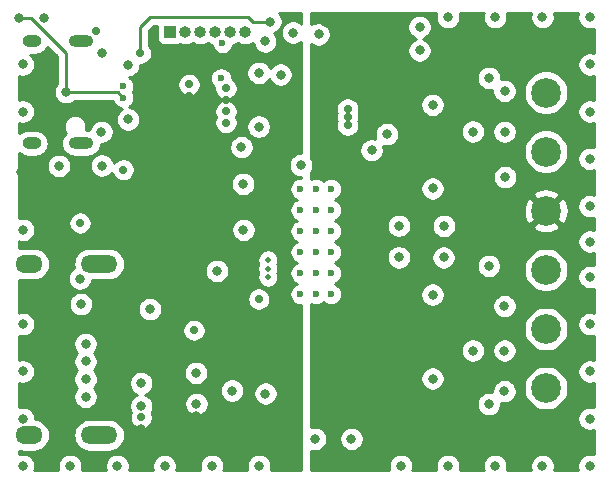
<source format=gbr>
%TF.GenerationSoftware,KiCad,Pcbnew,5.1.9-73d0e3b20d~88~ubuntu20.04.1*%
%TF.CreationDate,2021-04-24T16:50:53+02:00*%
%TF.ProjectId,elmo,656c6d6f-2e6b-4696-9361-645f70636258,v1.00*%
%TF.SameCoordinates,Original*%
%TF.FileFunction,Copper,L3,Inr*%
%TF.FilePolarity,Positive*%
%FSLAX46Y46*%
G04 Gerber Fmt 4.6, Leading zero omitted, Abs format (unit mm)*
G04 Created by KiCad (PCBNEW 5.1.9-73d0e3b20d~88~ubuntu20.04.1) date 2021-04-24 16:50:53*
%MOMM*%
%LPD*%
G01*
G04 APERTURE LIST*
%TA.AperFunction,ComponentPad*%
%ADD10C,2.524000*%
%TD*%
%TA.AperFunction,ComponentPad*%
%ADD11O,3.100000X1.500000*%
%TD*%
%TA.AperFunction,ComponentPad*%
%ADD12O,2.300000X1.500000*%
%TD*%
%TA.AperFunction,ComponentPad*%
%ADD13O,2.100000X1.000000*%
%TD*%
%TA.AperFunction,ComponentPad*%
%ADD14O,1.600000X1.000000*%
%TD*%
%TA.AperFunction,ComponentPad*%
%ADD15R,1.000000X1.000000*%
%TD*%
%TA.AperFunction,ComponentPad*%
%ADD16O,1.000000X1.000000*%
%TD*%
%TA.AperFunction,ComponentPad*%
%ADD17C,0.600000*%
%TD*%
%TA.AperFunction,ViaPad*%
%ADD18C,0.700000*%
%TD*%
%TA.AperFunction,ViaPad*%
%ADD19C,0.800000*%
%TD*%
%TA.AperFunction,ViaPad*%
%ADD20C,0.600000*%
%TD*%
%TA.AperFunction,ViaPad*%
%ADD21C,0.500000*%
%TD*%
%TA.AperFunction,Conductor*%
%ADD22C,0.250000*%
%TD*%
%TA.AperFunction,Conductor*%
%ADD23C,0.254000*%
%TD*%
%TA.AperFunction,Conductor*%
%ADD24C,0.100000*%
%TD*%
G04 APERTURE END LIST*
D10*
%TO.N,speaker_rigth_m*%
%TO.C,J3*%
X170300000Y-112400000D03*
%TO.N,speaker_rigth_p*%
X170300000Y-107400000D03*
%TO.N,GND*%
X170300000Y-102400000D03*
%TO.N,vin*%
X170300000Y-97400000D03*
%TO.N,speaker_left_m*%
X170300000Y-92400000D03*
%TO.N,speaker_left_p*%
X170300000Y-87400000D03*
%TD*%
D11*
%TO.N,N/C*%
%TO.C,J1*%
X132460000Y-101900000D03*
X132460000Y-116400000D03*
D12*
X126500000Y-101900000D03*
X126500000Y-116400000D03*
%TD*%
D13*
%TO.N,N/C*%
%TO.C,J2*%
X130925000Y-83030000D03*
X130925000Y-91670000D03*
D14*
X126745000Y-83030000D03*
X126745000Y-91670000D03*
%TD*%
D15*
%TO.N,GND*%
%TO.C,J4*%
X138465000Y-82260000D03*
D16*
%TO.N,swdio*%
X139735000Y-82260000D03*
%TO.N,swclk*%
X141005000Y-82260000D03*
%TO.N,GND*%
X142275000Y-82260000D03*
%TO.N,uart_rx*%
X143545000Y-82260000D03*
%TO.N,uart_tx*%
X144815000Y-82260000D03*
%TD*%
D17*
%TO.N,GND*%
%TO.C,U1*%
X149500000Y-95550000D03*
X150800000Y-95550000D03*
X152100000Y-95550000D03*
X152100000Y-97330000D03*
X150800000Y-97330000D03*
X149500000Y-97330000D03*
X152100000Y-99110000D03*
X150800000Y-99110000D03*
X149500000Y-99110000D03*
X152100000Y-100890000D03*
X150800000Y-100890000D03*
X149500000Y-100890000D03*
X152100000Y-102670000D03*
X150800000Y-102670000D03*
X149500000Y-102670000D03*
X152100000Y-104450000D03*
X150800000Y-104450000D03*
X149500000Y-104450000D03*
%TD*%
D18*
%TO.N,GND*%
X153500000Y-89450000D03*
X153500000Y-88760000D03*
D19*
X166800000Y-90700000D03*
X164110022Y-90689978D03*
X165460000Y-86150000D03*
X166790000Y-87250000D03*
X166830000Y-94550000D03*
X165450000Y-102050000D03*
X161650000Y-98680000D03*
X161630000Y-101340000D03*
X157840000Y-101330000D03*
X157840000Y-98660000D03*
X166780000Y-105460000D03*
X165450000Y-113770000D03*
X166780000Y-112670000D03*
X166770000Y-109230000D03*
X164110000Y-109230000D03*
X144655000Y-95105000D03*
X143715000Y-112625000D03*
X146540000Y-112875000D03*
X140700000Y-113730000D03*
X136030000Y-113925000D03*
X136030000Y-111975000D03*
X131320000Y-110150000D03*
X131320000Y-108650000D03*
X151040000Y-82450000D03*
D18*
X153500000Y-90150000D03*
D19*
X159590000Y-83820000D03*
X159590000Y-81830000D03*
D18*
X134500000Y-93920000D03*
X140075000Y-86700000D03*
D20*
X134500000Y-86870000D03*
D19*
X134910000Y-89650000D03*
X134910000Y-85050000D03*
X132670000Y-84000000D03*
X132660000Y-90700000D03*
X132690000Y-93570000D03*
X136755000Y-105720000D03*
D18*
X136030000Y-114890000D03*
D19*
X140664991Y-111120000D03*
X145975000Y-85725000D03*
X147825000Y-85870000D03*
X149550000Y-93520000D03*
X131320000Y-111640000D03*
X131320000Y-113140000D03*
X156819992Y-90910000D03*
X155540000Y-92269966D03*
X142425001Y-102475000D03*
X144678659Y-99006341D03*
X145975000Y-90275000D03*
X130909999Y-105289999D03*
X153825000Y-116700000D03*
X150725000Y-116700000D03*
D18*
X130850000Y-98430000D03*
D19*
X174000000Y-81000000D03*
X170000000Y-81000000D03*
X166000000Y-81000000D03*
X162000000Y-81000000D03*
X174000000Y-85000000D03*
X174000000Y-103000000D03*
X174000000Y-107000000D03*
X174000000Y-111000000D03*
X174000000Y-115000000D03*
X174000000Y-119000000D03*
X146000000Y-119000000D03*
X142000000Y-119000000D03*
X138000000Y-119000000D03*
X134000000Y-119000000D03*
X130000000Y-119000000D03*
X126000000Y-119000000D03*
X126000000Y-115000000D03*
X126000000Y-111000000D03*
X126000000Y-107000000D03*
X126000000Y-99000000D03*
X126000000Y-85000000D03*
X126000000Y-89000000D03*
X160690000Y-88420000D03*
X160700000Y-95500000D03*
X160700000Y-104500000D03*
X160700000Y-111600000D03*
D18*
X132220000Y-82150000D03*
D19*
X174000000Y-89000000D03*
X174000000Y-93000000D03*
X174000000Y-97000000D03*
X174000000Y-100000000D03*
X170000000Y-119000000D03*
X166000000Y-119000000D03*
X162000000Y-119000000D03*
X158000000Y-119000000D03*
D18*
X145980000Y-104870000D03*
D19*
X148876041Y-82303959D03*
D18*
X140490000Y-107500000D03*
D19*
%TO.N,+5V*%
X129057650Y-93591887D03*
X146530000Y-83060000D03*
X130830000Y-103140000D03*
X127802653Y-81060000D03*
%TO.N,+3V3*%
X146205000Y-95105000D03*
X146540000Y-115600000D03*
X140700000Y-114770000D03*
X136020000Y-115875000D03*
X125840000Y-94080000D03*
X126270000Y-96230000D03*
D18*
X136400000Y-93930000D03*
D19*
X136400000Y-98590000D03*
X137670000Y-93850000D03*
X139580000Y-93850000D03*
D18*
X140060000Y-87675000D03*
X143200000Y-87997793D03*
D19*
X147650000Y-93520000D03*
X142400000Y-105200000D03*
%TO.N,usb_vbus*%
X125700000Y-81060000D03*
D20*
X134500000Y-87820000D03*
D19*
X129670000Y-87350000D03*
D21*
%TO.N,i2c_scl*%
X146750000Y-102280000D03*
D18*
X143200000Y-88975000D03*
D21*
%TO.N,i2c_sda*%
X146750000Y-101530000D03*
D18*
X143201039Y-89928570D03*
D21*
%TO.N,tas_pdn*%
X146750000Y-103030000D03*
D18*
X143200000Y-87025000D03*
D19*
%TO.N,vin*%
X151270000Y-89450000D03*
X166830000Y-96450000D03*
X165450000Y-97950000D03*
X163560000Y-98650000D03*
X163560000Y-101340000D03*
X159750000Y-98660000D03*
X159730000Y-101320000D03*
X166780000Y-103540000D03*
X154725000Y-94125000D03*
X154525000Y-94975000D03*
X154725000Y-105875000D03*
X154525000Y-105025000D03*
X151440000Y-92260000D03*
X153825000Y-109750000D03*
X150725000Y-109750000D03*
X151620000Y-81380000D03*
D20*
%TO.N,uart_tx*%
X142900002Y-83180008D03*
D19*
%TO.N,led1*%
X146970000Y-81380000D03*
D18*
X135960000Y-84040000D03*
D19*
%TO.N,dir_error*%
X144502500Y-92000000D03*
D20*
X142785037Y-86168927D03*
%TD*%
D22*
%TO.N,+3V3*%
X140382793Y-87997793D02*
X140060000Y-87675000D01*
X143200000Y-87997793D02*
X140382793Y-87997793D01*
%TO.N,usb_vbus*%
X134030000Y-87350000D02*
X134500000Y-87820000D01*
X129670000Y-87350000D02*
X134030000Y-87350000D01*
X129670000Y-84010000D02*
X129670000Y-87350000D01*
X126720000Y-81060000D02*
X129670000Y-84010000D01*
X125700000Y-81060000D02*
X126720000Y-81060000D01*
%TO.N,led1*%
X135960000Y-81810000D02*
X135960000Y-84040000D01*
X145090000Y-80960000D02*
X136810000Y-80960000D01*
X136810000Y-80960000D02*
X135960000Y-81810000D01*
X145510000Y-81380000D02*
X145090000Y-80960000D01*
X146970000Y-81380000D02*
X145510000Y-81380000D01*
%TD*%
D23*
%TO.N,vin*%
X161004774Y-80698102D02*
X160965000Y-80898061D01*
X160965000Y-81101939D01*
X161004774Y-81301898D01*
X161082795Y-81490256D01*
X161196063Y-81659774D01*
X161340226Y-81803937D01*
X161509744Y-81917205D01*
X161698102Y-81995226D01*
X161898061Y-82035000D01*
X162101939Y-82035000D01*
X162301898Y-81995226D01*
X162490256Y-81917205D01*
X162659774Y-81803937D01*
X162803937Y-81659774D01*
X162917205Y-81490256D01*
X162995226Y-81301898D01*
X163035000Y-81101939D01*
X163035000Y-80898061D01*
X162995226Y-80698102D01*
X162979444Y-80660000D01*
X165020556Y-80660000D01*
X165004774Y-80698102D01*
X164965000Y-80898061D01*
X164965000Y-81101939D01*
X165004774Y-81301898D01*
X165082795Y-81490256D01*
X165196063Y-81659774D01*
X165340226Y-81803937D01*
X165509744Y-81917205D01*
X165698102Y-81995226D01*
X165898061Y-82035000D01*
X166101939Y-82035000D01*
X166301898Y-81995226D01*
X166490256Y-81917205D01*
X166659774Y-81803937D01*
X166803937Y-81659774D01*
X166917205Y-81490256D01*
X166995226Y-81301898D01*
X167035000Y-81101939D01*
X167035000Y-80898061D01*
X166995226Y-80698102D01*
X166979444Y-80660000D01*
X169020556Y-80660000D01*
X169004774Y-80698102D01*
X168965000Y-80898061D01*
X168965000Y-81101939D01*
X169004774Y-81301898D01*
X169082795Y-81490256D01*
X169196063Y-81659774D01*
X169340226Y-81803937D01*
X169509744Y-81917205D01*
X169698102Y-81995226D01*
X169898061Y-82035000D01*
X170101939Y-82035000D01*
X170301898Y-81995226D01*
X170490256Y-81917205D01*
X170659774Y-81803937D01*
X170803937Y-81659774D01*
X170917205Y-81490256D01*
X170995226Y-81301898D01*
X171035000Y-81101939D01*
X171035000Y-80898061D01*
X170995226Y-80698102D01*
X170979444Y-80660000D01*
X173020556Y-80660000D01*
X173004774Y-80698102D01*
X172965000Y-80898061D01*
X172965000Y-81101939D01*
X173004774Y-81301898D01*
X173082795Y-81490256D01*
X173196063Y-81659774D01*
X173340226Y-81803937D01*
X173509744Y-81917205D01*
X173698102Y-81995226D01*
X173898061Y-82035000D01*
X174101939Y-82035000D01*
X174301898Y-81995226D01*
X174340000Y-81979444D01*
X174340000Y-84020557D01*
X174301898Y-84004774D01*
X174101939Y-83965000D01*
X173898061Y-83965000D01*
X173698102Y-84004774D01*
X173509744Y-84082795D01*
X173340226Y-84196063D01*
X173196063Y-84340226D01*
X173082795Y-84509744D01*
X173004774Y-84698102D01*
X172965000Y-84898061D01*
X172965000Y-85101939D01*
X173004774Y-85301898D01*
X173082795Y-85490256D01*
X173196063Y-85659774D01*
X173340226Y-85803937D01*
X173509744Y-85917205D01*
X173698102Y-85995226D01*
X173898061Y-86035000D01*
X174101939Y-86035000D01*
X174301898Y-85995226D01*
X174340000Y-85979443D01*
X174340000Y-88020557D01*
X174301898Y-88004774D01*
X174101939Y-87965000D01*
X173898061Y-87965000D01*
X173698102Y-88004774D01*
X173509744Y-88082795D01*
X173340226Y-88196063D01*
X173196063Y-88340226D01*
X173082795Y-88509744D01*
X173004774Y-88698102D01*
X172965000Y-88898061D01*
X172965000Y-89101939D01*
X173004774Y-89301898D01*
X173082795Y-89490256D01*
X173196063Y-89659774D01*
X173340226Y-89803937D01*
X173509744Y-89917205D01*
X173698102Y-89995226D01*
X173898061Y-90035000D01*
X174101939Y-90035000D01*
X174301898Y-89995226D01*
X174340000Y-89979443D01*
X174340000Y-92020557D01*
X174301898Y-92004774D01*
X174101939Y-91965000D01*
X173898061Y-91965000D01*
X173698102Y-92004774D01*
X173509744Y-92082795D01*
X173340226Y-92196063D01*
X173196063Y-92340226D01*
X173082795Y-92509744D01*
X173004774Y-92698102D01*
X172965000Y-92898061D01*
X172965000Y-93101939D01*
X173004774Y-93301898D01*
X173082795Y-93490256D01*
X173196063Y-93659774D01*
X173340226Y-93803937D01*
X173509744Y-93917205D01*
X173698102Y-93995226D01*
X173898061Y-94035000D01*
X174101939Y-94035000D01*
X174301898Y-93995226D01*
X174340000Y-93979443D01*
X174340000Y-96020557D01*
X174301898Y-96004774D01*
X174101939Y-95965000D01*
X173898061Y-95965000D01*
X173698102Y-96004774D01*
X173509744Y-96082795D01*
X173340226Y-96196063D01*
X173196063Y-96340226D01*
X173082795Y-96509744D01*
X173004774Y-96698102D01*
X172965000Y-96898061D01*
X172965000Y-97101939D01*
X173004774Y-97301898D01*
X173082795Y-97490256D01*
X173196063Y-97659774D01*
X173340226Y-97803937D01*
X173509744Y-97917205D01*
X173698102Y-97995226D01*
X173898061Y-98035000D01*
X174101939Y-98035000D01*
X174301898Y-97995226D01*
X174340000Y-97979443D01*
X174340000Y-99020557D01*
X174301898Y-99004774D01*
X174101939Y-98965000D01*
X173898061Y-98965000D01*
X173698102Y-99004774D01*
X173509744Y-99082795D01*
X173340226Y-99196063D01*
X173196063Y-99340226D01*
X173082795Y-99509744D01*
X173004774Y-99698102D01*
X172965000Y-99898061D01*
X172965000Y-100101939D01*
X173004774Y-100301898D01*
X173082795Y-100490256D01*
X173196063Y-100659774D01*
X173340226Y-100803937D01*
X173509744Y-100917205D01*
X173698102Y-100995226D01*
X173898061Y-101035000D01*
X174101939Y-101035000D01*
X174301898Y-100995226D01*
X174340001Y-100979443D01*
X174340001Y-102020557D01*
X174301898Y-102004774D01*
X174101939Y-101965000D01*
X173898061Y-101965000D01*
X173698102Y-102004774D01*
X173509744Y-102082795D01*
X173340226Y-102196063D01*
X173196063Y-102340226D01*
X173082795Y-102509744D01*
X173004774Y-102698102D01*
X172965000Y-102898061D01*
X172965000Y-103101939D01*
X173004774Y-103301898D01*
X173082795Y-103490256D01*
X173196063Y-103659774D01*
X173340226Y-103803937D01*
X173509744Y-103917205D01*
X173698102Y-103995226D01*
X173898061Y-104035000D01*
X174101939Y-104035000D01*
X174301898Y-103995226D01*
X174340001Y-103979443D01*
X174340001Y-106020557D01*
X174301898Y-106004774D01*
X174101939Y-105965000D01*
X173898061Y-105965000D01*
X173698102Y-106004774D01*
X173509744Y-106082795D01*
X173340226Y-106196063D01*
X173196063Y-106340226D01*
X173082795Y-106509744D01*
X173004774Y-106698102D01*
X172965000Y-106898061D01*
X172965000Y-107101939D01*
X173004774Y-107301898D01*
X173082795Y-107490256D01*
X173196063Y-107659774D01*
X173340226Y-107803937D01*
X173509744Y-107917205D01*
X173698102Y-107995226D01*
X173898061Y-108035000D01*
X174101939Y-108035000D01*
X174301898Y-107995226D01*
X174340001Y-107979443D01*
X174340001Y-110020557D01*
X174301898Y-110004774D01*
X174101939Y-109965000D01*
X173898061Y-109965000D01*
X173698102Y-110004774D01*
X173509744Y-110082795D01*
X173340226Y-110196063D01*
X173196063Y-110340226D01*
X173082795Y-110509744D01*
X173004774Y-110698102D01*
X172965000Y-110898061D01*
X172965000Y-111101939D01*
X173004774Y-111301898D01*
X173082795Y-111490256D01*
X173196063Y-111659774D01*
X173340226Y-111803937D01*
X173509744Y-111917205D01*
X173698102Y-111995226D01*
X173898061Y-112035000D01*
X174101939Y-112035000D01*
X174301898Y-111995226D01*
X174340001Y-111979443D01*
X174340001Y-114020557D01*
X174301898Y-114004774D01*
X174101939Y-113965000D01*
X173898061Y-113965000D01*
X173698102Y-114004774D01*
X173509744Y-114082795D01*
X173340226Y-114196063D01*
X173196063Y-114340226D01*
X173082795Y-114509744D01*
X173004774Y-114698102D01*
X172965000Y-114898061D01*
X172965000Y-115101939D01*
X173004774Y-115301898D01*
X173082795Y-115490256D01*
X173196063Y-115659774D01*
X173340226Y-115803937D01*
X173509744Y-115917205D01*
X173698102Y-115995226D01*
X173898061Y-116035000D01*
X174101939Y-116035000D01*
X174301898Y-115995226D01*
X174340001Y-115979443D01*
X174340001Y-118020557D01*
X174301898Y-118004774D01*
X174101939Y-117965000D01*
X173898061Y-117965000D01*
X173698102Y-118004774D01*
X173509744Y-118082795D01*
X173340226Y-118196063D01*
X173196063Y-118340226D01*
X173082795Y-118509744D01*
X173004774Y-118698102D01*
X172965000Y-118898061D01*
X172965000Y-119101939D01*
X173004774Y-119301898D01*
X173020556Y-119340000D01*
X170979444Y-119340000D01*
X170995226Y-119301898D01*
X171035000Y-119101939D01*
X171035000Y-118898061D01*
X170995226Y-118698102D01*
X170917205Y-118509744D01*
X170803937Y-118340226D01*
X170659774Y-118196063D01*
X170490256Y-118082795D01*
X170301898Y-118004774D01*
X170101939Y-117965000D01*
X169898061Y-117965000D01*
X169698102Y-118004774D01*
X169509744Y-118082795D01*
X169340226Y-118196063D01*
X169196063Y-118340226D01*
X169082795Y-118509744D01*
X169004774Y-118698102D01*
X168965000Y-118898061D01*
X168965000Y-119101939D01*
X169004774Y-119301898D01*
X169020556Y-119340000D01*
X166979444Y-119340000D01*
X166995226Y-119301898D01*
X167035000Y-119101939D01*
X167035000Y-118898061D01*
X166995226Y-118698102D01*
X166917205Y-118509744D01*
X166803937Y-118340226D01*
X166659774Y-118196063D01*
X166490256Y-118082795D01*
X166301898Y-118004774D01*
X166101939Y-117965000D01*
X165898061Y-117965000D01*
X165698102Y-118004774D01*
X165509744Y-118082795D01*
X165340226Y-118196063D01*
X165196063Y-118340226D01*
X165082795Y-118509744D01*
X165004774Y-118698102D01*
X164965000Y-118898061D01*
X164965000Y-119101939D01*
X165004774Y-119301898D01*
X165020556Y-119340000D01*
X162979444Y-119340000D01*
X162995226Y-119301898D01*
X163035000Y-119101939D01*
X163035000Y-118898061D01*
X162995226Y-118698102D01*
X162917205Y-118509744D01*
X162803937Y-118340226D01*
X162659774Y-118196063D01*
X162490256Y-118082795D01*
X162301898Y-118004774D01*
X162101939Y-117965000D01*
X161898061Y-117965000D01*
X161698102Y-118004774D01*
X161509744Y-118082795D01*
X161340226Y-118196063D01*
X161196063Y-118340226D01*
X161082795Y-118509744D01*
X161004774Y-118698102D01*
X160965000Y-118898061D01*
X160965000Y-119101939D01*
X161004774Y-119301898D01*
X161020556Y-119340000D01*
X158979444Y-119340000D01*
X158995226Y-119301898D01*
X159035000Y-119101939D01*
X159035000Y-118898061D01*
X158995226Y-118698102D01*
X158917205Y-118509744D01*
X158803937Y-118340226D01*
X158659774Y-118196063D01*
X158490256Y-118082795D01*
X158301898Y-118004774D01*
X158101939Y-117965000D01*
X157898061Y-117965000D01*
X157698102Y-118004774D01*
X157509744Y-118082795D01*
X157340226Y-118196063D01*
X157196063Y-118340226D01*
X157082795Y-118509744D01*
X157004774Y-118698102D01*
X156965000Y-118898061D01*
X156965000Y-119101939D01*
X157004774Y-119301898D01*
X157020556Y-119340000D01*
X150427000Y-119340000D01*
X150427000Y-117696001D01*
X150623061Y-117735000D01*
X150826939Y-117735000D01*
X151026898Y-117695226D01*
X151215256Y-117617205D01*
X151384774Y-117503937D01*
X151528937Y-117359774D01*
X151642205Y-117190256D01*
X151720226Y-117001898D01*
X151760000Y-116801939D01*
X151760000Y-116598061D01*
X152790000Y-116598061D01*
X152790000Y-116801939D01*
X152829774Y-117001898D01*
X152907795Y-117190256D01*
X153021063Y-117359774D01*
X153165226Y-117503937D01*
X153334744Y-117617205D01*
X153523102Y-117695226D01*
X153723061Y-117735000D01*
X153926939Y-117735000D01*
X154126898Y-117695226D01*
X154315256Y-117617205D01*
X154484774Y-117503937D01*
X154628937Y-117359774D01*
X154742205Y-117190256D01*
X154820226Y-117001898D01*
X154860000Y-116801939D01*
X154860000Y-116598061D01*
X154820226Y-116398102D01*
X154742205Y-116209744D01*
X154628937Y-116040226D01*
X154484774Y-115896063D01*
X154315256Y-115782795D01*
X154126898Y-115704774D01*
X153926939Y-115665000D01*
X153723061Y-115665000D01*
X153523102Y-115704774D01*
X153334744Y-115782795D01*
X153165226Y-115896063D01*
X153021063Y-116040226D01*
X152907795Y-116209744D01*
X152829774Y-116398102D01*
X152790000Y-116598061D01*
X151760000Y-116598061D01*
X151720226Y-116398102D01*
X151642205Y-116209744D01*
X151528937Y-116040226D01*
X151384774Y-115896063D01*
X151215256Y-115782795D01*
X151026898Y-115704774D01*
X150826939Y-115665000D01*
X150623061Y-115665000D01*
X150427000Y-115703999D01*
X150427000Y-113668061D01*
X164415000Y-113668061D01*
X164415000Y-113871939D01*
X164454774Y-114071898D01*
X164532795Y-114260256D01*
X164646063Y-114429774D01*
X164790226Y-114573937D01*
X164959744Y-114687205D01*
X165148102Y-114765226D01*
X165348061Y-114805000D01*
X165551939Y-114805000D01*
X165751898Y-114765226D01*
X165940256Y-114687205D01*
X166109774Y-114573937D01*
X166253937Y-114429774D01*
X166367205Y-114260256D01*
X166445226Y-114071898D01*
X166485000Y-113871939D01*
X166485000Y-113668061D01*
X166484697Y-113666538D01*
X166678061Y-113705000D01*
X166881939Y-113705000D01*
X167081898Y-113665226D01*
X167270256Y-113587205D01*
X167439774Y-113473937D01*
X167583937Y-113329774D01*
X167697205Y-113160256D01*
X167775226Y-112971898D01*
X167815000Y-112771939D01*
X167815000Y-112568061D01*
X167775226Y-112368102D01*
X167711048Y-112213162D01*
X168403000Y-112213162D01*
X168403000Y-112586838D01*
X168475900Y-112953335D01*
X168618900Y-113298567D01*
X168826504Y-113609267D01*
X169090733Y-113873496D01*
X169401433Y-114081100D01*
X169746665Y-114224100D01*
X170113162Y-114297000D01*
X170486838Y-114297000D01*
X170853335Y-114224100D01*
X171198567Y-114081100D01*
X171509267Y-113873496D01*
X171773496Y-113609267D01*
X171981100Y-113298567D01*
X172124100Y-112953335D01*
X172197000Y-112586838D01*
X172197000Y-112213162D01*
X172124100Y-111846665D01*
X171981100Y-111501433D01*
X171773496Y-111190733D01*
X171509267Y-110926504D01*
X171198567Y-110718900D01*
X170853335Y-110575900D01*
X170486838Y-110503000D01*
X170113162Y-110503000D01*
X169746665Y-110575900D01*
X169401433Y-110718900D01*
X169090733Y-110926504D01*
X168826504Y-111190733D01*
X168618900Y-111501433D01*
X168475900Y-111846665D01*
X168403000Y-112213162D01*
X167711048Y-112213162D01*
X167697205Y-112179744D01*
X167583937Y-112010226D01*
X167439774Y-111866063D01*
X167270256Y-111752795D01*
X167081898Y-111674774D01*
X166881939Y-111635000D01*
X166678061Y-111635000D01*
X166478102Y-111674774D01*
X166289744Y-111752795D01*
X166120226Y-111866063D01*
X165976063Y-112010226D01*
X165862795Y-112179744D01*
X165784774Y-112368102D01*
X165745000Y-112568061D01*
X165745000Y-112771939D01*
X165745303Y-112773462D01*
X165551939Y-112735000D01*
X165348061Y-112735000D01*
X165148102Y-112774774D01*
X164959744Y-112852795D01*
X164790226Y-112966063D01*
X164646063Y-113110226D01*
X164532795Y-113279744D01*
X164454774Y-113468102D01*
X164415000Y-113668061D01*
X150427000Y-113668061D01*
X150427000Y-111498061D01*
X159665000Y-111498061D01*
X159665000Y-111701939D01*
X159704774Y-111901898D01*
X159782795Y-112090256D01*
X159896063Y-112259774D01*
X160040226Y-112403937D01*
X160209744Y-112517205D01*
X160398102Y-112595226D01*
X160598061Y-112635000D01*
X160801939Y-112635000D01*
X161001898Y-112595226D01*
X161190256Y-112517205D01*
X161359774Y-112403937D01*
X161503937Y-112259774D01*
X161617205Y-112090256D01*
X161695226Y-111901898D01*
X161735000Y-111701939D01*
X161735000Y-111498061D01*
X161695226Y-111298102D01*
X161617205Y-111109744D01*
X161503937Y-110940226D01*
X161359774Y-110796063D01*
X161190256Y-110682795D01*
X161001898Y-110604774D01*
X160801939Y-110565000D01*
X160598061Y-110565000D01*
X160398102Y-110604774D01*
X160209744Y-110682795D01*
X160040226Y-110796063D01*
X159896063Y-110940226D01*
X159782795Y-111109744D01*
X159704774Y-111298102D01*
X159665000Y-111498061D01*
X150427000Y-111498061D01*
X150427000Y-109128061D01*
X163075000Y-109128061D01*
X163075000Y-109331939D01*
X163114774Y-109531898D01*
X163192795Y-109720256D01*
X163306063Y-109889774D01*
X163450226Y-110033937D01*
X163619744Y-110147205D01*
X163808102Y-110225226D01*
X164008061Y-110265000D01*
X164211939Y-110265000D01*
X164411898Y-110225226D01*
X164600256Y-110147205D01*
X164769774Y-110033937D01*
X164913937Y-109889774D01*
X165027205Y-109720256D01*
X165105226Y-109531898D01*
X165145000Y-109331939D01*
X165145000Y-109128061D01*
X165735000Y-109128061D01*
X165735000Y-109331939D01*
X165774774Y-109531898D01*
X165852795Y-109720256D01*
X165966063Y-109889774D01*
X166110226Y-110033937D01*
X166279744Y-110147205D01*
X166468102Y-110225226D01*
X166668061Y-110265000D01*
X166871939Y-110265000D01*
X167071898Y-110225226D01*
X167260256Y-110147205D01*
X167429774Y-110033937D01*
X167573937Y-109889774D01*
X167687205Y-109720256D01*
X167765226Y-109531898D01*
X167805000Y-109331939D01*
X167805000Y-109128061D01*
X167765226Y-108928102D01*
X167687205Y-108739744D01*
X167573937Y-108570226D01*
X167429774Y-108426063D01*
X167260256Y-108312795D01*
X167071898Y-108234774D01*
X166871939Y-108195000D01*
X166668061Y-108195000D01*
X166468102Y-108234774D01*
X166279744Y-108312795D01*
X166110226Y-108426063D01*
X165966063Y-108570226D01*
X165852795Y-108739744D01*
X165774774Y-108928102D01*
X165735000Y-109128061D01*
X165145000Y-109128061D01*
X165105226Y-108928102D01*
X165027205Y-108739744D01*
X164913937Y-108570226D01*
X164769774Y-108426063D01*
X164600256Y-108312795D01*
X164411898Y-108234774D01*
X164211939Y-108195000D01*
X164008061Y-108195000D01*
X163808102Y-108234774D01*
X163619744Y-108312795D01*
X163450226Y-108426063D01*
X163306063Y-108570226D01*
X163192795Y-108739744D01*
X163114774Y-108928102D01*
X163075000Y-109128061D01*
X150427000Y-109128061D01*
X150427000Y-107213162D01*
X168403000Y-107213162D01*
X168403000Y-107586838D01*
X168475900Y-107953335D01*
X168618900Y-108298567D01*
X168826504Y-108609267D01*
X169090733Y-108873496D01*
X169401433Y-109081100D01*
X169746665Y-109224100D01*
X170113162Y-109297000D01*
X170486838Y-109297000D01*
X170853335Y-109224100D01*
X171198567Y-109081100D01*
X171509267Y-108873496D01*
X171773496Y-108609267D01*
X171981100Y-108298567D01*
X172124100Y-107953335D01*
X172197000Y-107586838D01*
X172197000Y-107213162D01*
X172124100Y-106846665D01*
X171981100Y-106501433D01*
X171773496Y-106190733D01*
X171509267Y-105926504D01*
X171198567Y-105718900D01*
X170853335Y-105575900D01*
X170486838Y-105503000D01*
X170113162Y-105503000D01*
X169746665Y-105575900D01*
X169401433Y-105718900D01*
X169090733Y-105926504D01*
X168826504Y-106190733D01*
X168618900Y-106501433D01*
X168475900Y-106846665D01*
X168403000Y-107213162D01*
X150427000Y-107213162D01*
X150427000Y-105307535D01*
X150527271Y-105349068D01*
X150707911Y-105385000D01*
X150892089Y-105385000D01*
X151072729Y-105349068D01*
X151242889Y-105278586D01*
X151396028Y-105176262D01*
X151450000Y-105122290D01*
X151503972Y-105176262D01*
X151657111Y-105278586D01*
X151827271Y-105349068D01*
X152007911Y-105385000D01*
X152192089Y-105385000D01*
X152372729Y-105349068D01*
X152542889Y-105278586D01*
X152696028Y-105176262D01*
X152826262Y-105046028D01*
X152928586Y-104892889D01*
X152999068Y-104722729D01*
X153035000Y-104542089D01*
X153035000Y-104398061D01*
X159665000Y-104398061D01*
X159665000Y-104601939D01*
X159704774Y-104801898D01*
X159782795Y-104990256D01*
X159896063Y-105159774D01*
X160040226Y-105303937D01*
X160209744Y-105417205D01*
X160398102Y-105495226D01*
X160598061Y-105535000D01*
X160801939Y-105535000D01*
X161001898Y-105495226D01*
X161190256Y-105417205D01*
X161278771Y-105358061D01*
X165745000Y-105358061D01*
X165745000Y-105561939D01*
X165784774Y-105761898D01*
X165862795Y-105950256D01*
X165976063Y-106119774D01*
X166120226Y-106263937D01*
X166289744Y-106377205D01*
X166478102Y-106455226D01*
X166678061Y-106495000D01*
X166881939Y-106495000D01*
X167081898Y-106455226D01*
X167270256Y-106377205D01*
X167439774Y-106263937D01*
X167583937Y-106119774D01*
X167697205Y-105950256D01*
X167775226Y-105761898D01*
X167815000Y-105561939D01*
X167815000Y-105358061D01*
X167775226Y-105158102D01*
X167697205Y-104969744D01*
X167583937Y-104800226D01*
X167439774Y-104656063D01*
X167270256Y-104542795D01*
X167081898Y-104464774D01*
X166881939Y-104425000D01*
X166678061Y-104425000D01*
X166478102Y-104464774D01*
X166289744Y-104542795D01*
X166120226Y-104656063D01*
X165976063Y-104800226D01*
X165862795Y-104969744D01*
X165784774Y-105158102D01*
X165745000Y-105358061D01*
X161278771Y-105358061D01*
X161359774Y-105303937D01*
X161503937Y-105159774D01*
X161617205Y-104990256D01*
X161695226Y-104801898D01*
X161735000Y-104601939D01*
X161735000Y-104398061D01*
X161695226Y-104198102D01*
X161617205Y-104009744D01*
X161503937Y-103840226D01*
X161359774Y-103696063D01*
X161190256Y-103582795D01*
X161001898Y-103504774D01*
X160801939Y-103465000D01*
X160598061Y-103465000D01*
X160398102Y-103504774D01*
X160209744Y-103582795D01*
X160040226Y-103696063D01*
X159896063Y-103840226D01*
X159782795Y-104009744D01*
X159704774Y-104198102D01*
X159665000Y-104398061D01*
X153035000Y-104398061D01*
X153035000Y-104357911D01*
X152999068Y-104177271D01*
X152928586Y-104007111D01*
X152826262Y-103853972D01*
X152696028Y-103723738D01*
X152542889Y-103621414D01*
X152394621Y-103560000D01*
X152542889Y-103498586D01*
X152696028Y-103396262D01*
X152826262Y-103266028D01*
X152928586Y-103112889D01*
X152999068Y-102942729D01*
X153035000Y-102762089D01*
X153035000Y-102577911D01*
X152999068Y-102397271D01*
X152928586Y-102227111D01*
X152826262Y-102073972D01*
X152696028Y-101943738D01*
X152542889Y-101841414D01*
X152394621Y-101780000D01*
X152542889Y-101718586D01*
X152696028Y-101616262D01*
X152826262Y-101486028D01*
X152928586Y-101332889D01*
X152972006Y-101228061D01*
X156805000Y-101228061D01*
X156805000Y-101431939D01*
X156844774Y-101631898D01*
X156922795Y-101820256D01*
X157036063Y-101989774D01*
X157180226Y-102133937D01*
X157349744Y-102247205D01*
X157538102Y-102325226D01*
X157738061Y-102365000D01*
X157941939Y-102365000D01*
X158141898Y-102325226D01*
X158330256Y-102247205D01*
X158499774Y-102133937D01*
X158643937Y-101989774D01*
X158757205Y-101820256D01*
X158835226Y-101631898D01*
X158875000Y-101431939D01*
X158875000Y-101238061D01*
X160595000Y-101238061D01*
X160595000Y-101441939D01*
X160634774Y-101641898D01*
X160712795Y-101830256D01*
X160826063Y-101999774D01*
X160970226Y-102143937D01*
X161139744Y-102257205D01*
X161328102Y-102335226D01*
X161528061Y-102375000D01*
X161731939Y-102375000D01*
X161931898Y-102335226D01*
X162120256Y-102257205D01*
X162289774Y-102143937D01*
X162433937Y-101999774D01*
X162468490Y-101948061D01*
X164415000Y-101948061D01*
X164415000Y-102151939D01*
X164454774Y-102351898D01*
X164532795Y-102540256D01*
X164646063Y-102709774D01*
X164790226Y-102853937D01*
X164959744Y-102967205D01*
X165148102Y-103045226D01*
X165348061Y-103085000D01*
X165551939Y-103085000D01*
X165751898Y-103045226D01*
X165940256Y-102967205D01*
X166109774Y-102853937D01*
X166253937Y-102709774D01*
X166367205Y-102540256D01*
X166445226Y-102351898D01*
X166472822Y-102213162D01*
X168403000Y-102213162D01*
X168403000Y-102586838D01*
X168475900Y-102953335D01*
X168618900Y-103298567D01*
X168826504Y-103609267D01*
X169090733Y-103873496D01*
X169401433Y-104081100D01*
X169746665Y-104224100D01*
X170113162Y-104297000D01*
X170486838Y-104297000D01*
X170853335Y-104224100D01*
X171198567Y-104081100D01*
X171509267Y-103873496D01*
X171773496Y-103609267D01*
X171981100Y-103298567D01*
X172124100Y-102953335D01*
X172197000Y-102586838D01*
X172197000Y-102213162D01*
X172124100Y-101846665D01*
X171981100Y-101501433D01*
X171773496Y-101190733D01*
X171509267Y-100926504D01*
X171198567Y-100718900D01*
X170853335Y-100575900D01*
X170486838Y-100503000D01*
X170113162Y-100503000D01*
X169746665Y-100575900D01*
X169401433Y-100718900D01*
X169090733Y-100926504D01*
X168826504Y-101190733D01*
X168618900Y-101501433D01*
X168475900Y-101846665D01*
X168403000Y-102213162D01*
X166472822Y-102213162D01*
X166485000Y-102151939D01*
X166485000Y-101948061D01*
X166445226Y-101748102D01*
X166367205Y-101559744D01*
X166253937Y-101390226D01*
X166109774Y-101246063D01*
X165940256Y-101132795D01*
X165751898Y-101054774D01*
X165551939Y-101015000D01*
X165348061Y-101015000D01*
X165148102Y-101054774D01*
X164959744Y-101132795D01*
X164790226Y-101246063D01*
X164646063Y-101390226D01*
X164532795Y-101559744D01*
X164454774Y-101748102D01*
X164415000Y-101948061D01*
X162468490Y-101948061D01*
X162547205Y-101830256D01*
X162625226Y-101641898D01*
X162665000Y-101441939D01*
X162665000Y-101238061D01*
X162625226Y-101038102D01*
X162547205Y-100849744D01*
X162433937Y-100680226D01*
X162289774Y-100536063D01*
X162120256Y-100422795D01*
X161931898Y-100344774D01*
X161731939Y-100305000D01*
X161528061Y-100305000D01*
X161328102Y-100344774D01*
X161139744Y-100422795D01*
X160970226Y-100536063D01*
X160826063Y-100680226D01*
X160712795Y-100849744D01*
X160634774Y-101038102D01*
X160595000Y-101238061D01*
X158875000Y-101238061D01*
X158875000Y-101228061D01*
X158835226Y-101028102D01*
X158757205Y-100839744D01*
X158643937Y-100670226D01*
X158499774Y-100526063D01*
X158330256Y-100412795D01*
X158141898Y-100334774D01*
X157941939Y-100295000D01*
X157738061Y-100295000D01*
X157538102Y-100334774D01*
X157349744Y-100412795D01*
X157180226Y-100526063D01*
X157036063Y-100670226D01*
X156922795Y-100839744D01*
X156844774Y-101028102D01*
X156805000Y-101228061D01*
X152972006Y-101228061D01*
X152999068Y-101162729D01*
X153035000Y-100982089D01*
X153035000Y-100797911D01*
X152999068Y-100617271D01*
X152928586Y-100447111D01*
X152826262Y-100293972D01*
X152696028Y-100163738D01*
X152542889Y-100061414D01*
X152394621Y-100000000D01*
X152542889Y-99938586D01*
X152696028Y-99836262D01*
X152826262Y-99706028D01*
X152928586Y-99552889D01*
X152999068Y-99382729D01*
X153035000Y-99202089D01*
X153035000Y-99017911D01*
X152999068Y-98837271D01*
X152928586Y-98667111D01*
X152855722Y-98558061D01*
X156805000Y-98558061D01*
X156805000Y-98761939D01*
X156844774Y-98961898D01*
X156922795Y-99150256D01*
X157036063Y-99319774D01*
X157180226Y-99463937D01*
X157349744Y-99577205D01*
X157538102Y-99655226D01*
X157738061Y-99695000D01*
X157941939Y-99695000D01*
X158141898Y-99655226D01*
X158330256Y-99577205D01*
X158499774Y-99463937D01*
X158643937Y-99319774D01*
X158757205Y-99150256D01*
X158835226Y-98961898D01*
X158875000Y-98761939D01*
X158875000Y-98578061D01*
X160615000Y-98578061D01*
X160615000Y-98781939D01*
X160654774Y-98981898D01*
X160732795Y-99170256D01*
X160846063Y-99339774D01*
X160990226Y-99483937D01*
X161159744Y-99597205D01*
X161348102Y-99675226D01*
X161548061Y-99715000D01*
X161751939Y-99715000D01*
X161951898Y-99675226D01*
X162140256Y-99597205D01*
X162309774Y-99483937D01*
X162453937Y-99339774D01*
X162567205Y-99170256D01*
X162645226Y-98981898D01*
X162685000Y-98781939D01*
X162685000Y-98722154D01*
X169157451Y-98722154D01*
X169284810Y-99013354D01*
X169619067Y-99180408D01*
X169979491Y-99279042D01*
X170352233Y-99305465D01*
X170722967Y-99258662D01*
X171077447Y-99140432D01*
X171315190Y-99013354D01*
X171442549Y-98722154D01*
X170300000Y-97579605D01*
X169157451Y-98722154D01*
X162685000Y-98722154D01*
X162685000Y-98578061D01*
X162645226Y-98378102D01*
X162567205Y-98189744D01*
X162453937Y-98020226D01*
X162309774Y-97876063D01*
X162140256Y-97762795D01*
X161951898Y-97684774D01*
X161751939Y-97645000D01*
X161548061Y-97645000D01*
X161348102Y-97684774D01*
X161159744Y-97762795D01*
X160990226Y-97876063D01*
X160846063Y-98020226D01*
X160732795Y-98189744D01*
X160654774Y-98378102D01*
X160615000Y-98578061D01*
X158875000Y-98578061D01*
X158875000Y-98558061D01*
X158835226Y-98358102D01*
X158757205Y-98169744D01*
X158643937Y-98000226D01*
X158499774Y-97856063D01*
X158330256Y-97742795D01*
X158141898Y-97664774D01*
X157941939Y-97625000D01*
X157738061Y-97625000D01*
X157538102Y-97664774D01*
X157349744Y-97742795D01*
X157180226Y-97856063D01*
X157036063Y-98000226D01*
X156922795Y-98169744D01*
X156844774Y-98358102D01*
X156805000Y-98558061D01*
X152855722Y-98558061D01*
X152826262Y-98513972D01*
X152696028Y-98383738D01*
X152542889Y-98281414D01*
X152394621Y-98220000D01*
X152542889Y-98158586D01*
X152696028Y-98056262D01*
X152826262Y-97926028D01*
X152928586Y-97772889D01*
X152999068Y-97602729D01*
X153029003Y-97452233D01*
X168394535Y-97452233D01*
X168441338Y-97822967D01*
X168559568Y-98177447D01*
X168686646Y-98415190D01*
X168977846Y-98542549D01*
X170120395Y-97400000D01*
X170479605Y-97400000D01*
X171622154Y-98542549D01*
X171913354Y-98415190D01*
X172080408Y-98080933D01*
X172179042Y-97720509D01*
X172205465Y-97347767D01*
X172158662Y-96977033D01*
X172040432Y-96622553D01*
X171913354Y-96384810D01*
X171622154Y-96257451D01*
X170479605Y-97400000D01*
X170120395Y-97400000D01*
X168977846Y-96257451D01*
X168686646Y-96384810D01*
X168519592Y-96719067D01*
X168420958Y-97079491D01*
X168394535Y-97452233D01*
X153029003Y-97452233D01*
X153035000Y-97422089D01*
X153035000Y-97237911D01*
X152999068Y-97057271D01*
X152928586Y-96887111D01*
X152826262Y-96733972D01*
X152696028Y-96603738D01*
X152542889Y-96501414D01*
X152394621Y-96440000D01*
X152542889Y-96378586D01*
X152696028Y-96276262D01*
X152826262Y-96146028D01*
X152928586Y-95992889D01*
X152999068Y-95822729D01*
X153035000Y-95642089D01*
X153035000Y-95457911D01*
X153023095Y-95398061D01*
X159665000Y-95398061D01*
X159665000Y-95601939D01*
X159704774Y-95801898D01*
X159782795Y-95990256D01*
X159896063Y-96159774D01*
X160040226Y-96303937D01*
X160209744Y-96417205D01*
X160398102Y-96495226D01*
X160598061Y-96535000D01*
X160801939Y-96535000D01*
X161001898Y-96495226D01*
X161190256Y-96417205D01*
X161359774Y-96303937D01*
X161503937Y-96159774D01*
X161558679Y-96077846D01*
X169157451Y-96077846D01*
X170300000Y-97220395D01*
X171442549Y-96077846D01*
X171315190Y-95786646D01*
X170980933Y-95619592D01*
X170620509Y-95520958D01*
X170247767Y-95494535D01*
X169877033Y-95541338D01*
X169522553Y-95659568D01*
X169284810Y-95786646D01*
X169157451Y-96077846D01*
X161558679Y-96077846D01*
X161617205Y-95990256D01*
X161695226Y-95801898D01*
X161735000Y-95601939D01*
X161735000Y-95398061D01*
X161695226Y-95198102D01*
X161617205Y-95009744D01*
X161503937Y-94840226D01*
X161359774Y-94696063D01*
X161190256Y-94582795D01*
X161001898Y-94504774D01*
X160801939Y-94465000D01*
X160598061Y-94465000D01*
X160398102Y-94504774D01*
X160209744Y-94582795D01*
X160040226Y-94696063D01*
X159896063Y-94840226D01*
X159782795Y-95009744D01*
X159704774Y-95198102D01*
X159665000Y-95398061D01*
X153023095Y-95398061D01*
X152999068Y-95277271D01*
X152928586Y-95107111D01*
X152826262Y-94953972D01*
X152696028Y-94823738D01*
X152542889Y-94721414D01*
X152372729Y-94650932D01*
X152192089Y-94615000D01*
X152007911Y-94615000D01*
X151827271Y-94650932D01*
X151657111Y-94721414D01*
X151503972Y-94823738D01*
X151450000Y-94877710D01*
X151396028Y-94823738D01*
X151242889Y-94721414D01*
X151072729Y-94650932D01*
X150892089Y-94615000D01*
X150707911Y-94615000D01*
X150527271Y-94650932D01*
X150427000Y-94692465D01*
X150427000Y-94448061D01*
X165795000Y-94448061D01*
X165795000Y-94651939D01*
X165834774Y-94851898D01*
X165912795Y-95040256D01*
X166026063Y-95209774D01*
X166170226Y-95353937D01*
X166339744Y-95467205D01*
X166528102Y-95545226D01*
X166728061Y-95585000D01*
X166931939Y-95585000D01*
X167131898Y-95545226D01*
X167320256Y-95467205D01*
X167489774Y-95353937D01*
X167633937Y-95209774D01*
X167747205Y-95040256D01*
X167825226Y-94851898D01*
X167865000Y-94651939D01*
X167865000Y-94448061D01*
X167825226Y-94248102D01*
X167747205Y-94059744D01*
X167633937Y-93890226D01*
X167489774Y-93746063D01*
X167320256Y-93632795D01*
X167131898Y-93554774D01*
X166931939Y-93515000D01*
X166728061Y-93515000D01*
X166528102Y-93554774D01*
X166339744Y-93632795D01*
X166170226Y-93746063D01*
X166026063Y-93890226D01*
X165912795Y-94059744D01*
X165834774Y-94248102D01*
X165795000Y-94448061D01*
X150427000Y-94448061D01*
X150427000Y-94070427D01*
X150467205Y-94010256D01*
X150545226Y-93821898D01*
X150585000Y-93621939D01*
X150585000Y-93418061D01*
X150545226Y-93218102D01*
X150467205Y-93029744D01*
X150427000Y-92969573D01*
X150427000Y-92168027D01*
X154505000Y-92168027D01*
X154505000Y-92371905D01*
X154544774Y-92571864D01*
X154622795Y-92760222D01*
X154736063Y-92929740D01*
X154880226Y-93073903D01*
X155049744Y-93187171D01*
X155238102Y-93265192D01*
X155438061Y-93304966D01*
X155641939Y-93304966D01*
X155841898Y-93265192D01*
X156030256Y-93187171D01*
X156199774Y-93073903D01*
X156343937Y-92929740D01*
X156457205Y-92760222D01*
X156535226Y-92571864D01*
X156575000Y-92371905D01*
X156575000Y-92213162D01*
X168403000Y-92213162D01*
X168403000Y-92586838D01*
X168475900Y-92953335D01*
X168618900Y-93298567D01*
X168826504Y-93609267D01*
X169090733Y-93873496D01*
X169401433Y-94081100D01*
X169746665Y-94224100D01*
X170113162Y-94297000D01*
X170486838Y-94297000D01*
X170853335Y-94224100D01*
X171198567Y-94081100D01*
X171509267Y-93873496D01*
X171773496Y-93609267D01*
X171981100Y-93298567D01*
X172124100Y-92953335D01*
X172197000Y-92586838D01*
X172197000Y-92213162D01*
X172124100Y-91846665D01*
X171981100Y-91501433D01*
X171773496Y-91190733D01*
X171509267Y-90926504D01*
X171198567Y-90718900D01*
X170853335Y-90575900D01*
X170486838Y-90503000D01*
X170113162Y-90503000D01*
X169746665Y-90575900D01*
X169401433Y-90718900D01*
X169090733Y-90926504D01*
X168826504Y-91190733D01*
X168618900Y-91501433D01*
X168475900Y-91846665D01*
X168403000Y-92213162D01*
X156575000Y-92213162D01*
X156575000Y-92168027D01*
X156535226Y-91968068D01*
X156507353Y-91900777D01*
X156518094Y-91905226D01*
X156718053Y-91945000D01*
X156921931Y-91945000D01*
X157121890Y-91905226D01*
X157310248Y-91827205D01*
X157479766Y-91713937D01*
X157623929Y-91569774D01*
X157737197Y-91400256D01*
X157815218Y-91211898D01*
X157854992Y-91011939D01*
X157854992Y-90808061D01*
X157815218Y-90608102D01*
X157806908Y-90588039D01*
X163075022Y-90588039D01*
X163075022Y-90791917D01*
X163114796Y-90991876D01*
X163192817Y-91180234D01*
X163306085Y-91349752D01*
X163450248Y-91493915D01*
X163619766Y-91607183D01*
X163808124Y-91685204D01*
X164008083Y-91724978D01*
X164211961Y-91724978D01*
X164411920Y-91685204D01*
X164600278Y-91607183D01*
X164769796Y-91493915D01*
X164913959Y-91349752D01*
X165027227Y-91180234D01*
X165105248Y-90991876D01*
X165145022Y-90791917D01*
X165145022Y-90598061D01*
X165765000Y-90598061D01*
X165765000Y-90801939D01*
X165804774Y-91001898D01*
X165882795Y-91190256D01*
X165996063Y-91359774D01*
X166140226Y-91503937D01*
X166309744Y-91617205D01*
X166498102Y-91695226D01*
X166698061Y-91735000D01*
X166901939Y-91735000D01*
X167101898Y-91695226D01*
X167290256Y-91617205D01*
X167459774Y-91503937D01*
X167603937Y-91359774D01*
X167717205Y-91190256D01*
X167795226Y-91001898D01*
X167835000Y-90801939D01*
X167835000Y-90598061D01*
X167795226Y-90398102D01*
X167717205Y-90209744D01*
X167603937Y-90040226D01*
X167459774Y-89896063D01*
X167290256Y-89782795D01*
X167101898Y-89704774D01*
X166901939Y-89665000D01*
X166698061Y-89665000D01*
X166498102Y-89704774D01*
X166309744Y-89782795D01*
X166140226Y-89896063D01*
X165996063Y-90040226D01*
X165882795Y-90209744D01*
X165804774Y-90398102D01*
X165765000Y-90598061D01*
X165145022Y-90598061D01*
X165145022Y-90588039D01*
X165105248Y-90388080D01*
X165027227Y-90199722D01*
X164913959Y-90030204D01*
X164769796Y-89886041D01*
X164600278Y-89772773D01*
X164411920Y-89694752D01*
X164211961Y-89654978D01*
X164008083Y-89654978D01*
X163808124Y-89694752D01*
X163619766Y-89772773D01*
X163450248Y-89886041D01*
X163306085Y-90030204D01*
X163192817Y-90199722D01*
X163114796Y-90388080D01*
X163075022Y-90588039D01*
X157806908Y-90588039D01*
X157737197Y-90419744D01*
X157623929Y-90250226D01*
X157479766Y-90106063D01*
X157310248Y-89992795D01*
X157121890Y-89914774D01*
X156921931Y-89875000D01*
X156718053Y-89875000D01*
X156518094Y-89914774D01*
X156329736Y-89992795D01*
X156160218Y-90106063D01*
X156016055Y-90250226D01*
X155902787Y-90419744D01*
X155824766Y-90608102D01*
X155784992Y-90808061D01*
X155784992Y-91011939D01*
X155824766Y-91211898D01*
X155852639Y-91279189D01*
X155841898Y-91274740D01*
X155641939Y-91234966D01*
X155438061Y-91234966D01*
X155238102Y-91274740D01*
X155049744Y-91352761D01*
X154880226Y-91466029D01*
X154736063Y-91610192D01*
X154622795Y-91779710D01*
X154544774Y-91968068D01*
X154505000Y-92168027D01*
X150427000Y-92168027D01*
X150427000Y-88662986D01*
X152515000Y-88662986D01*
X152515000Y-88857014D01*
X152552853Y-89047314D01*
X152576747Y-89105000D01*
X152552853Y-89162686D01*
X152515000Y-89352986D01*
X152515000Y-89547014D01*
X152552853Y-89737314D01*
X152578818Y-89800000D01*
X152552853Y-89862686D01*
X152515000Y-90052986D01*
X152515000Y-90247014D01*
X152552853Y-90437314D01*
X152627104Y-90616572D01*
X152734901Y-90777901D01*
X152872099Y-90915099D01*
X153033428Y-91022896D01*
X153212686Y-91097147D01*
X153402986Y-91135000D01*
X153597014Y-91135000D01*
X153787314Y-91097147D01*
X153966572Y-91022896D01*
X154127901Y-90915099D01*
X154265099Y-90777901D01*
X154372896Y-90616572D01*
X154447147Y-90437314D01*
X154485000Y-90247014D01*
X154485000Y-90052986D01*
X154447147Y-89862686D01*
X154421182Y-89800000D01*
X154447147Y-89737314D01*
X154485000Y-89547014D01*
X154485000Y-89352986D01*
X154447147Y-89162686D01*
X154423253Y-89105000D01*
X154447147Y-89047314D01*
X154485000Y-88857014D01*
X154485000Y-88662986D01*
X154447147Y-88472686D01*
X154383100Y-88318061D01*
X159655000Y-88318061D01*
X159655000Y-88521939D01*
X159694774Y-88721898D01*
X159772795Y-88910256D01*
X159886063Y-89079774D01*
X160030226Y-89223937D01*
X160199744Y-89337205D01*
X160388102Y-89415226D01*
X160588061Y-89455000D01*
X160791939Y-89455000D01*
X160991898Y-89415226D01*
X161180256Y-89337205D01*
X161349774Y-89223937D01*
X161493937Y-89079774D01*
X161607205Y-88910256D01*
X161685226Y-88721898D01*
X161725000Y-88521939D01*
X161725000Y-88318061D01*
X161685226Y-88118102D01*
X161607205Y-87929744D01*
X161493937Y-87760226D01*
X161349774Y-87616063D01*
X161180256Y-87502795D01*
X160991898Y-87424774D01*
X160791939Y-87385000D01*
X160588061Y-87385000D01*
X160388102Y-87424774D01*
X160199744Y-87502795D01*
X160030226Y-87616063D01*
X159886063Y-87760226D01*
X159772795Y-87929744D01*
X159694774Y-88118102D01*
X159655000Y-88318061D01*
X154383100Y-88318061D01*
X154372896Y-88293428D01*
X154265099Y-88132099D01*
X154127901Y-87994901D01*
X153966572Y-87887104D01*
X153787314Y-87812853D01*
X153597014Y-87775000D01*
X153402986Y-87775000D01*
X153212686Y-87812853D01*
X153033428Y-87887104D01*
X152872099Y-87994901D01*
X152734901Y-88132099D01*
X152627104Y-88293428D01*
X152552853Y-88472686D01*
X152515000Y-88662986D01*
X150427000Y-88662986D01*
X150427000Y-86048061D01*
X164425000Y-86048061D01*
X164425000Y-86251939D01*
X164464774Y-86451898D01*
X164542795Y-86640256D01*
X164656063Y-86809774D01*
X164800226Y-86953937D01*
X164969744Y-87067205D01*
X165158102Y-87145226D01*
X165358061Y-87185000D01*
X165561939Y-87185000D01*
X165755303Y-87146538D01*
X165755000Y-87148061D01*
X165755000Y-87351939D01*
X165794774Y-87551898D01*
X165872795Y-87740256D01*
X165986063Y-87909774D01*
X166130226Y-88053937D01*
X166299744Y-88167205D01*
X166488102Y-88245226D01*
X166688061Y-88285000D01*
X166891939Y-88285000D01*
X167091898Y-88245226D01*
X167280256Y-88167205D01*
X167449774Y-88053937D01*
X167593937Y-87909774D01*
X167707205Y-87740256D01*
X167785226Y-87551898D01*
X167825000Y-87351939D01*
X167825000Y-87213162D01*
X168403000Y-87213162D01*
X168403000Y-87586838D01*
X168475900Y-87953335D01*
X168618900Y-88298567D01*
X168826504Y-88609267D01*
X169090733Y-88873496D01*
X169401433Y-89081100D01*
X169746665Y-89224100D01*
X170113162Y-89297000D01*
X170486838Y-89297000D01*
X170853335Y-89224100D01*
X171198567Y-89081100D01*
X171509267Y-88873496D01*
X171773496Y-88609267D01*
X171981100Y-88298567D01*
X172124100Y-87953335D01*
X172197000Y-87586838D01*
X172197000Y-87213162D01*
X172124100Y-86846665D01*
X171981100Y-86501433D01*
X171773496Y-86190733D01*
X171509267Y-85926504D01*
X171198567Y-85718900D01*
X170853335Y-85575900D01*
X170486838Y-85503000D01*
X170113162Y-85503000D01*
X169746665Y-85575900D01*
X169401433Y-85718900D01*
X169090733Y-85926504D01*
X168826504Y-86190733D01*
X168618900Y-86501433D01*
X168475900Y-86846665D01*
X168403000Y-87213162D01*
X167825000Y-87213162D01*
X167825000Y-87148061D01*
X167785226Y-86948102D01*
X167707205Y-86759744D01*
X167593937Y-86590226D01*
X167449774Y-86446063D01*
X167280256Y-86332795D01*
X167091898Y-86254774D01*
X166891939Y-86215000D01*
X166688061Y-86215000D01*
X166494697Y-86253462D01*
X166495000Y-86251939D01*
X166495000Y-86048061D01*
X166455226Y-85848102D01*
X166377205Y-85659744D01*
X166263937Y-85490226D01*
X166119774Y-85346063D01*
X165950256Y-85232795D01*
X165761898Y-85154774D01*
X165561939Y-85115000D01*
X165358061Y-85115000D01*
X165158102Y-85154774D01*
X164969744Y-85232795D01*
X164800226Y-85346063D01*
X164656063Y-85490226D01*
X164542795Y-85659744D01*
X164464774Y-85848102D01*
X164425000Y-86048061D01*
X150427000Y-86048061D01*
X150427000Y-83285190D01*
X150549744Y-83367205D01*
X150738102Y-83445226D01*
X150938061Y-83485000D01*
X151141939Y-83485000D01*
X151341898Y-83445226D01*
X151530256Y-83367205D01*
X151699774Y-83253937D01*
X151843937Y-83109774D01*
X151957205Y-82940256D01*
X152035226Y-82751898D01*
X152075000Y-82551939D01*
X152075000Y-82348061D01*
X152035226Y-82148102D01*
X151957205Y-81959744D01*
X151843937Y-81790226D01*
X151781772Y-81728061D01*
X158555000Y-81728061D01*
X158555000Y-81931939D01*
X158594774Y-82131898D01*
X158672795Y-82320256D01*
X158786063Y-82489774D01*
X158930226Y-82633937D01*
X159099744Y-82747205D01*
X159287556Y-82825000D01*
X159099744Y-82902795D01*
X158930226Y-83016063D01*
X158786063Y-83160226D01*
X158672795Y-83329744D01*
X158594774Y-83518102D01*
X158555000Y-83718061D01*
X158555000Y-83921939D01*
X158594774Y-84121898D01*
X158672795Y-84310256D01*
X158786063Y-84479774D01*
X158930226Y-84623937D01*
X159099744Y-84737205D01*
X159288102Y-84815226D01*
X159488061Y-84855000D01*
X159691939Y-84855000D01*
X159891898Y-84815226D01*
X160080256Y-84737205D01*
X160249774Y-84623937D01*
X160393937Y-84479774D01*
X160507205Y-84310256D01*
X160585226Y-84121898D01*
X160625000Y-83921939D01*
X160625000Y-83718061D01*
X160585226Y-83518102D01*
X160507205Y-83329744D01*
X160393937Y-83160226D01*
X160249774Y-83016063D01*
X160080256Y-82902795D01*
X159892444Y-82825000D01*
X160080256Y-82747205D01*
X160249774Y-82633937D01*
X160393937Y-82489774D01*
X160507205Y-82320256D01*
X160585226Y-82131898D01*
X160625000Y-81931939D01*
X160625000Y-81728061D01*
X160585226Y-81528102D01*
X160507205Y-81339744D01*
X160393937Y-81170226D01*
X160249774Y-81026063D01*
X160080256Y-80912795D01*
X159891898Y-80834774D01*
X159691939Y-80795000D01*
X159488061Y-80795000D01*
X159288102Y-80834774D01*
X159099744Y-80912795D01*
X158930226Y-81026063D01*
X158786063Y-81170226D01*
X158672795Y-81339744D01*
X158594774Y-81528102D01*
X158555000Y-81728061D01*
X151781772Y-81728061D01*
X151699774Y-81646063D01*
X151530256Y-81532795D01*
X151341898Y-81454774D01*
X151141939Y-81415000D01*
X150938061Y-81415000D01*
X150738102Y-81454774D01*
X150549744Y-81532795D01*
X150427000Y-81614810D01*
X150427000Y-80660000D01*
X161020556Y-80660000D01*
X161004774Y-80698102D01*
%TA.AperFunction,Conductor*%
D24*
G36*
X161004774Y-80698102D02*
G01*
X160965000Y-80898061D01*
X160965000Y-81101939D01*
X161004774Y-81301898D01*
X161082795Y-81490256D01*
X161196063Y-81659774D01*
X161340226Y-81803937D01*
X161509744Y-81917205D01*
X161698102Y-81995226D01*
X161898061Y-82035000D01*
X162101939Y-82035000D01*
X162301898Y-81995226D01*
X162490256Y-81917205D01*
X162659774Y-81803937D01*
X162803937Y-81659774D01*
X162917205Y-81490256D01*
X162995226Y-81301898D01*
X163035000Y-81101939D01*
X163035000Y-80898061D01*
X162995226Y-80698102D01*
X162979444Y-80660000D01*
X165020556Y-80660000D01*
X165004774Y-80698102D01*
X164965000Y-80898061D01*
X164965000Y-81101939D01*
X165004774Y-81301898D01*
X165082795Y-81490256D01*
X165196063Y-81659774D01*
X165340226Y-81803937D01*
X165509744Y-81917205D01*
X165698102Y-81995226D01*
X165898061Y-82035000D01*
X166101939Y-82035000D01*
X166301898Y-81995226D01*
X166490256Y-81917205D01*
X166659774Y-81803937D01*
X166803937Y-81659774D01*
X166917205Y-81490256D01*
X166995226Y-81301898D01*
X167035000Y-81101939D01*
X167035000Y-80898061D01*
X166995226Y-80698102D01*
X166979444Y-80660000D01*
X169020556Y-80660000D01*
X169004774Y-80698102D01*
X168965000Y-80898061D01*
X168965000Y-81101939D01*
X169004774Y-81301898D01*
X169082795Y-81490256D01*
X169196063Y-81659774D01*
X169340226Y-81803937D01*
X169509744Y-81917205D01*
X169698102Y-81995226D01*
X169898061Y-82035000D01*
X170101939Y-82035000D01*
X170301898Y-81995226D01*
X170490256Y-81917205D01*
X170659774Y-81803937D01*
X170803937Y-81659774D01*
X170917205Y-81490256D01*
X170995226Y-81301898D01*
X171035000Y-81101939D01*
X171035000Y-80898061D01*
X170995226Y-80698102D01*
X170979444Y-80660000D01*
X173020556Y-80660000D01*
X173004774Y-80698102D01*
X172965000Y-80898061D01*
X172965000Y-81101939D01*
X173004774Y-81301898D01*
X173082795Y-81490256D01*
X173196063Y-81659774D01*
X173340226Y-81803937D01*
X173509744Y-81917205D01*
X173698102Y-81995226D01*
X173898061Y-82035000D01*
X174101939Y-82035000D01*
X174301898Y-81995226D01*
X174340000Y-81979444D01*
X174340000Y-84020557D01*
X174301898Y-84004774D01*
X174101939Y-83965000D01*
X173898061Y-83965000D01*
X173698102Y-84004774D01*
X173509744Y-84082795D01*
X173340226Y-84196063D01*
X173196063Y-84340226D01*
X173082795Y-84509744D01*
X173004774Y-84698102D01*
X172965000Y-84898061D01*
X172965000Y-85101939D01*
X173004774Y-85301898D01*
X173082795Y-85490256D01*
X173196063Y-85659774D01*
X173340226Y-85803937D01*
X173509744Y-85917205D01*
X173698102Y-85995226D01*
X173898061Y-86035000D01*
X174101939Y-86035000D01*
X174301898Y-85995226D01*
X174340000Y-85979443D01*
X174340000Y-88020557D01*
X174301898Y-88004774D01*
X174101939Y-87965000D01*
X173898061Y-87965000D01*
X173698102Y-88004774D01*
X173509744Y-88082795D01*
X173340226Y-88196063D01*
X173196063Y-88340226D01*
X173082795Y-88509744D01*
X173004774Y-88698102D01*
X172965000Y-88898061D01*
X172965000Y-89101939D01*
X173004774Y-89301898D01*
X173082795Y-89490256D01*
X173196063Y-89659774D01*
X173340226Y-89803937D01*
X173509744Y-89917205D01*
X173698102Y-89995226D01*
X173898061Y-90035000D01*
X174101939Y-90035000D01*
X174301898Y-89995226D01*
X174340000Y-89979443D01*
X174340000Y-92020557D01*
X174301898Y-92004774D01*
X174101939Y-91965000D01*
X173898061Y-91965000D01*
X173698102Y-92004774D01*
X173509744Y-92082795D01*
X173340226Y-92196063D01*
X173196063Y-92340226D01*
X173082795Y-92509744D01*
X173004774Y-92698102D01*
X172965000Y-92898061D01*
X172965000Y-93101939D01*
X173004774Y-93301898D01*
X173082795Y-93490256D01*
X173196063Y-93659774D01*
X173340226Y-93803937D01*
X173509744Y-93917205D01*
X173698102Y-93995226D01*
X173898061Y-94035000D01*
X174101939Y-94035000D01*
X174301898Y-93995226D01*
X174340000Y-93979443D01*
X174340000Y-96020557D01*
X174301898Y-96004774D01*
X174101939Y-95965000D01*
X173898061Y-95965000D01*
X173698102Y-96004774D01*
X173509744Y-96082795D01*
X173340226Y-96196063D01*
X173196063Y-96340226D01*
X173082795Y-96509744D01*
X173004774Y-96698102D01*
X172965000Y-96898061D01*
X172965000Y-97101939D01*
X173004774Y-97301898D01*
X173082795Y-97490256D01*
X173196063Y-97659774D01*
X173340226Y-97803937D01*
X173509744Y-97917205D01*
X173698102Y-97995226D01*
X173898061Y-98035000D01*
X174101939Y-98035000D01*
X174301898Y-97995226D01*
X174340000Y-97979443D01*
X174340000Y-99020557D01*
X174301898Y-99004774D01*
X174101939Y-98965000D01*
X173898061Y-98965000D01*
X173698102Y-99004774D01*
X173509744Y-99082795D01*
X173340226Y-99196063D01*
X173196063Y-99340226D01*
X173082795Y-99509744D01*
X173004774Y-99698102D01*
X172965000Y-99898061D01*
X172965000Y-100101939D01*
X173004774Y-100301898D01*
X173082795Y-100490256D01*
X173196063Y-100659774D01*
X173340226Y-100803937D01*
X173509744Y-100917205D01*
X173698102Y-100995226D01*
X173898061Y-101035000D01*
X174101939Y-101035000D01*
X174301898Y-100995226D01*
X174340001Y-100979443D01*
X174340001Y-102020557D01*
X174301898Y-102004774D01*
X174101939Y-101965000D01*
X173898061Y-101965000D01*
X173698102Y-102004774D01*
X173509744Y-102082795D01*
X173340226Y-102196063D01*
X173196063Y-102340226D01*
X173082795Y-102509744D01*
X173004774Y-102698102D01*
X172965000Y-102898061D01*
X172965000Y-103101939D01*
X173004774Y-103301898D01*
X173082795Y-103490256D01*
X173196063Y-103659774D01*
X173340226Y-103803937D01*
X173509744Y-103917205D01*
X173698102Y-103995226D01*
X173898061Y-104035000D01*
X174101939Y-104035000D01*
X174301898Y-103995226D01*
X174340001Y-103979443D01*
X174340001Y-106020557D01*
X174301898Y-106004774D01*
X174101939Y-105965000D01*
X173898061Y-105965000D01*
X173698102Y-106004774D01*
X173509744Y-106082795D01*
X173340226Y-106196063D01*
X173196063Y-106340226D01*
X173082795Y-106509744D01*
X173004774Y-106698102D01*
X172965000Y-106898061D01*
X172965000Y-107101939D01*
X173004774Y-107301898D01*
X173082795Y-107490256D01*
X173196063Y-107659774D01*
X173340226Y-107803937D01*
X173509744Y-107917205D01*
X173698102Y-107995226D01*
X173898061Y-108035000D01*
X174101939Y-108035000D01*
X174301898Y-107995226D01*
X174340001Y-107979443D01*
X174340001Y-110020557D01*
X174301898Y-110004774D01*
X174101939Y-109965000D01*
X173898061Y-109965000D01*
X173698102Y-110004774D01*
X173509744Y-110082795D01*
X173340226Y-110196063D01*
X173196063Y-110340226D01*
X173082795Y-110509744D01*
X173004774Y-110698102D01*
X172965000Y-110898061D01*
X172965000Y-111101939D01*
X173004774Y-111301898D01*
X173082795Y-111490256D01*
X173196063Y-111659774D01*
X173340226Y-111803937D01*
X173509744Y-111917205D01*
X173698102Y-111995226D01*
X173898061Y-112035000D01*
X174101939Y-112035000D01*
X174301898Y-111995226D01*
X174340001Y-111979443D01*
X174340001Y-114020557D01*
X174301898Y-114004774D01*
X174101939Y-113965000D01*
X173898061Y-113965000D01*
X173698102Y-114004774D01*
X173509744Y-114082795D01*
X173340226Y-114196063D01*
X173196063Y-114340226D01*
X173082795Y-114509744D01*
X173004774Y-114698102D01*
X172965000Y-114898061D01*
X172965000Y-115101939D01*
X173004774Y-115301898D01*
X173082795Y-115490256D01*
X173196063Y-115659774D01*
X173340226Y-115803937D01*
X173509744Y-115917205D01*
X173698102Y-115995226D01*
X173898061Y-116035000D01*
X174101939Y-116035000D01*
X174301898Y-115995226D01*
X174340001Y-115979443D01*
X174340001Y-118020557D01*
X174301898Y-118004774D01*
X174101939Y-117965000D01*
X173898061Y-117965000D01*
X173698102Y-118004774D01*
X173509744Y-118082795D01*
X173340226Y-118196063D01*
X173196063Y-118340226D01*
X173082795Y-118509744D01*
X173004774Y-118698102D01*
X172965000Y-118898061D01*
X172965000Y-119101939D01*
X173004774Y-119301898D01*
X173020556Y-119340000D01*
X170979444Y-119340000D01*
X170995226Y-119301898D01*
X171035000Y-119101939D01*
X171035000Y-118898061D01*
X170995226Y-118698102D01*
X170917205Y-118509744D01*
X170803937Y-118340226D01*
X170659774Y-118196063D01*
X170490256Y-118082795D01*
X170301898Y-118004774D01*
X170101939Y-117965000D01*
X169898061Y-117965000D01*
X169698102Y-118004774D01*
X169509744Y-118082795D01*
X169340226Y-118196063D01*
X169196063Y-118340226D01*
X169082795Y-118509744D01*
X169004774Y-118698102D01*
X168965000Y-118898061D01*
X168965000Y-119101939D01*
X169004774Y-119301898D01*
X169020556Y-119340000D01*
X166979444Y-119340000D01*
X166995226Y-119301898D01*
X167035000Y-119101939D01*
X167035000Y-118898061D01*
X166995226Y-118698102D01*
X166917205Y-118509744D01*
X166803937Y-118340226D01*
X166659774Y-118196063D01*
X166490256Y-118082795D01*
X166301898Y-118004774D01*
X166101939Y-117965000D01*
X165898061Y-117965000D01*
X165698102Y-118004774D01*
X165509744Y-118082795D01*
X165340226Y-118196063D01*
X165196063Y-118340226D01*
X165082795Y-118509744D01*
X165004774Y-118698102D01*
X164965000Y-118898061D01*
X164965000Y-119101939D01*
X165004774Y-119301898D01*
X165020556Y-119340000D01*
X162979444Y-119340000D01*
X162995226Y-119301898D01*
X163035000Y-119101939D01*
X163035000Y-118898061D01*
X162995226Y-118698102D01*
X162917205Y-118509744D01*
X162803937Y-118340226D01*
X162659774Y-118196063D01*
X162490256Y-118082795D01*
X162301898Y-118004774D01*
X162101939Y-117965000D01*
X161898061Y-117965000D01*
X161698102Y-118004774D01*
X161509744Y-118082795D01*
X161340226Y-118196063D01*
X161196063Y-118340226D01*
X161082795Y-118509744D01*
X161004774Y-118698102D01*
X160965000Y-118898061D01*
X160965000Y-119101939D01*
X161004774Y-119301898D01*
X161020556Y-119340000D01*
X158979444Y-119340000D01*
X158995226Y-119301898D01*
X159035000Y-119101939D01*
X159035000Y-118898061D01*
X158995226Y-118698102D01*
X158917205Y-118509744D01*
X158803937Y-118340226D01*
X158659774Y-118196063D01*
X158490256Y-118082795D01*
X158301898Y-118004774D01*
X158101939Y-117965000D01*
X157898061Y-117965000D01*
X157698102Y-118004774D01*
X157509744Y-118082795D01*
X157340226Y-118196063D01*
X157196063Y-118340226D01*
X157082795Y-118509744D01*
X157004774Y-118698102D01*
X156965000Y-118898061D01*
X156965000Y-119101939D01*
X157004774Y-119301898D01*
X157020556Y-119340000D01*
X150427000Y-119340000D01*
X150427000Y-117696001D01*
X150623061Y-117735000D01*
X150826939Y-117735000D01*
X151026898Y-117695226D01*
X151215256Y-117617205D01*
X151384774Y-117503937D01*
X151528937Y-117359774D01*
X151642205Y-117190256D01*
X151720226Y-117001898D01*
X151760000Y-116801939D01*
X151760000Y-116598061D01*
X152790000Y-116598061D01*
X152790000Y-116801939D01*
X152829774Y-117001898D01*
X152907795Y-117190256D01*
X153021063Y-117359774D01*
X153165226Y-117503937D01*
X153334744Y-117617205D01*
X153523102Y-117695226D01*
X153723061Y-117735000D01*
X153926939Y-117735000D01*
X154126898Y-117695226D01*
X154315256Y-117617205D01*
X154484774Y-117503937D01*
X154628937Y-117359774D01*
X154742205Y-117190256D01*
X154820226Y-117001898D01*
X154860000Y-116801939D01*
X154860000Y-116598061D01*
X154820226Y-116398102D01*
X154742205Y-116209744D01*
X154628937Y-116040226D01*
X154484774Y-115896063D01*
X154315256Y-115782795D01*
X154126898Y-115704774D01*
X153926939Y-115665000D01*
X153723061Y-115665000D01*
X153523102Y-115704774D01*
X153334744Y-115782795D01*
X153165226Y-115896063D01*
X153021063Y-116040226D01*
X152907795Y-116209744D01*
X152829774Y-116398102D01*
X152790000Y-116598061D01*
X151760000Y-116598061D01*
X151720226Y-116398102D01*
X151642205Y-116209744D01*
X151528937Y-116040226D01*
X151384774Y-115896063D01*
X151215256Y-115782795D01*
X151026898Y-115704774D01*
X150826939Y-115665000D01*
X150623061Y-115665000D01*
X150427000Y-115703999D01*
X150427000Y-113668061D01*
X164415000Y-113668061D01*
X164415000Y-113871939D01*
X164454774Y-114071898D01*
X164532795Y-114260256D01*
X164646063Y-114429774D01*
X164790226Y-114573937D01*
X164959744Y-114687205D01*
X165148102Y-114765226D01*
X165348061Y-114805000D01*
X165551939Y-114805000D01*
X165751898Y-114765226D01*
X165940256Y-114687205D01*
X166109774Y-114573937D01*
X166253937Y-114429774D01*
X166367205Y-114260256D01*
X166445226Y-114071898D01*
X166485000Y-113871939D01*
X166485000Y-113668061D01*
X166484697Y-113666538D01*
X166678061Y-113705000D01*
X166881939Y-113705000D01*
X167081898Y-113665226D01*
X167270256Y-113587205D01*
X167439774Y-113473937D01*
X167583937Y-113329774D01*
X167697205Y-113160256D01*
X167775226Y-112971898D01*
X167815000Y-112771939D01*
X167815000Y-112568061D01*
X167775226Y-112368102D01*
X167711048Y-112213162D01*
X168403000Y-112213162D01*
X168403000Y-112586838D01*
X168475900Y-112953335D01*
X168618900Y-113298567D01*
X168826504Y-113609267D01*
X169090733Y-113873496D01*
X169401433Y-114081100D01*
X169746665Y-114224100D01*
X170113162Y-114297000D01*
X170486838Y-114297000D01*
X170853335Y-114224100D01*
X171198567Y-114081100D01*
X171509267Y-113873496D01*
X171773496Y-113609267D01*
X171981100Y-113298567D01*
X172124100Y-112953335D01*
X172197000Y-112586838D01*
X172197000Y-112213162D01*
X172124100Y-111846665D01*
X171981100Y-111501433D01*
X171773496Y-111190733D01*
X171509267Y-110926504D01*
X171198567Y-110718900D01*
X170853335Y-110575900D01*
X170486838Y-110503000D01*
X170113162Y-110503000D01*
X169746665Y-110575900D01*
X169401433Y-110718900D01*
X169090733Y-110926504D01*
X168826504Y-111190733D01*
X168618900Y-111501433D01*
X168475900Y-111846665D01*
X168403000Y-112213162D01*
X167711048Y-112213162D01*
X167697205Y-112179744D01*
X167583937Y-112010226D01*
X167439774Y-111866063D01*
X167270256Y-111752795D01*
X167081898Y-111674774D01*
X166881939Y-111635000D01*
X166678061Y-111635000D01*
X166478102Y-111674774D01*
X166289744Y-111752795D01*
X166120226Y-111866063D01*
X165976063Y-112010226D01*
X165862795Y-112179744D01*
X165784774Y-112368102D01*
X165745000Y-112568061D01*
X165745000Y-112771939D01*
X165745303Y-112773462D01*
X165551939Y-112735000D01*
X165348061Y-112735000D01*
X165148102Y-112774774D01*
X164959744Y-112852795D01*
X164790226Y-112966063D01*
X164646063Y-113110226D01*
X164532795Y-113279744D01*
X164454774Y-113468102D01*
X164415000Y-113668061D01*
X150427000Y-113668061D01*
X150427000Y-111498061D01*
X159665000Y-111498061D01*
X159665000Y-111701939D01*
X159704774Y-111901898D01*
X159782795Y-112090256D01*
X159896063Y-112259774D01*
X160040226Y-112403937D01*
X160209744Y-112517205D01*
X160398102Y-112595226D01*
X160598061Y-112635000D01*
X160801939Y-112635000D01*
X161001898Y-112595226D01*
X161190256Y-112517205D01*
X161359774Y-112403937D01*
X161503937Y-112259774D01*
X161617205Y-112090256D01*
X161695226Y-111901898D01*
X161735000Y-111701939D01*
X161735000Y-111498061D01*
X161695226Y-111298102D01*
X161617205Y-111109744D01*
X161503937Y-110940226D01*
X161359774Y-110796063D01*
X161190256Y-110682795D01*
X161001898Y-110604774D01*
X160801939Y-110565000D01*
X160598061Y-110565000D01*
X160398102Y-110604774D01*
X160209744Y-110682795D01*
X160040226Y-110796063D01*
X159896063Y-110940226D01*
X159782795Y-111109744D01*
X159704774Y-111298102D01*
X159665000Y-111498061D01*
X150427000Y-111498061D01*
X150427000Y-109128061D01*
X163075000Y-109128061D01*
X163075000Y-109331939D01*
X163114774Y-109531898D01*
X163192795Y-109720256D01*
X163306063Y-109889774D01*
X163450226Y-110033937D01*
X163619744Y-110147205D01*
X163808102Y-110225226D01*
X164008061Y-110265000D01*
X164211939Y-110265000D01*
X164411898Y-110225226D01*
X164600256Y-110147205D01*
X164769774Y-110033937D01*
X164913937Y-109889774D01*
X165027205Y-109720256D01*
X165105226Y-109531898D01*
X165145000Y-109331939D01*
X165145000Y-109128061D01*
X165735000Y-109128061D01*
X165735000Y-109331939D01*
X165774774Y-109531898D01*
X165852795Y-109720256D01*
X165966063Y-109889774D01*
X166110226Y-110033937D01*
X166279744Y-110147205D01*
X166468102Y-110225226D01*
X166668061Y-110265000D01*
X166871939Y-110265000D01*
X167071898Y-110225226D01*
X167260256Y-110147205D01*
X167429774Y-110033937D01*
X167573937Y-109889774D01*
X167687205Y-109720256D01*
X167765226Y-109531898D01*
X167805000Y-109331939D01*
X167805000Y-109128061D01*
X167765226Y-108928102D01*
X167687205Y-108739744D01*
X167573937Y-108570226D01*
X167429774Y-108426063D01*
X167260256Y-108312795D01*
X167071898Y-108234774D01*
X166871939Y-108195000D01*
X166668061Y-108195000D01*
X166468102Y-108234774D01*
X166279744Y-108312795D01*
X166110226Y-108426063D01*
X165966063Y-108570226D01*
X165852795Y-108739744D01*
X165774774Y-108928102D01*
X165735000Y-109128061D01*
X165145000Y-109128061D01*
X165105226Y-108928102D01*
X165027205Y-108739744D01*
X164913937Y-108570226D01*
X164769774Y-108426063D01*
X164600256Y-108312795D01*
X164411898Y-108234774D01*
X164211939Y-108195000D01*
X164008061Y-108195000D01*
X163808102Y-108234774D01*
X163619744Y-108312795D01*
X163450226Y-108426063D01*
X163306063Y-108570226D01*
X163192795Y-108739744D01*
X163114774Y-108928102D01*
X163075000Y-109128061D01*
X150427000Y-109128061D01*
X150427000Y-107213162D01*
X168403000Y-107213162D01*
X168403000Y-107586838D01*
X168475900Y-107953335D01*
X168618900Y-108298567D01*
X168826504Y-108609267D01*
X169090733Y-108873496D01*
X169401433Y-109081100D01*
X169746665Y-109224100D01*
X170113162Y-109297000D01*
X170486838Y-109297000D01*
X170853335Y-109224100D01*
X171198567Y-109081100D01*
X171509267Y-108873496D01*
X171773496Y-108609267D01*
X171981100Y-108298567D01*
X172124100Y-107953335D01*
X172197000Y-107586838D01*
X172197000Y-107213162D01*
X172124100Y-106846665D01*
X171981100Y-106501433D01*
X171773496Y-106190733D01*
X171509267Y-105926504D01*
X171198567Y-105718900D01*
X170853335Y-105575900D01*
X170486838Y-105503000D01*
X170113162Y-105503000D01*
X169746665Y-105575900D01*
X169401433Y-105718900D01*
X169090733Y-105926504D01*
X168826504Y-106190733D01*
X168618900Y-106501433D01*
X168475900Y-106846665D01*
X168403000Y-107213162D01*
X150427000Y-107213162D01*
X150427000Y-105307535D01*
X150527271Y-105349068D01*
X150707911Y-105385000D01*
X150892089Y-105385000D01*
X151072729Y-105349068D01*
X151242889Y-105278586D01*
X151396028Y-105176262D01*
X151450000Y-105122290D01*
X151503972Y-105176262D01*
X151657111Y-105278586D01*
X151827271Y-105349068D01*
X152007911Y-105385000D01*
X152192089Y-105385000D01*
X152372729Y-105349068D01*
X152542889Y-105278586D01*
X152696028Y-105176262D01*
X152826262Y-105046028D01*
X152928586Y-104892889D01*
X152999068Y-104722729D01*
X153035000Y-104542089D01*
X153035000Y-104398061D01*
X159665000Y-104398061D01*
X159665000Y-104601939D01*
X159704774Y-104801898D01*
X159782795Y-104990256D01*
X159896063Y-105159774D01*
X160040226Y-105303937D01*
X160209744Y-105417205D01*
X160398102Y-105495226D01*
X160598061Y-105535000D01*
X160801939Y-105535000D01*
X161001898Y-105495226D01*
X161190256Y-105417205D01*
X161278771Y-105358061D01*
X165745000Y-105358061D01*
X165745000Y-105561939D01*
X165784774Y-105761898D01*
X165862795Y-105950256D01*
X165976063Y-106119774D01*
X166120226Y-106263937D01*
X166289744Y-106377205D01*
X166478102Y-106455226D01*
X166678061Y-106495000D01*
X166881939Y-106495000D01*
X167081898Y-106455226D01*
X167270256Y-106377205D01*
X167439774Y-106263937D01*
X167583937Y-106119774D01*
X167697205Y-105950256D01*
X167775226Y-105761898D01*
X167815000Y-105561939D01*
X167815000Y-105358061D01*
X167775226Y-105158102D01*
X167697205Y-104969744D01*
X167583937Y-104800226D01*
X167439774Y-104656063D01*
X167270256Y-104542795D01*
X167081898Y-104464774D01*
X166881939Y-104425000D01*
X166678061Y-104425000D01*
X166478102Y-104464774D01*
X166289744Y-104542795D01*
X166120226Y-104656063D01*
X165976063Y-104800226D01*
X165862795Y-104969744D01*
X165784774Y-105158102D01*
X165745000Y-105358061D01*
X161278771Y-105358061D01*
X161359774Y-105303937D01*
X161503937Y-105159774D01*
X161617205Y-104990256D01*
X161695226Y-104801898D01*
X161735000Y-104601939D01*
X161735000Y-104398061D01*
X161695226Y-104198102D01*
X161617205Y-104009744D01*
X161503937Y-103840226D01*
X161359774Y-103696063D01*
X161190256Y-103582795D01*
X161001898Y-103504774D01*
X160801939Y-103465000D01*
X160598061Y-103465000D01*
X160398102Y-103504774D01*
X160209744Y-103582795D01*
X160040226Y-103696063D01*
X159896063Y-103840226D01*
X159782795Y-104009744D01*
X159704774Y-104198102D01*
X159665000Y-104398061D01*
X153035000Y-104398061D01*
X153035000Y-104357911D01*
X152999068Y-104177271D01*
X152928586Y-104007111D01*
X152826262Y-103853972D01*
X152696028Y-103723738D01*
X152542889Y-103621414D01*
X152394621Y-103560000D01*
X152542889Y-103498586D01*
X152696028Y-103396262D01*
X152826262Y-103266028D01*
X152928586Y-103112889D01*
X152999068Y-102942729D01*
X153035000Y-102762089D01*
X153035000Y-102577911D01*
X152999068Y-102397271D01*
X152928586Y-102227111D01*
X152826262Y-102073972D01*
X152696028Y-101943738D01*
X152542889Y-101841414D01*
X152394621Y-101780000D01*
X152542889Y-101718586D01*
X152696028Y-101616262D01*
X152826262Y-101486028D01*
X152928586Y-101332889D01*
X152972006Y-101228061D01*
X156805000Y-101228061D01*
X156805000Y-101431939D01*
X156844774Y-101631898D01*
X156922795Y-101820256D01*
X157036063Y-101989774D01*
X157180226Y-102133937D01*
X157349744Y-102247205D01*
X157538102Y-102325226D01*
X157738061Y-102365000D01*
X157941939Y-102365000D01*
X158141898Y-102325226D01*
X158330256Y-102247205D01*
X158499774Y-102133937D01*
X158643937Y-101989774D01*
X158757205Y-101820256D01*
X158835226Y-101631898D01*
X158875000Y-101431939D01*
X158875000Y-101238061D01*
X160595000Y-101238061D01*
X160595000Y-101441939D01*
X160634774Y-101641898D01*
X160712795Y-101830256D01*
X160826063Y-101999774D01*
X160970226Y-102143937D01*
X161139744Y-102257205D01*
X161328102Y-102335226D01*
X161528061Y-102375000D01*
X161731939Y-102375000D01*
X161931898Y-102335226D01*
X162120256Y-102257205D01*
X162289774Y-102143937D01*
X162433937Y-101999774D01*
X162468490Y-101948061D01*
X164415000Y-101948061D01*
X164415000Y-102151939D01*
X164454774Y-102351898D01*
X164532795Y-102540256D01*
X164646063Y-102709774D01*
X164790226Y-102853937D01*
X164959744Y-102967205D01*
X165148102Y-103045226D01*
X165348061Y-103085000D01*
X165551939Y-103085000D01*
X165751898Y-103045226D01*
X165940256Y-102967205D01*
X166109774Y-102853937D01*
X166253937Y-102709774D01*
X166367205Y-102540256D01*
X166445226Y-102351898D01*
X166472822Y-102213162D01*
X168403000Y-102213162D01*
X168403000Y-102586838D01*
X168475900Y-102953335D01*
X168618900Y-103298567D01*
X168826504Y-103609267D01*
X169090733Y-103873496D01*
X169401433Y-104081100D01*
X169746665Y-104224100D01*
X170113162Y-104297000D01*
X170486838Y-104297000D01*
X170853335Y-104224100D01*
X171198567Y-104081100D01*
X171509267Y-103873496D01*
X171773496Y-103609267D01*
X171981100Y-103298567D01*
X172124100Y-102953335D01*
X172197000Y-102586838D01*
X172197000Y-102213162D01*
X172124100Y-101846665D01*
X171981100Y-101501433D01*
X171773496Y-101190733D01*
X171509267Y-100926504D01*
X171198567Y-100718900D01*
X170853335Y-100575900D01*
X170486838Y-100503000D01*
X170113162Y-100503000D01*
X169746665Y-100575900D01*
X169401433Y-100718900D01*
X169090733Y-100926504D01*
X168826504Y-101190733D01*
X168618900Y-101501433D01*
X168475900Y-101846665D01*
X168403000Y-102213162D01*
X166472822Y-102213162D01*
X166485000Y-102151939D01*
X166485000Y-101948061D01*
X166445226Y-101748102D01*
X166367205Y-101559744D01*
X166253937Y-101390226D01*
X166109774Y-101246063D01*
X165940256Y-101132795D01*
X165751898Y-101054774D01*
X165551939Y-101015000D01*
X165348061Y-101015000D01*
X165148102Y-101054774D01*
X164959744Y-101132795D01*
X164790226Y-101246063D01*
X164646063Y-101390226D01*
X164532795Y-101559744D01*
X164454774Y-101748102D01*
X164415000Y-101948061D01*
X162468490Y-101948061D01*
X162547205Y-101830256D01*
X162625226Y-101641898D01*
X162665000Y-101441939D01*
X162665000Y-101238061D01*
X162625226Y-101038102D01*
X162547205Y-100849744D01*
X162433937Y-100680226D01*
X162289774Y-100536063D01*
X162120256Y-100422795D01*
X161931898Y-100344774D01*
X161731939Y-100305000D01*
X161528061Y-100305000D01*
X161328102Y-100344774D01*
X161139744Y-100422795D01*
X160970226Y-100536063D01*
X160826063Y-100680226D01*
X160712795Y-100849744D01*
X160634774Y-101038102D01*
X160595000Y-101238061D01*
X158875000Y-101238061D01*
X158875000Y-101228061D01*
X158835226Y-101028102D01*
X158757205Y-100839744D01*
X158643937Y-100670226D01*
X158499774Y-100526063D01*
X158330256Y-100412795D01*
X158141898Y-100334774D01*
X157941939Y-100295000D01*
X157738061Y-100295000D01*
X157538102Y-100334774D01*
X157349744Y-100412795D01*
X157180226Y-100526063D01*
X157036063Y-100670226D01*
X156922795Y-100839744D01*
X156844774Y-101028102D01*
X156805000Y-101228061D01*
X152972006Y-101228061D01*
X152999068Y-101162729D01*
X153035000Y-100982089D01*
X153035000Y-100797911D01*
X152999068Y-100617271D01*
X152928586Y-100447111D01*
X152826262Y-100293972D01*
X152696028Y-100163738D01*
X152542889Y-100061414D01*
X152394621Y-100000000D01*
X152542889Y-99938586D01*
X152696028Y-99836262D01*
X152826262Y-99706028D01*
X152928586Y-99552889D01*
X152999068Y-99382729D01*
X153035000Y-99202089D01*
X153035000Y-99017911D01*
X152999068Y-98837271D01*
X152928586Y-98667111D01*
X152855722Y-98558061D01*
X156805000Y-98558061D01*
X156805000Y-98761939D01*
X156844774Y-98961898D01*
X156922795Y-99150256D01*
X157036063Y-99319774D01*
X157180226Y-99463937D01*
X157349744Y-99577205D01*
X157538102Y-99655226D01*
X157738061Y-99695000D01*
X157941939Y-99695000D01*
X158141898Y-99655226D01*
X158330256Y-99577205D01*
X158499774Y-99463937D01*
X158643937Y-99319774D01*
X158757205Y-99150256D01*
X158835226Y-98961898D01*
X158875000Y-98761939D01*
X158875000Y-98578061D01*
X160615000Y-98578061D01*
X160615000Y-98781939D01*
X160654774Y-98981898D01*
X160732795Y-99170256D01*
X160846063Y-99339774D01*
X160990226Y-99483937D01*
X161159744Y-99597205D01*
X161348102Y-99675226D01*
X161548061Y-99715000D01*
X161751939Y-99715000D01*
X161951898Y-99675226D01*
X162140256Y-99597205D01*
X162309774Y-99483937D01*
X162453937Y-99339774D01*
X162567205Y-99170256D01*
X162645226Y-98981898D01*
X162685000Y-98781939D01*
X162685000Y-98722154D01*
X169157451Y-98722154D01*
X169284810Y-99013354D01*
X169619067Y-99180408D01*
X169979491Y-99279042D01*
X170352233Y-99305465D01*
X170722967Y-99258662D01*
X171077447Y-99140432D01*
X171315190Y-99013354D01*
X171442549Y-98722154D01*
X170300000Y-97579605D01*
X169157451Y-98722154D01*
X162685000Y-98722154D01*
X162685000Y-98578061D01*
X162645226Y-98378102D01*
X162567205Y-98189744D01*
X162453937Y-98020226D01*
X162309774Y-97876063D01*
X162140256Y-97762795D01*
X161951898Y-97684774D01*
X161751939Y-97645000D01*
X161548061Y-97645000D01*
X161348102Y-97684774D01*
X161159744Y-97762795D01*
X160990226Y-97876063D01*
X160846063Y-98020226D01*
X160732795Y-98189744D01*
X160654774Y-98378102D01*
X160615000Y-98578061D01*
X158875000Y-98578061D01*
X158875000Y-98558061D01*
X158835226Y-98358102D01*
X158757205Y-98169744D01*
X158643937Y-98000226D01*
X158499774Y-97856063D01*
X158330256Y-97742795D01*
X158141898Y-97664774D01*
X157941939Y-97625000D01*
X157738061Y-97625000D01*
X157538102Y-97664774D01*
X157349744Y-97742795D01*
X157180226Y-97856063D01*
X157036063Y-98000226D01*
X156922795Y-98169744D01*
X156844774Y-98358102D01*
X156805000Y-98558061D01*
X152855722Y-98558061D01*
X152826262Y-98513972D01*
X152696028Y-98383738D01*
X152542889Y-98281414D01*
X152394621Y-98220000D01*
X152542889Y-98158586D01*
X152696028Y-98056262D01*
X152826262Y-97926028D01*
X152928586Y-97772889D01*
X152999068Y-97602729D01*
X153029003Y-97452233D01*
X168394535Y-97452233D01*
X168441338Y-97822967D01*
X168559568Y-98177447D01*
X168686646Y-98415190D01*
X168977846Y-98542549D01*
X170120395Y-97400000D01*
X170479605Y-97400000D01*
X171622154Y-98542549D01*
X171913354Y-98415190D01*
X172080408Y-98080933D01*
X172179042Y-97720509D01*
X172205465Y-97347767D01*
X172158662Y-96977033D01*
X172040432Y-96622553D01*
X171913354Y-96384810D01*
X171622154Y-96257451D01*
X170479605Y-97400000D01*
X170120395Y-97400000D01*
X168977846Y-96257451D01*
X168686646Y-96384810D01*
X168519592Y-96719067D01*
X168420958Y-97079491D01*
X168394535Y-97452233D01*
X153029003Y-97452233D01*
X153035000Y-97422089D01*
X153035000Y-97237911D01*
X152999068Y-97057271D01*
X152928586Y-96887111D01*
X152826262Y-96733972D01*
X152696028Y-96603738D01*
X152542889Y-96501414D01*
X152394621Y-96440000D01*
X152542889Y-96378586D01*
X152696028Y-96276262D01*
X152826262Y-96146028D01*
X152928586Y-95992889D01*
X152999068Y-95822729D01*
X153035000Y-95642089D01*
X153035000Y-95457911D01*
X153023095Y-95398061D01*
X159665000Y-95398061D01*
X159665000Y-95601939D01*
X159704774Y-95801898D01*
X159782795Y-95990256D01*
X159896063Y-96159774D01*
X160040226Y-96303937D01*
X160209744Y-96417205D01*
X160398102Y-96495226D01*
X160598061Y-96535000D01*
X160801939Y-96535000D01*
X161001898Y-96495226D01*
X161190256Y-96417205D01*
X161359774Y-96303937D01*
X161503937Y-96159774D01*
X161558679Y-96077846D01*
X169157451Y-96077846D01*
X170300000Y-97220395D01*
X171442549Y-96077846D01*
X171315190Y-95786646D01*
X170980933Y-95619592D01*
X170620509Y-95520958D01*
X170247767Y-95494535D01*
X169877033Y-95541338D01*
X169522553Y-95659568D01*
X169284810Y-95786646D01*
X169157451Y-96077846D01*
X161558679Y-96077846D01*
X161617205Y-95990256D01*
X161695226Y-95801898D01*
X161735000Y-95601939D01*
X161735000Y-95398061D01*
X161695226Y-95198102D01*
X161617205Y-95009744D01*
X161503937Y-94840226D01*
X161359774Y-94696063D01*
X161190256Y-94582795D01*
X161001898Y-94504774D01*
X160801939Y-94465000D01*
X160598061Y-94465000D01*
X160398102Y-94504774D01*
X160209744Y-94582795D01*
X160040226Y-94696063D01*
X159896063Y-94840226D01*
X159782795Y-95009744D01*
X159704774Y-95198102D01*
X159665000Y-95398061D01*
X153023095Y-95398061D01*
X152999068Y-95277271D01*
X152928586Y-95107111D01*
X152826262Y-94953972D01*
X152696028Y-94823738D01*
X152542889Y-94721414D01*
X152372729Y-94650932D01*
X152192089Y-94615000D01*
X152007911Y-94615000D01*
X151827271Y-94650932D01*
X151657111Y-94721414D01*
X151503972Y-94823738D01*
X151450000Y-94877710D01*
X151396028Y-94823738D01*
X151242889Y-94721414D01*
X151072729Y-94650932D01*
X150892089Y-94615000D01*
X150707911Y-94615000D01*
X150527271Y-94650932D01*
X150427000Y-94692465D01*
X150427000Y-94448061D01*
X165795000Y-94448061D01*
X165795000Y-94651939D01*
X165834774Y-94851898D01*
X165912795Y-95040256D01*
X166026063Y-95209774D01*
X166170226Y-95353937D01*
X166339744Y-95467205D01*
X166528102Y-95545226D01*
X166728061Y-95585000D01*
X166931939Y-95585000D01*
X167131898Y-95545226D01*
X167320256Y-95467205D01*
X167489774Y-95353937D01*
X167633937Y-95209774D01*
X167747205Y-95040256D01*
X167825226Y-94851898D01*
X167865000Y-94651939D01*
X167865000Y-94448061D01*
X167825226Y-94248102D01*
X167747205Y-94059744D01*
X167633937Y-93890226D01*
X167489774Y-93746063D01*
X167320256Y-93632795D01*
X167131898Y-93554774D01*
X166931939Y-93515000D01*
X166728061Y-93515000D01*
X166528102Y-93554774D01*
X166339744Y-93632795D01*
X166170226Y-93746063D01*
X166026063Y-93890226D01*
X165912795Y-94059744D01*
X165834774Y-94248102D01*
X165795000Y-94448061D01*
X150427000Y-94448061D01*
X150427000Y-94070427D01*
X150467205Y-94010256D01*
X150545226Y-93821898D01*
X150585000Y-93621939D01*
X150585000Y-93418061D01*
X150545226Y-93218102D01*
X150467205Y-93029744D01*
X150427000Y-92969573D01*
X150427000Y-92168027D01*
X154505000Y-92168027D01*
X154505000Y-92371905D01*
X154544774Y-92571864D01*
X154622795Y-92760222D01*
X154736063Y-92929740D01*
X154880226Y-93073903D01*
X155049744Y-93187171D01*
X155238102Y-93265192D01*
X155438061Y-93304966D01*
X155641939Y-93304966D01*
X155841898Y-93265192D01*
X156030256Y-93187171D01*
X156199774Y-93073903D01*
X156343937Y-92929740D01*
X156457205Y-92760222D01*
X156535226Y-92571864D01*
X156575000Y-92371905D01*
X156575000Y-92213162D01*
X168403000Y-92213162D01*
X168403000Y-92586838D01*
X168475900Y-92953335D01*
X168618900Y-93298567D01*
X168826504Y-93609267D01*
X169090733Y-93873496D01*
X169401433Y-94081100D01*
X169746665Y-94224100D01*
X170113162Y-94297000D01*
X170486838Y-94297000D01*
X170853335Y-94224100D01*
X171198567Y-94081100D01*
X171509267Y-93873496D01*
X171773496Y-93609267D01*
X171981100Y-93298567D01*
X172124100Y-92953335D01*
X172197000Y-92586838D01*
X172197000Y-92213162D01*
X172124100Y-91846665D01*
X171981100Y-91501433D01*
X171773496Y-91190733D01*
X171509267Y-90926504D01*
X171198567Y-90718900D01*
X170853335Y-90575900D01*
X170486838Y-90503000D01*
X170113162Y-90503000D01*
X169746665Y-90575900D01*
X169401433Y-90718900D01*
X169090733Y-90926504D01*
X168826504Y-91190733D01*
X168618900Y-91501433D01*
X168475900Y-91846665D01*
X168403000Y-92213162D01*
X156575000Y-92213162D01*
X156575000Y-92168027D01*
X156535226Y-91968068D01*
X156507353Y-91900777D01*
X156518094Y-91905226D01*
X156718053Y-91945000D01*
X156921931Y-91945000D01*
X157121890Y-91905226D01*
X157310248Y-91827205D01*
X157479766Y-91713937D01*
X157623929Y-91569774D01*
X157737197Y-91400256D01*
X157815218Y-91211898D01*
X157854992Y-91011939D01*
X157854992Y-90808061D01*
X157815218Y-90608102D01*
X157806908Y-90588039D01*
X163075022Y-90588039D01*
X163075022Y-90791917D01*
X163114796Y-90991876D01*
X163192817Y-91180234D01*
X163306085Y-91349752D01*
X163450248Y-91493915D01*
X163619766Y-91607183D01*
X163808124Y-91685204D01*
X164008083Y-91724978D01*
X164211961Y-91724978D01*
X164411920Y-91685204D01*
X164600278Y-91607183D01*
X164769796Y-91493915D01*
X164913959Y-91349752D01*
X165027227Y-91180234D01*
X165105248Y-90991876D01*
X165145022Y-90791917D01*
X165145022Y-90598061D01*
X165765000Y-90598061D01*
X165765000Y-90801939D01*
X165804774Y-91001898D01*
X165882795Y-91190256D01*
X165996063Y-91359774D01*
X166140226Y-91503937D01*
X166309744Y-91617205D01*
X166498102Y-91695226D01*
X166698061Y-91735000D01*
X166901939Y-91735000D01*
X167101898Y-91695226D01*
X167290256Y-91617205D01*
X167459774Y-91503937D01*
X167603937Y-91359774D01*
X167717205Y-91190256D01*
X167795226Y-91001898D01*
X167835000Y-90801939D01*
X167835000Y-90598061D01*
X167795226Y-90398102D01*
X167717205Y-90209744D01*
X167603937Y-90040226D01*
X167459774Y-89896063D01*
X167290256Y-89782795D01*
X167101898Y-89704774D01*
X166901939Y-89665000D01*
X166698061Y-89665000D01*
X166498102Y-89704774D01*
X166309744Y-89782795D01*
X166140226Y-89896063D01*
X165996063Y-90040226D01*
X165882795Y-90209744D01*
X165804774Y-90398102D01*
X165765000Y-90598061D01*
X165145022Y-90598061D01*
X165145022Y-90588039D01*
X165105248Y-90388080D01*
X165027227Y-90199722D01*
X164913959Y-90030204D01*
X164769796Y-89886041D01*
X164600278Y-89772773D01*
X164411920Y-89694752D01*
X164211961Y-89654978D01*
X164008083Y-89654978D01*
X163808124Y-89694752D01*
X163619766Y-89772773D01*
X163450248Y-89886041D01*
X163306085Y-90030204D01*
X163192817Y-90199722D01*
X163114796Y-90388080D01*
X163075022Y-90588039D01*
X157806908Y-90588039D01*
X157737197Y-90419744D01*
X157623929Y-90250226D01*
X157479766Y-90106063D01*
X157310248Y-89992795D01*
X157121890Y-89914774D01*
X156921931Y-89875000D01*
X156718053Y-89875000D01*
X156518094Y-89914774D01*
X156329736Y-89992795D01*
X156160218Y-90106063D01*
X156016055Y-90250226D01*
X155902787Y-90419744D01*
X155824766Y-90608102D01*
X155784992Y-90808061D01*
X155784992Y-91011939D01*
X155824766Y-91211898D01*
X155852639Y-91279189D01*
X155841898Y-91274740D01*
X155641939Y-91234966D01*
X155438061Y-91234966D01*
X155238102Y-91274740D01*
X155049744Y-91352761D01*
X154880226Y-91466029D01*
X154736063Y-91610192D01*
X154622795Y-91779710D01*
X154544774Y-91968068D01*
X154505000Y-92168027D01*
X150427000Y-92168027D01*
X150427000Y-88662986D01*
X152515000Y-88662986D01*
X152515000Y-88857014D01*
X152552853Y-89047314D01*
X152576747Y-89105000D01*
X152552853Y-89162686D01*
X152515000Y-89352986D01*
X152515000Y-89547014D01*
X152552853Y-89737314D01*
X152578818Y-89800000D01*
X152552853Y-89862686D01*
X152515000Y-90052986D01*
X152515000Y-90247014D01*
X152552853Y-90437314D01*
X152627104Y-90616572D01*
X152734901Y-90777901D01*
X152872099Y-90915099D01*
X153033428Y-91022896D01*
X153212686Y-91097147D01*
X153402986Y-91135000D01*
X153597014Y-91135000D01*
X153787314Y-91097147D01*
X153966572Y-91022896D01*
X154127901Y-90915099D01*
X154265099Y-90777901D01*
X154372896Y-90616572D01*
X154447147Y-90437314D01*
X154485000Y-90247014D01*
X154485000Y-90052986D01*
X154447147Y-89862686D01*
X154421182Y-89800000D01*
X154447147Y-89737314D01*
X154485000Y-89547014D01*
X154485000Y-89352986D01*
X154447147Y-89162686D01*
X154423253Y-89105000D01*
X154447147Y-89047314D01*
X154485000Y-88857014D01*
X154485000Y-88662986D01*
X154447147Y-88472686D01*
X154383100Y-88318061D01*
X159655000Y-88318061D01*
X159655000Y-88521939D01*
X159694774Y-88721898D01*
X159772795Y-88910256D01*
X159886063Y-89079774D01*
X160030226Y-89223937D01*
X160199744Y-89337205D01*
X160388102Y-89415226D01*
X160588061Y-89455000D01*
X160791939Y-89455000D01*
X160991898Y-89415226D01*
X161180256Y-89337205D01*
X161349774Y-89223937D01*
X161493937Y-89079774D01*
X161607205Y-88910256D01*
X161685226Y-88721898D01*
X161725000Y-88521939D01*
X161725000Y-88318061D01*
X161685226Y-88118102D01*
X161607205Y-87929744D01*
X161493937Y-87760226D01*
X161349774Y-87616063D01*
X161180256Y-87502795D01*
X160991898Y-87424774D01*
X160791939Y-87385000D01*
X160588061Y-87385000D01*
X160388102Y-87424774D01*
X160199744Y-87502795D01*
X160030226Y-87616063D01*
X159886063Y-87760226D01*
X159772795Y-87929744D01*
X159694774Y-88118102D01*
X159655000Y-88318061D01*
X154383100Y-88318061D01*
X154372896Y-88293428D01*
X154265099Y-88132099D01*
X154127901Y-87994901D01*
X153966572Y-87887104D01*
X153787314Y-87812853D01*
X153597014Y-87775000D01*
X153402986Y-87775000D01*
X153212686Y-87812853D01*
X153033428Y-87887104D01*
X152872099Y-87994901D01*
X152734901Y-88132099D01*
X152627104Y-88293428D01*
X152552853Y-88472686D01*
X152515000Y-88662986D01*
X150427000Y-88662986D01*
X150427000Y-86048061D01*
X164425000Y-86048061D01*
X164425000Y-86251939D01*
X164464774Y-86451898D01*
X164542795Y-86640256D01*
X164656063Y-86809774D01*
X164800226Y-86953937D01*
X164969744Y-87067205D01*
X165158102Y-87145226D01*
X165358061Y-87185000D01*
X165561939Y-87185000D01*
X165755303Y-87146538D01*
X165755000Y-87148061D01*
X165755000Y-87351939D01*
X165794774Y-87551898D01*
X165872795Y-87740256D01*
X165986063Y-87909774D01*
X166130226Y-88053937D01*
X166299744Y-88167205D01*
X166488102Y-88245226D01*
X166688061Y-88285000D01*
X166891939Y-88285000D01*
X167091898Y-88245226D01*
X167280256Y-88167205D01*
X167449774Y-88053937D01*
X167593937Y-87909774D01*
X167707205Y-87740256D01*
X167785226Y-87551898D01*
X167825000Y-87351939D01*
X167825000Y-87213162D01*
X168403000Y-87213162D01*
X168403000Y-87586838D01*
X168475900Y-87953335D01*
X168618900Y-88298567D01*
X168826504Y-88609267D01*
X169090733Y-88873496D01*
X169401433Y-89081100D01*
X169746665Y-89224100D01*
X170113162Y-89297000D01*
X170486838Y-89297000D01*
X170853335Y-89224100D01*
X171198567Y-89081100D01*
X171509267Y-88873496D01*
X171773496Y-88609267D01*
X171981100Y-88298567D01*
X172124100Y-87953335D01*
X172197000Y-87586838D01*
X172197000Y-87213162D01*
X172124100Y-86846665D01*
X171981100Y-86501433D01*
X171773496Y-86190733D01*
X171509267Y-85926504D01*
X171198567Y-85718900D01*
X170853335Y-85575900D01*
X170486838Y-85503000D01*
X170113162Y-85503000D01*
X169746665Y-85575900D01*
X169401433Y-85718900D01*
X169090733Y-85926504D01*
X168826504Y-86190733D01*
X168618900Y-86501433D01*
X168475900Y-86846665D01*
X168403000Y-87213162D01*
X167825000Y-87213162D01*
X167825000Y-87148061D01*
X167785226Y-86948102D01*
X167707205Y-86759744D01*
X167593937Y-86590226D01*
X167449774Y-86446063D01*
X167280256Y-86332795D01*
X167091898Y-86254774D01*
X166891939Y-86215000D01*
X166688061Y-86215000D01*
X166494697Y-86253462D01*
X166495000Y-86251939D01*
X166495000Y-86048061D01*
X166455226Y-85848102D01*
X166377205Y-85659744D01*
X166263937Y-85490226D01*
X166119774Y-85346063D01*
X165950256Y-85232795D01*
X165761898Y-85154774D01*
X165561939Y-85115000D01*
X165358061Y-85115000D01*
X165158102Y-85154774D01*
X164969744Y-85232795D01*
X164800226Y-85346063D01*
X164656063Y-85490226D01*
X164542795Y-85659744D01*
X164464774Y-85848102D01*
X164425000Y-86048061D01*
X150427000Y-86048061D01*
X150427000Y-83285190D01*
X150549744Y-83367205D01*
X150738102Y-83445226D01*
X150938061Y-83485000D01*
X151141939Y-83485000D01*
X151341898Y-83445226D01*
X151530256Y-83367205D01*
X151699774Y-83253937D01*
X151843937Y-83109774D01*
X151957205Y-82940256D01*
X152035226Y-82751898D01*
X152075000Y-82551939D01*
X152075000Y-82348061D01*
X152035226Y-82148102D01*
X151957205Y-81959744D01*
X151843937Y-81790226D01*
X151781772Y-81728061D01*
X158555000Y-81728061D01*
X158555000Y-81931939D01*
X158594774Y-82131898D01*
X158672795Y-82320256D01*
X158786063Y-82489774D01*
X158930226Y-82633937D01*
X159099744Y-82747205D01*
X159287556Y-82825000D01*
X159099744Y-82902795D01*
X158930226Y-83016063D01*
X158786063Y-83160226D01*
X158672795Y-83329744D01*
X158594774Y-83518102D01*
X158555000Y-83718061D01*
X158555000Y-83921939D01*
X158594774Y-84121898D01*
X158672795Y-84310256D01*
X158786063Y-84479774D01*
X158930226Y-84623937D01*
X159099744Y-84737205D01*
X159288102Y-84815226D01*
X159488061Y-84855000D01*
X159691939Y-84855000D01*
X159891898Y-84815226D01*
X160080256Y-84737205D01*
X160249774Y-84623937D01*
X160393937Y-84479774D01*
X160507205Y-84310256D01*
X160585226Y-84121898D01*
X160625000Y-83921939D01*
X160625000Y-83718061D01*
X160585226Y-83518102D01*
X160507205Y-83329744D01*
X160393937Y-83160226D01*
X160249774Y-83016063D01*
X160080256Y-82902795D01*
X159892444Y-82825000D01*
X160080256Y-82747205D01*
X160249774Y-82633937D01*
X160393937Y-82489774D01*
X160507205Y-82320256D01*
X160585226Y-82131898D01*
X160625000Y-81931939D01*
X160625000Y-81728061D01*
X160585226Y-81528102D01*
X160507205Y-81339744D01*
X160393937Y-81170226D01*
X160249774Y-81026063D01*
X160080256Y-80912795D01*
X159891898Y-80834774D01*
X159691939Y-80795000D01*
X159488061Y-80795000D01*
X159288102Y-80834774D01*
X159099744Y-80912795D01*
X158930226Y-81026063D01*
X158786063Y-81170226D01*
X158672795Y-81339744D01*
X158594774Y-81528102D01*
X158555000Y-81728061D01*
X151781772Y-81728061D01*
X151699774Y-81646063D01*
X151530256Y-81532795D01*
X151341898Y-81454774D01*
X151141939Y-81415000D01*
X150938061Y-81415000D01*
X150738102Y-81454774D01*
X150549744Y-81532795D01*
X150427000Y-81614810D01*
X150427000Y-80660000D01*
X161020556Y-80660000D01*
X161004774Y-80698102D01*
G37*
%TD.AperFunction*%
%TD*%
D23*
%TO.N,+3V3*%
X149573000Y-81537207D02*
X149535815Y-81500022D01*
X149366297Y-81386754D01*
X149177939Y-81308733D01*
X148977980Y-81268959D01*
X148774102Y-81268959D01*
X148574143Y-81308733D01*
X148385785Y-81386754D01*
X148216267Y-81500022D01*
X148072104Y-81644185D01*
X147958836Y-81813703D01*
X147880815Y-82002061D01*
X147841041Y-82202020D01*
X147841041Y-82405898D01*
X147880815Y-82605857D01*
X147958836Y-82794215D01*
X148072104Y-82963733D01*
X148216267Y-83107896D01*
X148385785Y-83221164D01*
X148574143Y-83299185D01*
X148774102Y-83338959D01*
X148977980Y-83338959D01*
X149177939Y-83299185D01*
X149366297Y-83221164D01*
X149535815Y-83107896D01*
X149573000Y-83070711D01*
X149573000Y-92485000D01*
X149448061Y-92485000D01*
X149248102Y-92524774D01*
X149059744Y-92602795D01*
X148890226Y-92716063D01*
X148746063Y-92860226D01*
X148632795Y-93029744D01*
X148554774Y-93218102D01*
X148515000Y-93418061D01*
X148515000Y-93621939D01*
X148554774Y-93821898D01*
X148632795Y-94010256D01*
X148746063Y-94179774D01*
X148890226Y-94323937D01*
X149059744Y-94437205D01*
X149248102Y-94515226D01*
X149448061Y-94555000D01*
X149573000Y-94555000D01*
X149573000Y-94615000D01*
X149407911Y-94615000D01*
X149227271Y-94650932D01*
X149057111Y-94721414D01*
X148903972Y-94823738D01*
X148773738Y-94953972D01*
X148671414Y-95107111D01*
X148600932Y-95277271D01*
X148565000Y-95457911D01*
X148565000Y-95642089D01*
X148600932Y-95822729D01*
X148671414Y-95992889D01*
X148773738Y-96146028D01*
X148903972Y-96276262D01*
X149057111Y-96378586D01*
X149205379Y-96440000D01*
X149057111Y-96501414D01*
X148903972Y-96603738D01*
X148773738Y-96733972D01*
X148671414Y-96887111D01*
X148600932Y-97057271D01*
X148565000Y-97237911D01*
X148565000Y-97422089D01*
X148600932Y-97602729D01*
X148671414Y-97772889D01*
X148773738Y-97926028D01*
X148903972Y-98056262D01*
X149057111Y-98158586D01*
X149205379Y-98220000D01*
X149057111Y-98281414D01*
X148903972Y-98383738D01*
X148773738Y-98513972D01*
X148671414Y-98667111D01*
X148600932Y-98837271D01*
X148565000Y-99017911D01*
X148565000Y-99202089D01*
X148600932Y-99382729D01*
X148671414Y-99552889D01*
X148773738Y-99706028D01*
X148903972Y-99836262D01*
X149057111Y-99938586D01*
X149205379Y-100000000D01*
X149057111Y-100061414D01*
X148903972Y-100163738D01*
X148773738Y-100293972D01*
X148671414Y-100447111D01*
X148600932Y-100617271D01*
X148565000Y-100797911D01*
X148565000Y-100982089D01*
X148600932Y-101162729D01*
X148671414Y-101332889D01*
X148773738Y-101486028D01*
X148903972Y-101616262D01*
X149057111Y-101718586D01*
X149205379Y-101780000D01*
X149057111Y-101841414D01*
X148903972Y-101943738D01*
X148773738Y-102073972D01*
X148671414Y-102227111D01*
X148600932Y-102397271D01*
X148565000Y-102577911D01*
X148565000Y-102762089D01*
X148600932Y-102942729D01*
X148671414Y-103112889D01*
X148773738Y-103266028D01*
X148903972Y-103396262D01*
X149057111Y-103498586D01*
X149205379Y-103560000D01*
X149057111Y-103621414D01*
X148903972Y-103723738D01*
X148773738Y-103853972D01*
X148671414Y-104007111D01*
X148600932Y-104177271D01*
X148565000Y-104357911D01*
X148565000Y-104542089D01*
X148600932Y-104722729D01*
X148671414Y-104892889D01*
X148773738Y-105046028D01*
X148903972Y-105176262D01*
X149057111Y-105278586D01*
X149227271Y-105349068D01*
X149407911Y-105385000D01*
X149573000Y-105385000D01*
X149573000Y-119340000D01*
X146979444Y-119340000D01*
X146995226Y-119301898D01*
X147035000Y-119101939D01*
X147035000Y-118898061D01*
X146995226Y-118698102D01*
X146917205Y-118509744D01*
X146803937Y-118340226D01*
X146659774Y-118196063D01*
X146490256Y-118082795D01*
X146301898Y-118004774D01*
X146101939Y-117965000D01*
X145898061Y-117965000D01*
X145698102Y-118004774D01*
X145509744Y-118082795D01*
X145340226Y-118196063D01*
X145196063Y-118340226D01*
X145082795Y-118509744D01*
X145004774Y-118698102D01*
X144965000Y-118898061D01*
X144965000Y-119101939D01*
X145004774Y-119301898D01*
X145020556Y-119340000D01*
X142979444Y-119340000D01*
X142995226Y-119301898D01*
X143035000Y-119101939D01*
X143035000Y-118898061D01*
X142995226Y-118698102D01*
X142917205Y-118509744D01*
X142803937Y-118340226D01*
X142659774Y-118196063D01*
X142490256Y-118082795D01*
X142301898Y-118004774D01*
X142101939Y-117965000D01*
X141898061Y-117965000D01*
X141698102Y-118004774D01*
X141509744Y-118082795D01*
X141340226Y-118196063D01*
X141196063Y-118340226D01*
X141082795Y-118509744D01*
X141004774Y-118698102D01*
X140965000Y-118898061D01*
X140965000Y-119101939D01*
X141004774Y-119301898D01*
X141020556Y-119340000D01*
X138979444Y-119340000D01*
X138995226Y-119301898D01*
X139035000Y-119101939D01*
X139035000Y-118898061D01*
X138995226Y-118698102D01*
X138917205Y-118509744D01*
X138803937Y-118340226D01*
X138659774Y-118196063D01*
X138490256Y-118082795D01*
X138301898Y-118004774D01*
X138101939Y-117965000D01*
X137898061Y-117965000D01*
X137698102Y-118004774D01*
X137509744Y-118082795D01*
X137340226Y-118196063D01*
X137196063Y-118340226D01*
X137082795Y-118509744D01*
X137004774Y-118698102D01*
X136965000Y-118898061D01*
X136965000Y-119101939D01*
X137004774Y-119301898D01*
X137020556Y-119340000D01*
X134979444Y-119340000D01*
X134995226Y-119301898D01*
X135035000Y-119101939D01*
X135035000Y-118898061D01*
X134995226Y-118698102D01*
X134917205Y-118509744D01*
X134803937Y-118340226D01*
X134659774Y-118196063D01*
X134490256Y-118082795D01*
X134301898Y-118004774D01*
X134101939Y-117965000D01*
X133898061Y-117965000D01*
X133698102Y-118004774D01*
X133509744Y-118082795D01*
X133340226Y-118196063D01*
X133196063Y-118340226D01*
X133082795Y-118509744D01*
X133004774Y-118698102D01*
X132965000Y-118898061D01*
X132965000Y-119101939D01*
X133004774Y-119301898D01*
X133020556Y-119340000D01*
X130979444Y-119340000D01*
X130995226Y-119301898D01*
X131035000Y-119101939D01*
X131035000Y-118898061D01*
X130995226Y-118698102D01*
X130917205Y-118509744D01*
X130803937Y-118340226D01*
X130659774Y-118196063D01*
X130490256Y-118082795D01*
X130301898Y-118004774D01*
X130101939Y-117965000D01*
X129898061Y-117965000D01*
X129698102Y-118004774D01*
X129509744Y-118082795D01*
X129340226Y-118196063D01*
X129196063Y-118340226D01*
X129082795Y-118509744D01*
X129004774Y-118698102D01*
X128965000Y-118898061D01*
X128965000Y-119101939D01*
X129004774Y-119301898D01*
X129020556Y-119340000D01*
X126979444Y-119340000D01*
X126995226Y-119301898D01*
X127035000Y-119101939D01*
X127035000Y-118898061D01*
X126995226Y-118698102D01*
X126917205Y-118509744D01*
X126803937Y-118340226D01*
X126659774Y-118196063D01*
X126490256Y-118082795D01*
X126301898Y-118004774D01*
X126101939Y-117965000D01*
X125898061Y-117965000D01*
X125698102Y-118004774D01*
X125660000Y-118020556D01*
X125660000Y-117713848D01*
X125828493Y-117764960D01*
X126031963Y-117785000D01*
X126968037Y-117785000D01*
X127171507Y-117764960D01*
X127432581Y-117685764D01*
X127673188Y-117557157D01*
X127884081Y-117384081D01*
X128057157Y-117173188D01*
X128185764Y-116932581D01*
X128264960Y-116671507D01*
X128291701Y-116400000D01*
X130268299Y-116400000D01*
X130295040Y-116671507D01*
X130374236Y-116932581D01*
X130502843Y-117173188D01*
X130675919Y-117384081D01*
X130886812Y-117557157D01*
X131127419Y-117685764D01*
X131388493Y-117764960D01*
X131591963Y-117785000D01*
X133328037Y-117785000D01*
X133531507Y-117764960D01*
X133792581Y-117685764D01*
X134033188Y-117557157D01*
X134244081Y-117384081D01*
X134417157Y-117173188D01*
X134545764Y-116932581D01*
X134624960Y-116671507D01*
X134651701Y-116400000D01*
X134624960Y-116128493D01*
X134545764Y-115867419D01*
X134417157Y-115626812D01*
X134244081Y-115415919D01*
X134033188Y-115242843D01*
X133792581Y-115114236D01*
X133531507Y-115035040D01*
X133328037Y-115015000D01*
X131591963Y-115015000D01*
X131388493Y-115035040D01*
X131127419Y-115114236D01*
X130886812Y-115242843D01*
X130675919Y-115415919D01*
X130502843Y-115626812D01*
X130374236Y-115867419D01*
X130295040Y-116128493D01*
X130268299Y-116400000D01*
X128291701Y-116400000D01*
X128264960Y-116128493D01*
X128185764Y-115867419D01*
X128057157Y-115626812D01*
X127884081Y-115415919D01*
X127673188Y-115242843D01*
X127432581Y-115114236D01*
X127171507Y-115035040D01*
X127035000Y-115021595D01*
X127035000Y-114898061D01*
X126995226Y-114698102D01*
X126917205Y-114509744D01*
X126803937Y-114340226D01*
X126659774Y-114196063D01*
X126490256Y-114082795D01*
X126301898Y-114004774D01*
X126101939Y-113965000D01*
X125898061Y-113965000D01*
X125698102Y-114004774D01*
X125660000Y-114020556D01*
X125660000Y-111979444D01*
X125698102Y-111995226D01*
X125898061Y-112035000D01*
X126101939Y-112035000D01*
X126301898Y-111995226D01*
X126490256Y-111917205D01*
X126659774Y-111803937D01*
X126803937Y-111659774D01*
X126917205Y-111490256D01*
X126995226Y-111301898D01*
X127035000Y-111101939D01*
X127035000Y-110898061D01*
X126995226Y-110698102D01*
X126917205Y-110509744D01*
X126803937Y-110340226D01*
X126659774Y-110196063D01*
X126490256Y-110082795D01*
X126301898Y-110004774D01*
X126101939Y-109965000D01*
X125898061Y-109965000D01*
X125698102Y-110004774D01*
X125660000Y-110020556D01*
X125660000Y-108548061D01*
X130285000Y-108548061D01*
X130285000Y-108751939D01*
X130324774Y-108951898D01*
X130402795Y-109140256D01*
X130516063Y-109309774D01*
X130606289Y-109400000D01*
X130516063Y-109490226D01*
X130402795Y-109659744D01*
X130324774Y-109848102D01*
X130285000Y-110048061D01*
X130285000Y-110251939D01*
X130324774Y-110451898D01*
X130402795Y-110640256D01*
X130516063Y-110809774D01*
X130601289Y-110895000D01*
X130516063Y-110980226D01*
X130402795Y-111149744D01*
X130324774Y-111338102D01*
X130285000Y-111538061D01*
X130285000Y-111741939D01*
X130324774Y-111941898D01*
X130402795Y-112130256D01*
X130516063Y-112299774D01*
X130606289Y-112390000D01*
X130516063Y-112480226D01*
X130402795Y-112649744D01*
X130324774Y-112838102D01*
X130285000Y-113038061D01*
X130285000Y-113241939D01*
X130324774Y-113441898D01*
X130402795Y-113630256D01*
X130516063Y-113799774D01*
X130660226Y-113943937D01*
X130829744Y-114057205D01*
X131018102Y-114135226D01*
X131218061Y-114175000D01*
X131421939Y-114175000D01*
X131621898Y-114135226D01*
X131810256Y-114057205D01*
X131979774Y-113943937D01*
X132123937Y-113799774D01*
X132237205Y-113630256D01*
X132315226Y-113441898D01*
X132355000Y-113241939D01*
X132355000Y-113038061D01*
X132315226Y-112838102D01*
X132237205Y-112649744D01*
X132123937Y-112480226D01*
X132033711Y-112390000D01*
X132123937Y-112299774D01*
X132237205Y-112130256D01*
X132315226Y-111941898D01*
X132328918Y-111873061D01*
X134995000Y-111873061D01*
X134995000Y-112076939D01*
X135034774Y-112276898D01*
X135112795Y-112465256D01*
X135226063Y-112634774D01*
X135370226Y-112778937D01*
X135539744Y-112892205D01*
X135679272Y-112950000D01*
X135539744Y-113007795D01*
X135370226Y-113121063D01*
X135226063Y-113265226D01*
X135112795Y-113434744D01*
X135034774Y-113623102D01*
X134995000Y-113823061D01*
X134995000Y-114026939D01*
X135034774Y-114226898D01*
X135112795Y-114415256D01*
X135142237Y-114459320D01*
X135082853Y-114602686D01*
X135045000Y-114792986D01*
X135045000Y-114987014D01*
X135082853Y-115177314D01*
X135157104Y-115356572D01*
X135264901Y-115517901D01*
X135402099Y-115655099D01*
X135563428Y-115762896D01*
X135742686Y-115837147D01*
X135932986Y-115875000D01*
X136127014Y-115875000D01*
X136317314Y-115837147D01*
X136496572Y-115762896D01*
X136657901Y-115655099D01*
X136795099Y-115517901D01*
X136902896Y-115356572D01*
X136977147Y-115177314D01*
X137015000Y-114987014D01*
X137015000Y-114792986D01*
X136977147Y-114602686D01*
X136917763Y-114459320D01*
X136947205Y-114415256D01*
X137025226Y-114226898D01*
X137065000Y-114026939D01*
X137065000Y-113823061D01*
X137026213Y-113628061D01*
X139665000Y-113628061D01*
X139665000Y-113831939D01*
X139704774Y-114031898D01*
X139782795Y-114220256D01*
X139896063Y-114389774D01*
X140040226Y-114533937D01*
X140209744Y-114647205D01*
X140398102Y-114725226D01*
X140598061Y-114765000D01*
X140801939Y-114765000D01*
X141001898Y-114725226D01*
X141190256Y-114647205D01*
X141359774Y-114533937D01*
X141503937Y-114389774D01*
X141617205Y-114220256D01*
X141695226Y-114031898D01*
X141735000Y-113831939D01*
X141735000Y-113628061D01*
X141695226Y-113428102D01*
X141617205Y-113239744D01*
X141503937Y-113070226D01*
X141359774Y-112926063D01*
X141190256Y-112812795D01*
X141001898Y-112734774D01*
X140801939Y-112695000D01*
X140598061Y-112695000D01*
X140398102Y-112734774D01*
X140209744Y-112812795D01*
X140040226Y-112926063D01*
X139896063Y-113070226D01*
X139782795Y-113239744D01*
X139704774Y-113428102D01*
X139665000Y-113628061D01*
X137026213Y-113628061D01*
X137025226Y-113623102D01*
X136947205Y-113434744D01*
X136833937Y-113265226D01*
X136689774Y-113121063D01*
X136520256Y-113007795D01*
X136380728Y-112950000D01*
X136520256Y-112892205D01*
X136689774Y-112778937D01*
X136833937Y-112634774D01*
X136908581Y-112523061D01*
X142680000Y-112523061D01*
X142680000Y-112726939D01*
X142719774Y-112926898D01*
X142797795Y-113115256D01*
X142911063Y-113284774D01*
X143055226Y-113428937D01*
X143224744Y-113542205D01*
X143413102Y-113620226D01*
X143613061Y-113660000D01*
X143816939Y-113660000D01*
X144016898Y-113620226D01*
X144205256Y-113542205D01*
X144374774Y-113428937D01*
X144518937Y-113284774D01*
X144632205Y-113115256D01*
X144710226Y-112926898D01*
X144740825Y-112773061D01*
X145505000Y-112773061D01*
X145505000Y-112976939D01*
X145544774Y-113176898D01*
X145622795Y-113365256D01*
X145736063Y-113534774D01*
X145880226Y-113678937D01*
X146049744Y-113792205D01*
X146238102Y-113870226D01*
X146438061Y-113910000D01*
X146641939Y-113910000D01*
X146841898Y-113870226D01*
X147030256Y-113792205D01*
X147199774Y-113678937D01*
X147343937Y-113534774D01*
X147457205Y-113365256D01*
X147535226Y-113176898D01*
X147575000Y-112976939D01*
X147575000Y-112773061D01*
X147535226Y-112573102D01*
X147457205Y-112384744D01*
X147343937Y-112215226D01*
X147199774Y-112071063D01*
X147030256Y-111957795D01*
X146841898Y-111879774D01*
X146641939Y-111840000D01*
X146438061Y-111840000D01*
X146238102Y-111879774D01*
X146049744Y-111957795D01*
X145880226Y-112071063D01*
X145736063Y-112215226D01*
X145622795Y-112384744D01*
X145544774Y-112573102D01*
X145505000Y-112773061D01*
X144740825Y-112773061D01*
X144750000Y-112726939D01*
X144750000Y-112523061D01*
X144710226Y-112323102D01*
X144632205Y-112134744D01*
X144518937Y-111965226D01*
X144374774Y-111821063D01*
X144205256Y-111707795D01*
X144016898Y-111629774D01*
X143816939Y-111590000D01*
X143613061Y-111590000D01*
X143413102Y-111629774D01*
X143224744Y-111707795D01*
X143055226Y-111821063D01*
X142911063Y-111965226D01*
X142797795Y-112134744D01*
X142719774Y-112323102D01*
X142680000Y-112523061D01*
X136908581Y-112523061D01*
X136947205Y-112465256D01*
X137025226Y-112276898D01*
X137065000Y-112076939D01*
X137065000Y-111873061D01*
X137025226Y-111673102D01*
X136947205Y-111484744D01*
X136833937Y-111315226D01*
X136689774Y-111171063D01*
X136520256Y-111057795D01*
X136424331Y-111018061D01*
X139629991Y-111018061D01*
X139629991Y-111221939D01*
X139669765Y-111421898D01*
X139747786Y-111610256D01*
X139861054Y-111779774D01*
X140005217Y-111923937D01*
X140174735Y-112037205D01*
X140363093Y-112115226D01*
X140563052Y-112155000D01*
X140766930Y-112155000D01*
X140966889Y-112115226D01*
X141155247Y-112037205D01*
X141324765Y-111923937D01*
X141468928Y-111779774D01*
X141582196Y-111610256D01*
X141660217Y-111421898D01*
X141699991Y-111221939D01*
X141699991Y-111018061D01*
X141660217Y-110818102D01*
X141582196Y-110629744D01*
X141468928Y-110460226D01*
X141324765Y-110316063D01*
X141155247Y-110202795D01*
X140966889Y-110124774D01*
X140766930Y-110085000D01*
X140563052Y-110085000D01*
X140363093Y-110124774D01*
X140174735Y-110202795D01*
X140005217Y-110316063D01*
X139861054Y-110460226D01*
X139747786Y-110629744D01*
X139669765Y-110818102D01*
X139629991Y-111018061D01*
X136424331Y-111018061D01*
X136331898Y-110979774D01*
X136131939Y-110940000D01*
X135928061Y-110940000D01*
X135728102Y-110979774D01*
X135539744Y-111057795D01*
X135370226Y-111171063D01*
X135226063Y-111315226D01*
X135112795Y-111484744D01*
X135034774Y-111673102D01*
X134995000Y-111873061D01*
X132328918Y-111873061D01*
X132355000Y-111741939D01*
X132355000Y-111538061D01*
X132315226Y-111338102D01*
X132237205Y-111149744D01*
X132123937Y-110980226D01*
X132038711Y-110895000D01*
X132123937Y-110809774D01*
X132237205Y-110640256D01*
X132315226Y-110451898D01*
X132355000Y-110251939D01*
X132355000Y-110048061D01*
X132315226Y-109848102D01*
X132237205Y-109659744D01*
X132123937Y-109490226D01*
X132033711Y-109400000D01*
X132123937Y-109309774D01*
X132237205Y-109140256D01*
X132315226Y-108951898D01*
X132355000Y-108751939D01*
X132355000Y-108548061D01*
X132315226Y-108348102D01*
X132237205Y-108159744D01*
X132123937Y-107990226D01*
X131979774Y-107846063D01*
X131810256Y-107732795D01*
X131621898Y-107654774D01*
X131421939Y-107615000D01*
X131218061Y-107615000D01*
X131018102Y-107654774D01*
X130829744Y-107732795D01*
X130660226Y-107846063D01*
X130516063Y-107990226D01*
X130402795Y-108159744D01*
X130324774Y-108348102D01*
X130285000Y-108548061D01*
X125660000Y-108548061D01*
X125660000Y-107979444D01*
X125698102Y-107995226D01*
X125898061Y-108035000D01*
X126101939Y-108035000D01*
X126301898Y-107995226D01*
X126490256Y-107917205D01*
X126659774Y-107803937D01*
X126803937Y-107659774D01*
X126917205Y-107490256D01*
X126953353Y-107402986D01*
X139505000Y-107402986D01*
X139505000Y-107597014D01*
X139542853Y-107787314D01*
X139617104Y-107966572D01*
X139724901Y-108127901D01*
X139862099Y-108265099D01*
X140023428Y-108372896D01*
X140202686Y-108447147D01*
X140392986Y-108485000D01*
X140587014Y-108485000D01*
X140777314Y-108447147D01*
X140956572Y-108372896D01*
X141117901Y-108265099D01*
X141255099Y-108127901D01*
X141362896Y-107966572D01*
X141437147Y-107787314D01*
X141475000Y-107597014D01*
X141475000Y-107402986D01*
X141437147Y-107212686D01*
X141362896Y-107033428D01*
X141255099Y-106872099D01*
X141117901Y-106734901D01*
X140956572Y-106627104D01*
X140777314Y-106552853D01*
X140587014Y-106515000D01*
X140392986Y-106515000D01*
X140202686Y-106552853D01*
X140023428Y-106627104D01*
X139862099Y-106734901D01*
X139724901Y-106872099D01*
X139617104Y-107033428D01*
X139542853Y-107212686D01*
X139505000Y-107402986D01*
X126953353Y-107402986D01*
X126995226Y-107301898D01*
X127035000Y-107101939D01*
X127035000Y-106898061D01*
X126995226Y-106698102D01*
X126917205Y-106509744D01*
X126803937Y-106340226D01*
X126659774Y-106196063D01*
X126490256Y-106082795D01*
X126301898Y-106004774D01*
X126101939Y-105965000D01*
X125898061Y-105965000D01*
X125698102Y-106004774D01*
X125660000Y-106020556D01*
X125660000Y-105188060D01*
X129874999Y-105188060D01*
X129874999Y-105391938D01*
X129914773Y-105591897D01*
X129992794Y-105780255D01*
X130106062Y-105949773D01*
X130250225Y-106093936D01*
X130419743Y-106207204D01*
X130608101Y-106285225D01*
X130808060Y-106324999D01*
X131011938Y-106324999D01*
X131211897Y-106285225D01*
X131400255Y-106207204D01*
X131569773Y-106093936D01*
X131713936Y-105949773D01*
X131827204Y-105780255D01*
X131894387Y-105618061D01*
X135720000Y-105618061D01*
X135720000Y-105821939D01*
X135759774Y-106021898D01*
X135837795Y-106210256D01*
X135951063Y-106379774D01*
X136095226Y-106523937D01*
X136264744Y-106637205D01*
X136453102Y-106715226D01*
X136653061Y-106755000D01*
X136856939Y-106755000D01*
X137056898Y-106715226D01*
X137245256Y-106637205D01*
X137414774Y-106523937D01*
X137558937Y-106379774D01*
X137672205Y-106210256D01*
X137750226Y-106021898D01*
X137790000Y-105821939D01*
X137790000Y-105618061D01*
X137750226Y-105418102D01*
X137672205Y-105229744D01*
X137558937Y-105060226D01*
X137414774Y-104916063D01*
X137245256Y-104802795D01*
X137173292Y-104772986D01*
X144995000Y-104772986D01*
X144995000Y-104967014D01*
X145032853Y-105157314D01*
X145107104Y-105336572D01*
X145214901Y-105497901D01*
X145352099Y-105635099D01*
X145513428Y-105742896D01*
X145692686Y-105817147D01*
X145882986Y-105855000D01*
X146077014Y-105855000D01*
X146267314Y-105817147D01*
X146446572Y-105742896D01*
X146607901Y-105635099D01*
X146745099Y-105497901D01*
X146852896Y-105336572D01*
X146927147Y-105157314D01*
X146965000Y-104967014D01*
X146965000Y-104772986D01*
X146927147Y-104582686D01*
X146852896Y-104403428D01*
X146745099Y-104242099D01*
X146607901Y-104104901D01*
X146446572Y-103997104D01*
X146267314Y-103922853D01*
X146077014Y-103885000D01*
X145882986Y-103885000D01*
X145692686Y-103922853D01*
X145513428Y-103997104D01*
X145352099Y-104104901D01*
X145214901Y-104242099D01*
X145107104Y-104403428D01*
X145032853Y-104582686D01*
X144995000Y-104772986D01*
X137173292Y-104772986D01*
X137056898Y-104724774D01*
X136856939Y-104685000D01*
X136653061Y-104685000D01*
X136453102Y-104724774D01*
X136264744Y-104802795D01*
X136095226Y-104916063D01*
X135951063Y-105060226D01*
X135837795Y-105229744D01*
X135759774Y-105418102D01*
X135720000Y-105618061D01*
X131894387Y-105618061D01*
X131905225Y-105591897D01*
X131944999Y-105391938D01*
X131944999Y-105188060D01*
X131905225Y-104988101D01*
X131827204Y-104799743D01*
X131713936Y-104630225D01*
X131569773Y-104486062D01*
X131400255Y-104372794D01*
X131211897Y-104294773D01*
X131011938Y-104254999D01*
X130808060Y-104254999D01*
X130608101Y-104294773D01*
X130419743Y-104372794D01*
X130250225Y-104486062D01*
X130106062Y-104630225D01*
X129992794Y-104799743D01*
X129914773Y-104988101D01*
X129874999Y-105188060D01*
X125660000Y-105188060D01*
X125660000Y-103213848D01*
X125828493Y-103264960D01*
X126031963Y-103285000D01*
X126968037Y-103285000D01*
X127171507Y-103264960D01*
X127432581Y-103185764D01*
X127673188Y-103057157D01*
X127696456Y-103038061D01*
X129795000Y-103038061D01*
X129795000Y-103241939D01*
X129834774Y-103441898D01*
X129912795Y-103630256D01*
X130026063Y-103799774D01*
X130170226Y-103943937D01*
X130339744Y-104057205D01*
X130528102Y-104135226D01*
X130728061Y-104175000D01*
X130931939Y-104175000D01*
X131131898Y-104135226D01*
X131320256Y-104057205D01*
X131489774Y-103943937D01*
X131633937Y-103799774D01*
X131747205Y-103630256D01*
X131825226Y-103441898D01*
X131856435Y-103285000D01*
X133328037Y-103285000D01*
X133531507Y-103264960D01*
X133792581Y-103185764D01*
X134033188Y-103057157D01*
X134244081Y-102884081D01*
X134417157Y-102673188D01*
X134545764Y-102432581D01*
X134563819Y-102373061D01*
X141390001Y-102373061D01*
X141390001Y-102576939D01*
X141429775Y-102776898D01*
X141507796Y-102965256D01*
X141621064Y-103134774D01*
X141765227Y-103278937D01*
X141934745Y-103392205D01*
X142123103Y-103470226D01*
X142323062Y-103510000D01*
X142526940Y-103510000D01*
X142726899Y-103470226D01*
X142915257Y-103392205D01*
X143084775Y-103278937D01*
X143228938Y-103134774D01*
X143342206Y-102965256D01*
X143420227Y-102776898D01*
X143460001Y-102576939D01*
X143460001Y-102373061D01*
X143420227Y-102173102D01*
X143342206Y-101984744D01*
X143228938Y-101815226D01*
X143084775Y-101671063D01*
X142915257Y-101557795D01*
X142726899Y-101479774D01*
X142541193Y-101442835D01*
X145865000Y-101442835D01*
X145865000Y-101617165D01*
X145899010Y-101788145D01*
X145947413Y-101905000D01*
X145899010Y-102021855D01*
X145865000Y-102192835D01*
X145865000Y-102367165D01*
X145899010Y-102538145D01*
X145947413Y-102655000D01*
X145899010Y-102771855D01*
X145865000Y-102942835D01*
X145865000Y-103117165D01*
X145899010Y-103288145D01*
X145965723Y-103449205D01*
X146062576Y-103594155D01*
X146185845Y-103717424D01*
X146330795Y-103814277D01*
X146491855Y-103880990D01*
X146662835Y-103915000D01*
X146837165Y-103915000D01*
X147008145Y-103880990D01*
X147169205Y-103814277D01*
X147314155Y-103717424D01*
X147437424Y-103594155D01*
X147534277Y-103449205D01*
X147600990Y-103288145D01*
X147635000Y-103117165D01*
X147635000Y-102942835D01*
X147600990Y-102771855D01*
X147552587Y-102655000D01*
X147600990Y-102538145D01*
X147635000Y-102367165D01*
X147635000Y-102192835D01*
X147600990Y-102021855D01*
X147552587Y-101905000D01*
X147600990Y-101788145D01*
X147635000Y-101617165D01*
X147635000Y-101442835D01*
X147600990Y-101271855D01*
X147534277Y-101110795D01*
X147437424Y-100965845D01*
X147314155Y-100842576D01*
X147169205Y-100745723D01*
X147008145Y-100679010D01*
X146837165Y-100645000D01*
X146662835Y-100645000D01*
X146491855Y-100679010D01*
X146330795Y-100745723D01*
X146185845Y-100842576D01*
X146062576Y-100965845D01*
X145965723Y-101110795D01*
X145899010Y-101271855D01*
X145865000Y-101442835D01*
X142541193Y-101442835D01*
X142526940Y-101440000D01*
X142323062Y-101440000D01*
X142123103Y-101479774D01*
X141934745Y-101557795D01*
X141765227Y-101671063D01*
X141621064Y-101815226D01*
X141507796Y-101984744D01*
X141429775Y-102173102D01*
X141390001Y-102373061D01*
X134563819Y-102373061D01*
X134624960Y-102171507D01*
X134651701Y-101900000D01*
X134624960Y-101628493D01*
X134545764Y-101367419D01*
X134417157Y-101126812D01*
X134244081Y-100915919D01*
X134033188Y-100742843D01*
X133792581Y-100614236D01*
X133531507Y-100535040D01*
X133328037Y-100515000D01*
X131591963Y-100515000D01*
X131388493Y-100535040D01*
X131127419Y-100614236D01*
X130886812Y-100742843D01*
X130675919Y-100915919D01*
X130502843Y-101126812D01*
X130374236Y-101367419D01*
X130295040Y-101628493D01*
X130268299Y-101900000D01*
X130295040Y-102171507D01*
X130315510Y-102238988D01*
X130170226Y-102336063D01*
X130026063Y-102480226D01*
X129912795Y-102649744D01*
X129834774Y-102838102D01*
X129795000Y-103038061D01*
X127696456Y-103038061D01*
X127884081Y-102884081D01*
X128057157Y-102673188D01*
X128185764Y-102432581D01*
X128264960Y-102171507D01*
X128291701Y-101900000D01*
X128264960Y-101628493D01*
X128185764Y-101367419D01*
X128057157Y-101126812D01*
X127884081Y-100915919D01*
X127673188Y-100742843D01*
X127432581Y-100614236D01*
X127171507Y-100535040D01*
X126968037Y-100515000D01*
X126031963Y-100515000D01*
X125828493Y-100535040D01*
X125660000Y-100586152D01*
X125660000Y-99979444D01*
X125698102Y-99995226D01*
X125898061Y-100035000D01*
X126101939Y-100035000D01*
X126301898Y-99995226D01*
X126490256Y-99917205D01*
X126659774Y-99803937D01*
X126803937Y-99659774D01*
X126917205Y-99490256D01*
X126995226Y-99301898D01*
X127035000Y-99101939D01*
X127035000Y-98898061D01*
X126995226Y-98698102D01*
X126917205Y-98509744D01*
X126803937Y-98340226D01*
X126796697Y-98332986D01*
X129865000Y-98332986D01*
X129865000Y-98527014D01*
X129902853Y-98717314D01*
X129977104Y-98896572D01*
X130084901Y-99057901D01*
X130222099Y-99195099D01*
X130383428Y-99302896D01*
X130562686Y-99377147D01*
X130752986Y-99415000D01*
X130947014Y-99415000D01*
X131137314Y-99377147D01*
X131316572Y-99302896D01*
X131477901Y-99195099D01*
X131615099Y-99057901D01*
X131717664Y-98904402D01*
X143643659Y-98904402D01*
X143643659Y-99108280D01*
X143683433Y-99308239D01*
X143761454Y-99496597D01*
X143874722Y-99666115D01*
X144018885Y-99810278D01*
X144188403Y-99923546D01*
X144376761Y-100001567D01*
X144576720Y-100041341D01*
X144780598Y-100041341D01*
X144980557Y-100001567D01*
X145168915Y-99923546D01*
X145338433Y-99810278D01*
X145482596Y-99666115D01*
X145595864Y-99496597D01*
X145673885Y-99308239D01*
X145713659Y-99108280D01*
X145713659Y-98904402D01*
X145673885Y-98704443D01*
X145595864Y-98516085D01*
X145482596Y-98346567D01*
X145338433Y-98202404D01*
X145168915Y-98089136D01*
X144980557Y-98011115D01*
X144780598Y-97971341D01*
X144576720Y-97971341D01*
X144376761Y-98011115D01*
X144188403Y-98089136D01*
X144018885Y-98202404D01*
X143874722Y-98346567D01*
X143761454Y-98516085D01*
X143683433Y-98704443D01*
X143643659Y-98904402D01*
X131717664Y-98904402D01*
X131722896Y-98896572D01*
X131797147Y-98717314D01*
X131835000Y-98527014D01*
X131835000Y-98332986D01*
X131797147Y-98142686D01*
X131722896Y-97963428D01*
X131615099Y-97802099D01*
X131477901Y-97664901D01*
X131316572Y-97557104D01*
X131137314Y-97482853D01*
X130947014Y-97445000D01*
X130752986Y-97445000D01*
X130562686Y-97482853D01*
X130383428Y-97557104D01*
X130222099Y-97664901D01*
X130084901Y-97802099D01*
X129977104Y-97963428D01*
X129902853Y-98142686D01*
X129865000Y-98332986D01*
X126796697Y-98332986D01*
X126659774Y-98196063D01*
X126490256Y-98082795D01*
X126301898Y-98004774D01*
X126101939Y-97965000D01*
X125898061Y-97965000D01*
X125698102Y-98004774D01*
X125660000Y-98020556D01*
X125660000Y-95003061D01*
X143620000Y-95003061D01*
X143620000Y-95206939D01*
X143659774Y-95406898D01*
X143737795Y-95595256D01*
X143851063Y-95764774D01*
X143995226Y-95908937D01*
X144164744Y-96022205D01*
X144353102Y-96100226D01*
X144553061Y-96140000D01*
X144756939Y-96140000D01*
X144956898Y-96100226D01*
X145145256Y-96022205D01*
X145314774Y-95908937D01*
X145458937Y-95764774D01*
X145572205Y-95595256D01*
X145650226Y-95406898D01*
X145690000Y-95206939D01*
X145690000Y-95003061D01*
X145650226Y-94803102D01*
X145572205Y-94614744D01*
X145458937Y-94445226D01*
X145314774Y-94301063D01*
X145145256Y-94187795D01*
X144956898Y-94109774D01*
X144756939Y-94070000D01*
X144553061Y-94070000D01*
X144353102Y-94109774D01*
X144164744Y-94187795D01*
X143995226Y-94301063D01*
X143851063Y-94445226D01*
X143737795Y-94614744D01*
X143659774Y-94803102D01*
X143620000Y-95003061D01*
X125660000Y-95003061D01*
X125660000Y-93489948D01*
X128022650Y-93489948D01*
X128022650Y-93693826D01*
X128062424Y-93893785D01*
X128140445Y-94082143D01*
X128253713Y-94251661D01*
X128397876Y-94395824D01*
X128567394Y-94509092D01*
X128755752Y-94587113D01*
X128955711Y-94626887D01*
X129159589Y-94626887D01*
X129359548Y-94587113D01*
X129547906Y-94509092D01*
X129717424Y-94395824D01*
X129861587Y-94251661D01*
X129974855Y-94082143D01*
X130052876Y-93893785D01*
X130092650Y-93693826D01*
X130092650Y-93489948D01*
X130088297Y-93468061D01*
X131655000Y-93468061D01*
X131655000Y-93671939D01*
X131694774Y-93871898D01*
X131772795Y-94060256D01*
X131886063Y-94229774D01*
X132030226Y-94373937D01*
X132199744Y-94487205D01*
X132388102Y-94565226D01*
X132588061Y-94605000D01*
X132791939Y-94605000D01*
X132991898Y-94565226D01*
X133180256Y-94487205D01*
X133349774Y-94373937D01*
X133493937Y-94229774D01*
X133542780Y-94156675D01*
X133552853Y-94207314D01*
X133627104Y-94386572D01*
X133734901Y-94547901D01*
X133872099Y-94685099D01*
X134033428Y-94792896D01*
X134212686Y-94867147D01*
X134402986Y-94905000D01*
X134597014Y-94905000D01*
X134787314Y-94867147D01*
X134966572Y-94792896D01*
X135127901Y-94685099D01*
X135265099Y-94547901D01*
X135372896Y-94386572D01*
X135447147Y-94207314D01*
X135485000Y-94017014D01*
X135485000Y-93822986D01*
X135447147Y-93632686D01*
X135372896Y-93453428D01*
X135265099Y-93292099D01*
X135127901Y-93154901D01*
X134966572Y-93047104D01*
X134787314Y-92972853D01*
X134597014Y-92935000D01*
X134402986Y-92935000D01*
X134212686Y-92972853D01*
X134033428Y-93047104D01*
X133872099Y-93154901D01*
X133734901Y-93292099D01*
X133700300Y-93343883D01*
X133685226Y-93268102D01*
X133607205Y-93079744D01*
X133493937Y-92910226D01*
X133349774Y-92766063D01*
X133180256Y-92652795D01*
X132991898Y-92574774D01*
X132791939Y-92535000D01*
X132588061Y-92535000D01*
X132388102Y-92574774D01*
X132199744Y-92652795D01*
X132030226Y-92766063D01*
X131886063Y-92910226D01*
X131772795Y-93079744D01*
X131694774Y-93268102D01*
X131655000Y-93468061D01*
X130088297Y-93468061D01*
X130052876Y-93289989D01*
X129974855Y-93101631D01*
X129861587Y-92932113D01*
X129717424Y-92787950D01*
X129547906Y-92674682D01*
X129359548Y-92596661D01*
X129159589Y-92556887D01*
X128955711Y-92556887D01*
X128755752Y-92596661D01*
X128567394Y-92674682D01*
X128397876Y-92787950D01*
X128253713Y-92932113D01*
X128140445Y-93101631D01*
X128062424Y-93289989D01*
X128022650Y-93489948D01*
X125660000Y-93489948D01*
X125660000Y-92494052D01*
X125811377Y-92618284D01*
X126008553Y-92723676D01*
X126222501Y-92788577D01*
X126389248Y-92805000D01*
X127100752Y-92805000D01*
X127267499Y-92788577D01*
X127481447Y-92723676D01*
X127678623Y-92618284D01*
X127851449Y-92476449D01*
X127993284Y-92303623D01*
X128098676Y-92106447D01*
X128163577Y-91892499D01*
X128185491Y-91670000D01*
X129234509Y-91670000D01*
X129256423Y-91892499D01*
X129321324Y-92106447D01*
X129426716Y-92303623D01*
X129568551Y-92476449D01*
X129741377Y-92618284D01*
X129938553Y-92723676D01*
X130152501Y-92788577D01*
X130319248Y-92805000D01*
X131530752Y-92805000D01*
X131697499Y-92788577D01*
X131911447Y-92723676D01*
X132108623Y-92618284D01*
X132281449Y-92476449D01*
X132423284Y-92303623D01*
X132528676Y-92106447D01*
X132591889Y-91898061D01*
X143467500Y-91898061D01*
X143467500Y-92101939D01*
X143507274Y-92301898D01*
X143585295Y-92490256D01*
X143698563Y-92659774D01*
X143842726Y-92803937D01*
X144012244Y-92917205D01*
X144200602Y-92995226D01*
X144400561Y-93035000D01*
X144604439Y-93035000D01*
X144804398Y-92995226D01*
X144992756Y-92917205D01*
X145162274Y-92803937D01*
X145306437Y-92659774D01*
X145419705Y-92490256D01*
X145497726Y-92301898D01*
X145537500Y-92101939D01*
X145537500Y-91898061D01*
X145497726Y-91698102D01*
X145419705Y-91509744D01*
X145306437Y-91340226D01*
X145162274Y-91196063D01*
X144992756Y-91082795D01*
X144804398Y-91004774D01*
X144604439Y-90965000D01*
X144400561Y-90965000D01*
X144200602Y-91004774D01*
X144012244Y-91082795D01*
X143842726Y-91196063D01*
X143698563Y-91340226D01*
X143585295Y-91509744D01*
X143507274Y-91698102D01*
X143467500Y-91898061D01*
X132591889Y-91898061D01*
X132593577Y-91892499D01*
X132609089Y-91735000D01*
X132761939Y-91735000D01*
X132961898Y-91695226D01*
X133150256Y-91617205D01*
X133319774Y-91503937D01*
X133463937Y-91359774D01*
X133577205Y-91190256D01*
X133655226Y-91001898D01*
X133695000Y-90801939D01*
X133695000Y-90598061D01*
X133655226Y-90398102D01*
X133577205Y-90209744D01*
X133463937Y-90040226D01*
X133319774Y-89896063D01*
X133150256Y-89782795D01*
X132961898Y-89704774D01*
X132761939Y-89665000D01*
X132558061Y-89665000D01*
X132358102Y-89704774D01*
X132169744Y-89782795D01*
X132000226Y-89896063D01*
X131856063Y-90040226D01*
X131742795Y-90209744D01*
X131664774Y-90398102D01*
X131635492Y-90545316D01*
X131530752Y-90535000D01*
X131341904Y-90535000D01*
X131348108Y-90520022D01*
X131385000Y-90334552D01*
X131385000Y-90145448D01*
X131348108Y-89959978D01*
X131275741Y-89785269D01*
X131170681Y-89628036D01*
X131036964Y-89494319D01*
X130879731Y-89389259D01*
X130705022Y-89316892D01*
X130519552Y-89280000D01*
X130330448Y-89280000D01*
X130144978Y-89316892D01*
X129970269Y-89389259D01*
X129813036Y-89494319D01*
X129679319Y-89628036D01*
X129574259Y-89785269D01*
X129501892Y-89959978D01*
X129465000Y-90145448D01*
X129465000Y-90334552D01*
X129501892Y-90520022D01*
X129574259Y-90694731D01*
X129645090Y-90800737D01*
X129568551Y-90863551D01*
X129426716Y-91036377D01*
X129321324Y-91233553D01*
X129256423Y-91447501D01*
X129234509Y-91670000D01*
X128185491Y-91670000D01*
X128163577Y-91447501D01*
X128098676Y-91233553D01*
X127993284Y-91036377D01*
X127851449Y-90863551D01*
X127678623Y-90721716D01*
X127481447Y-90616324D01*
X127267499Y-90551423D01*
X127100752Y-90535000D01*
X126389248Y-90535000D01*
X126222501Y-90551423D01*
X126008553Y-90616324D01*
X125811377Y-90721716D01*
X125660000Y-90845948D01*
X125660000Y-89979444D01*
X125698102Y-89995226D01*
X125898061Y-90035000D01*
X126101939Y-90035000D01*
X126301898Y-89995226D01*
X126490256Y-89917205D01*
X126659774Y-89803937D01*
X126803937Y-89659774D01*
X126917205Y-89490256D01*
X126995226Y-89301898D01*
X127035000Y-89101939D01*
X127035000Y-88898061D01*
X126995226Y-88698102D01*
X126917205Y-88509744D01*
X126803937Y-88340226D01*
X126659774Y-88196063D01*
X126490256Y-88082795D01*
X126301898Y-88004774D01*
X126101939Y-87965000D01*
X125898061Y-87965000D01*
X125698102Y-88004774D01*
X125660000Y-88020556D01*
X125660000Y-85979444D01*
X125698102Y-85995226D01*
X125898061Y-86035000D01*
X126101939Y-86035000D01*
X126301898Y-85995226D01*
X126490256Y-85917205D01*
X126659774Y-85803937D01*
X126803937Y-85659774D01*
X126917205Y-85490256D01*
X126995226Y-85301898D01*
X127035000Y-85101939D01*
X127035000Y-84898061D01*
X126995226Y-84698102D01*
X126917205Y-84509744D01*
X126803937Y-84340226D01*
X126659774Y-84196063D01*
X126613285Y-84165000D01*
X127100752Y-84165000D01*
X127267499Y-84148577D01*
X127481447Y-84083676D01*
X127678623Y-83978284D01*
X127851449Y-83836449D01*
X127993284Y-83663623D01*
X128082294Y-83497096D01*
X128910000Y-84324802D01*
X128910001Y-86646288D01*
X128866063Y-86690226D01*
X128752795Y-86859744D01*
X128674774Y-87048102D01*
X128635000Y-87248061D01*
X128635000Y-87451939D01*
X128674774Y-87651898D01*
X128752795Y-87840256D01*
X128866063Y-88009774D01*
X129010226Y-88153937D01*
X129179744Y-88267205D01*
X129368102Y-88345226D01*
X129568061Y-88385000D01*
X129771939Y-88385000D01*
X129971898Y-88345226D01*
X130160256Y-88267205D01*
X130329774Y-88153937D01*
X130373711Y-88110000D01*
X133608086Y-88110000D01*
X133671414Y-88262889D01*
X133773738Y-88416028D01*
X133903972Y-88546262D01*
X134057111Y-88648586D01*
X134227271Y-88719068D01*
X134391421Y-88751720D01*
X134250226Y-88846063D01*
X134106063Y-88990226D01*
X133992795Y-89159744D01*
X133914774Y-89348102D01*
X133875000Y-89548061D01*
X133875000Y-89751939D01*
X133914774Y-89951898D01*
X133992795Y-90140256D01*
X134106063Y-90309774D01*
X134250226Y-90453937D01*
X134419744Y-90567205D01*
X134608102Y-90645226D01*
X134808061Y-90685000D01*
X135011939Y-90685000D01*
X135211898Y-90645226D01*
X135400256Y-90567205D01*
X135569774Y-90453937D01*
X135713937Y-90309774D01*
X135827205Y-90140256D01*
X135905226Y-89951898D01*
X135945000Y-89751939D01*
X135945000Y-89548061D01*
X135905226Y-89348102D01*
X135827205Y-89159744D01*
X135713937Y-88990226D01*
X135569774Y-88846063D01*
X135400256Y-88732795D01*
X135211898Y-88654774D01*
X135011939Y-88615000D01*
X134993154Y-88615000D01*
X135096028Y-88546262D01*
X135226262Y-88416028D01*
X135328586Y-88262889D01*
X135399068Y-88092729D01*
X135435000Y-87912089D01*
X135435000Y-87727911D01*
X135399068Y-87547271D01*
X135328586Y-87377111D01*
X135307130Y-87345000D01*
X135328586Y-87312889D01*
X135399068Y-87142729D01*
X135435000Y-86962089D01*
X135435000Y-86777911D01*
X135400205Y-86602986D01*
X139090000Y-86602986D01*
X139090000Y-86797014D01*
X139127853Y-86987314D01*
X139202104Y-87166572D01*
X139309901Y-87327901D01*
X139447099Y-87465099D01*
X139608428Y-87572896D01*
X139787686Y-87647147D01*
X139977986Y-87685000D01*
X140172014Y-87685000D01*
X140362314Y-87647147D01*
X140541572Y-87572896D01*
X140702901Y-87465099D01*
X140840099Y-87327901D01*
X140947896Y-87166572D01*
X141022147Y-86987314D01*
X141060000Y-86797014D01*
X141060000Y-86602986D01*
X141022147Y-86412686D01*
X140947896Y-86233428D01*
X140843266Y-86076838D01*
X141850037Y-86076838D01*
X141850037Y-86261016D01*
X141885969Y-86441656D01*
X141956451Y-86611816D01*
X142058775Y-86764955D01*
X142189009Y-86895189D01*
X142217709Y-86914366D01*
X142215000Y-86927986D01*
X142215000Y-87122014D01*
X142252853Y-87312314D01*
X142327104Y-87491572D01*
X142434901Y-87652901D01*
X142572099Y-87790099D01*
X142733428Y-87897896D01*
X142912686Y-87972147D01*
X143052713Y-88000000D01*
X142912686Y-88027853D01*
X142733428Y-88102104D01*
X142572099Y-88209901D01*
X142434901Y-88347099D01*
X142327104Y-88508428D01*
X142252853Y-88687686D01*
X142215000Y-88877986D01*
X142215000Y-89072014D01*
X142252853Y-89262314D01*
X142327104Y-89441572D01*
X142334448Y-89452562D01*
X142328143Y-89461998D01*
X142253892Y-89641256D01*
X142216039Y-89831556D01*
X142216039Y-90025584D01*
X142253892Y-90215884D01*
X142328143Y-90395142D01*
X142435940Y-90556471D01*
X142573138Y-90693669D01*
X142734467Y-90801466D01*
X142913725Y-90875717D01*
X143104025Y-90913570D01*
X143298053Y-90913570D01*
X143488353Y-90875717D01*
X143667611Y-90801466D01*
X143828940Y-90693669D01*
X143966138Y-90556471D01*
X144073935Y-90395142D01*
X144148186Y-90215884D01*
X144156704Y-90173061D01*
X144940000Y-90173061D01*
X144940000Y-90376939D01*
X144979774Y-90576898D01*
X145057795Y-90765256D01*
X145171063Y-90934774D01*
X145315226Y-91078937D01*
X145484744Y-91192205D01*
X145673102Y-91270226D01*
X145873061Y-91310000D01*
X146076939Y-91310000D01*
X146276898Y-91270226D01*
X146465256Y-91192205D01*
X146634774Y-91078937D01*
X146778937Y-90934774D01*
X146892205Y-90765256D01*
X146970226Y-90576898D01*
X147010000Y-90376939D01*
X147010000Y-90173061D01*
X146970226Y-89973102D01*
X146892205Y-89784744D01*
X146778937Y-89615226D01*
X146634774Y-89471063D01*
X146465256Y-89357795D01*
X146276898Y-89279774D01*
X146076939Y-89240000D01*
X145873061Y-89240000D01*
X145673102Y-89279774D01*
X145484744Y-89357795D01*
X145315226Y-89471063D01*
X145171063Y-89615226D01*
X145057795Y-89784744D01*
X144979774Y-89973102D01*
X144940000Y-90173061D01*
X144156704Y-90173061D01*
X144186039Y-90025584D01*
X144186039Y-89831556D01*
X144148186Y-89641256D01*
X144073935Y-89461998D01*
X144066591Y-89451008D01*
X144072896Y-89441572D01*
X144147147Y-89262314D01*
X144185000Y-89072014D01*
X144185000Y-88877986D01*
X144147147Y-88687686D01*
X144072896Y-88508428D01*
X143965099Y-88347099D01*
X143827901Y-88209901D01*
X143666572Y-88102104D01*
X143487314Y-88027853D01*
X143347287Y-88000000D01*
X143487314Y-87972147D01*
X143666572Y-87897896D01*
X143827901Y-87790099D01*
X143965099Y-87652901D01*
X144072896Y-87491572D01*
X144147147Y-87312314D01*
X144185000Y-87122014D01*
X144185000Y-86927986D01*
X144147147Y-86737686D01*
X144072896Y-86558428D01*
X143965099Y-86397099D01*
X143827901Y-86259901D01*
X143720037Y-86187828D01*
X143720037Y-86076838D01*
X143684105Y-85896198D01*
X143613623Y-85726038D01*
X143544817Y-85623061D01*
X144940000Y-85623061D01*
X144940000Y-85826939D01*
X144979774Y-86026898D01*
X145057795Y-86215256D01*
X145171063Y-86384774D01*
X145315226Y-86528937D01*
X145484744Y-86642205D01*
X145673102Y-86720226D01*
X145873061Y-86760000D01*
X146076939Y-86760000D01*
X146276898Y-86720226D01*
X146465256Y-86642205D01*
X146634774Y-86528937D01*
X146778937Y-86384774D01*
X146864752Y-86256342D01*
X146907795Y-86360256D01*
X147021063Y-86529774D01*
X147165226Y-86673937D01*
X147334744Y-86787205D01*
X147523102Y-86865226D01*
X147723061Y-86905000D01*
X147926939Y-86905000D01*
X148126898Y-86865226D01*
X148315256Y-86787205D01*
X148484774Y-86673937D01*
X148628937Y-86529774D01*
X148742205Y-86360256D01*
X148820226Y-86171898D01*
X148860000Y-85971939D01*
X148860000Y-85768061D01*
X148820226Y-85568102D01*
X148742205Y-85379744D01*
X148628937Y-85210226D01*
X148484774Y-85066063D01*
X148315256Y-84952795D01*
X148126898Y-84874774D01*
X147926939Y-84835000D01*
X147723061Y-84835000D01*
X147523102Y-84874774D01*
X147334744Y-84952795D01*
X147165226Y-85066063D01*
X147021063Y-85210226D01*
X146935248Y-85338658D01*
X146892205Y-85234744D01*
X146778937Y-85065226D01*
X146634774Y-84921063D01*
X146465256Y-84807795D01*
X146276898Y-84729774D01*
X146076939Y-84690000D01*
X145873061Y-84690000D01*
X145673102Y-84729774D01*
X145484744Y-84807795D01*
X145315226Y-84921063D01*
X145171063Y-85065226D01*
X145057795Y-85234744D01*
X144979774Y-85423102D01*
X144940000Y-85623061D01*
X143544817Y-85623061D01*
X143511299Y-85572899D01*
X143381065Y-85442665D01*
X143227926Y-85340341D01*
X143057766Y-85269859D01*
X142877126Y-85233927D01*
X142692948Y-85233927D01*
X142512308Y-85269859D01*
X142342148Y-85340341D01*
X142189009Y-85442665D01*
X142058775Y-85572899D01*
X141956451Y-85726038D01*
X141885969Y-85896198D01*
X141850037Y-86076838D01*
X140843266Y-86076838D01*
X140840099Y-86072099D01*
X140702901Y-85934901D01*
X140541572Y-85827104D01*
X140362314Y-85752853D01*
X140172014Y-85715000D01*
X139977986Y-85715000D01*
X139787686Y-85752853D01*
X139608428Y-85827104D01*
X139447099Y-85934901D01*
X139309901Y-86072099D01*
X139202104Y-86233428D01*
X139127853Y-86412686D01*
X139090000Y-86602986D01*
X135400205Y-86602986D01*
X135399068Y-86597271D01*
X135328586Y-86427111D01*
X135226262Y-86273972D01*
X135096028Y-86143738D01*
X135008120Y-86085000D01*
X135011939Y-86085000D01*
X135211898Y-86045226D01*
X135400256Y-85967205D01*
X135569774Y-85853937D01*
X135713937Y-85709774D01*
X135827205Y-85540256D01*
X135905226Y-85351898D01*
X135945000Y-85151939D01*
X135945000Y-85025000D01*
X136057014Y-85025000D01*
X136247314Y-84987147D01*
X136426572Y-84912896D01*
X136587901Y-84805099D01*
X136725099Y-84667901D01*
X136832896Y-84506572D01*
X136907147Y-84327314D01*
X136945000Y-84137014D01*
X136945000Y-83942986D01*
X136907147Y-83752686D01*
X136832896Y-83573428D01*
X136725099Y-83412099D01*
X136720000Y-83407000D01*
X136720000Y-82124801D01*
X137124802Y-81720000D01*
X137330868Y-81720000D01*
X137326928Y-81760000D01*
X137326928Y-82760000D01*
X137339188Y-82884482D01*
X137375498Y-83004180D01*
X137434463Y-83114494D01*
X137513815Y-83211185D01*
X137610506Y-83290537D01*
X137720820Y-83349502D01*
X137840518Y-83385812D01*
X137965000Y-83398072D01*
X138965000Y-83398072D01*
X139089482Y-83385812D01*
X139209180Y-83349502D01*
X139292226Y-83305112D01*
X139403933Y-83351383D01*
X139623212Y-83395000D01*
X139846788Y-83395000D01*
X140066067Y-83351383D01*
X140272624Y-83265824D01*
X140370000Y-83200759D01*
X140467376Y-83265824D01*
X140673933Y-83351383D01*
X140893212Y-83395000D01*
X141116788Y-83395000D01*
X141336067Y-83351383D01*
X141542624Y-83265824D01*
X141640000Y-83200759D01*
X141737376Y-83265824D01*
X141943933Y-83351383D01*
X141982291Y-83359013D01*
X142000934Y-83452737D01*
X142071416Y-83622897D01*
X142173740Y-83776036D01*
X142303974Y-83906270D01*
X142457113Y-84008594D01*
X142627273Y-84079076D01*
X142807913Y-84115008D01*
X142992091Y-84115008D01*
X143172731Y-84079076D01*
X143342891Y-84008594D01*
X143496030Y-83906270D01*
X143626264Y-83776036D01*
X143728588Y-83622897D01*
X143799070Y-83452737D01*
X143816889Y-83363154D01*
X143876067Y-83351383D01*
X144082624Y-83265824D01*
X144180000Y-83200759D01*
X144277376Y-83265824D01*
X144483933Y-83351383D01*
X144703212Y-83395000D01*
X144926788Y-83395000D01*
X145146067Y-83351383D01*
X145352624Y-83265824D01*
X145496537Y-83169664D01*
X145534774Y-83361898D01*
X145612795Y-83550256D01*
X145726063Y-83719774D01*
X145870226Y-83863937D01*
X146039744Y-83977205D01*
X146228102Y-84055226D01*
X146428061Y-84095000D01*
X146631939Y-84095000D01*
X146831898Y-84055226D01*
X147020256Y-83977205D01*
X147189774Y-83863937D01*
X147333937Y-83719774D01*
X147447205Y-83550256D01*
X147525226Y-83361898D01*
X147565000Y-83161939D01*
X147565000Y-82958061D01*
X147525226Y-82758102D01*
X147447205Y-82569744D01*
X147333937Y-82400226D01*
X147298088Y-82364377D01*
X147460256Y-82297205D01*
X147629774Y-82183937D01*
X147773937Y-82039774D01*
X147887205Y-81870256D01*
X147965226Y-81681898D01*
X148005000Y-81481939D01*
X148005000Y-81278061D01*
X147965226Y-81078102D01*
X147887205Y-80889744D01*
X147773937Y-80720226D01*
X147713711Y-80660000D01*
X149573000Y-80660000D01*
X149573000Y-81537207D01*
%TA.AperFunction,Conductor*%
D24*
G36*
X149573000Y-81537207D02*
G01*
X149535815Y-81500022D01*
X149366297Y-81386754D01*
X149177939Y-81308733D01*
X148977980Y-81268959D01*
X148774102Y-81268959D01*
X148574143Y-81308733D01*
X148385785Y-81386754D01*
X148216267Y-81500022D01*
X148072104Y-81644185D01*
X147958836Y-81813703D01*
X147880815Y-82002061D01*
X147841041Y-82202020D01*
X147841041Y-82405898D01*
X147880815Y-82605857D01*
X147958836Y-82794215D01*
X148072104Y-82963733D01*
X148216267Y-83107896D01*
X148385785Y-83221164D01*
X148574143Y-83299185D01*
X148774102Y-83338959D01*
X148977980Y-83338959D01*
X149177939Y-83299185D01*
X149366297Y-83221164D01*
X149535815Y-83107896D01*
X149573000Y-83070711D01*
X149573000Y-92485000D01*
X149448061Y-92485000D01*
X149248102Y-92524774D01*
X149059744Y-92602795D01*
X148890226Y-92716063D01*
X148746063Y-92860226D01*
X148632795Y-93029744D01*
X148554774Y-93218102D01*
X148515000Y-93418061D01*
X148515000Y-93621939D01*
X148554774Y-93821898D01*
X148632795Y-94010256D01*
X148746063Y-94179774D01*
X148890226Y-94323937D01*
X149059744Y-94437205D01*
X149248102Y-94515226D01*
X149448061Y-94555000D01*
X149573000Y-94555000D01*
X149573000Y-94615000D01*
X149407911Y-94615000D01*
X149227271Y-94650932D01*
X149057111Y-94721414D01*
X148903972Y-94823738D01*
X148773738Y-94953972D01*
X148671414Y-95107111D01*
X148600932Y-95277271D01*
X148565000Y-95457911D01*
X148565000Y-95642089D01*
X148600932Y-95822729D01*
X148671414Y-95992889D01*
X148773738Y-96146028D01*
X148903972Y-96276262D01*
X149057111Y-96378586D01*
X149205379Y-96440000D01*
X149057111Y-96501414D01*
X148903972Y-96603738D01*
X148773738Y-96733972D01*
X148671414Y-96887111D01*
X148600932Y-97057271D01*
X148565000Y-97237911D01*
X148565000Y-97422089D01*
X148600932Y-97602729D01*
X148671414Y-97772889D01*
X148773738Y-97926028D01*
X148903972Y-98056262D01*
X149057111Y-98158586D01*
X149205379Y-98220000D01*
X149057111Y-98281414D01*
X148903972Y-98383738D01*
X148773738Y-98513972D01*
X148671414Y-98667111D01*
X148600932Y-98837271D01*
X148565000Y-99017911D01*
X148565000Y-99202089D01*
X148600932Y-99382729D01*
X148671414Y-99552889D01*
X148773738Y-99706028D01*
X148903972Y-99836262D01*
X149057111Y-99938586D01*
X149205379Y-100000000D01*
X149057111Y-100061414D01*
X148903972Y-100163738D01*
X148773738Y-100293972D01*
X148671414Y-100447111D01*
X148600932Y-100617271D01*
X148565000Y-100797911D01*
X148565000Y-100982089D01*
X148600932Y-101162729D01*
X148671414Y-101332889D01*
X148773738Y-101486028D01*
X148903972Y-101616262D01*
X149057111Y-101718586D01*
X149205379Y-101780000D01*
X149057111Y-101841414D01*
X148903972Y-101943738D01*
X148773738Y-102073972D01*
X148671414Y-102227111D01*
X148600932Y-102397271D01*
X148565000Y-102577911D01*
X148565000Y-102762089D01*
X148600932Y-102942729D01*
X148671414Y-103112889D01*
X148773738Y-103266028D01*
X148903972Y-103396262D01*
X149057111Y-103498586D01*
X149205379Y-103560000D01*
X149057111Y-103621414D01*
X148903972Y-103723738D01*
X148773738Y-103853972D01*
X148671414Y-104007111D01*
X148600932Y-104177271D01*
X148565000Y-104357911D01*
X148565000Y-104542089D01*
X148600932Y-104722729D01*
X148671414Y-104892889D01*
X148773738Y-105046028D01*
X148903972Y-105176262D01*
X149057111Y-105278586D01*
X149227271Y-105349068D01*
X149407911Y-105385000D01*
X149573000Y-105385000D01*
X149573000Y-119340000D01*
X146979444Y-119340000D01*
X146995226Y-119301898D01*
X147035000Y-119101939D01*
X147035000Y-118898061D01*
X146995226Y-118698102D01*
X146917205Y-118509744D01*
X146803937Y-118340226D01*
X146659774Y-118196063D01*
X146490256Y-118082795D01*
X146301898Y-118004774D01*
X146101939Y-117965000D01*
X145898061Y-117965000D01*
X145698102Y-118004774D01*
X145509744Y-118082795D01*
X145340226Y-118196063D01*
X145196063Y-118340226D01*
X145082795Y-118509744D01*
X145004774Y-118698102D01*
X144965000Y-118898061D01*
X144965000Y-119101939D01*
X145004774Y-119301898D01*
X145020556Y-119340000D01*
X142979444Y-119340000D01*
X142995226Y-119301898D01*
X143035000Y-119101939D01*
X143035000Y-118898061D01*
X142995226Y-118698102D01*
X142917205Y-118509744D01*
X142803937Y-118340226D01*
X142659774Y-118196063D01*
X142490256Y-118082795D01*
X142301898Y-118004774D01*
X142101939Y-117965000D01*
X141898061Y-117965000D01*
X141698102Y-118004774D01*
X141509744Y-118082795D01*
X141340226Y-118196063D01*
X141196063Y-118340226D01*
X141082795Y-118509744D01*
X141004774Y-118698102D01*
X140965000Y-118898061D01*
X140965000Y-119101939D01*
X141004774Y-119301898D01*
X141020556Y-119340000D01*
X138979444Y-119340000D01*
X138995226Y-119301898D01*
X139035000Y-119101939D01*
X139035000Y-118898061D01*
X138995226Y-118698102D01*
X138917205Y-118509744D01*
X138803937Y-118340226D01*
X138659774Y-118196063D01*
X138490256Y-118082795D01*
X138301898Y-118004774D01*
X138101939Y-117965000D01*
X137898061Y-117965000D01*
X137698102Y-118004774D01*
X137509744Y-118082795D01*
X137340226Y-118196063D01*
X137196063Y-118340226D01*
X137082795Y-118509744D01*
X137004774Y-118698102D01*
X136965000Y-118898061D01*
X136965000Y-119101939D01*
X137004774Y-119301898D01*
X137020556Y-119340000D01*
X134979444Y-119340000D01*
X134995226Y-119301898D01*
X135035000Y-119101939D01*
X135035000Y-118898061D01*
X134995226Y-118698102D01*
X134917205Y-118509744D01*
X134803937Y-118340226D01*
X134659774Y-118196063D01*
X134490256Y-118082795D01*
X134301898Y-118004774D01*
X134101939Y-117965000D01*
X133898061Y-117965000D01*
X133698102Y-118004774D01*
X133509744Y-118082795D01*
X133340226Y-118196063D01*
X133196063Y-118340226D01*
X133082795Y-118509744D01*
X133004774Y-118698102D01*
X132965000Y-118898061D01*
X132965000Y-119101939D01*
X133004774Y-119301898D01*
X133020556Y-119340000D01*
X130979444Y-119340000D01*
X130995226Y-119301898D01*
X131035000Y-119101939D01*
X131035000Y-118898061D01*
X130995226Y-118698102D01*
X130917205Y-118509744D01*
X130803937Y-118340226D01*
X130659774Y-118196063D01*
X130490256Y-118082795D01*
X130301898Y-118004774D01*
X130101939Y-117965000D01*
X129898061Y-117965000D01*
X129698102Y-118004774D01*
X129509744Y-118082795D01*
X129340226Y-118196063D01*
X129196063Y-118340226D01*
X129082795Y-118509744D01*
X129004774Y-118698102D01*
X128965000Y-118898061D01*
X128965000Y-119101939D01*
X129004774Y-119301898D01*
X129020556Y-119340000D01*
X126979444Y-119340000D01*
X126995226Y-119301898D01*
X127035000Y-119101939D01*
X127035000Y-118898061D01*
X126995226Y-118698102D01*
X126917205Y-118509744D01*
X126803937Y-118340226D01*
X126659774Y-118196063D01*
X126490256Y-118082795D01*
X126301898Y-118004774D01*
X126101939Y-117965000D01*
X125898061Y-117965000D01*
X125698102Y-118004774D01*
X125660000Y-118020556D01*
X125660000Y-117713848D01*
X125828493Y-117764960D01*
X126031963Y-117785000D01*
X126968037Y-117785000D01*
X127171507Y-117764960D01*
X127432581Y-117685764D01*
X127673188Y-117557157D01*
X127884081Y-117384081D01*
X128057157Y-117173188D01*
X128185764Y-116932581D01*
X128264960Y-116671507D01*
X128291701Y-116400000D01*
X130268299Y-116400000D01*
X130295040Y-116671507D01*
X130374236Y-116932581D01*
X130502843Y-117173188D01*
X130675919Y-117384081D01*
X130886812Y-117557157D01*
X131127419Y-117685764D01*
X131388493Y-117764960D01*
X131591963Y-117785000D01*
X133328037Y-117785000D01*
X133531507Y-117764960D01*
X133792581Y-117685764D01*
X134033188Y-117557157D01*
X134244081Y-117384081D01*
X134417157Y-117173188D01*
X134545764Y-116932581D01*
X134624960Y-116671507D01*
X134651701Y-116400000D01*
X134624960Y-116128493D01*
X134545764Y-115867419D01*
X134417157Y-115626812D01*
X134244081Y-115415919D01*
X134033188Y-115242843D01*
X133792581Y-115114236D01*
X133531507Y-115035040D01*
X133328037Y-115015000D01*
X131591963Y-115015000D01*
X131388493Y-115035040D01*
X131127419Y-115114236D01*
X130886812Y-115242843D01*
X130675919Y-115415919D01*
X130502843Y-115626812D01*
X130374236Y-115867419D01*
X130295040Y-116128493D01*
X130268299Y-116400000D01*
X128291701Y-116400000D01*
X128264960Y-116128493D01*
X128185764Y-115867419D01*
X128057157Y-115626812D01*
X127884081Y-115415919D01*
X127673188Y-115242843D01*
X127432581Y-115114236D01*
X127171507Y-115035040D01*
X127035000Y-115021595D01*
X127035000Y-114898061D01*
X126995226Y-114698102D01*
X126917205Y-114509744D01*
X126803937Y-114340226D01*
X126659774Y-114196063D01*
X126490256Y-114082795D01*
X126301898Y-114004774D01*
X126101939Y-113965000D01*
X125898061Y-113965000D01*
X125698102Y-114004774D01*
X125660000Y-114020556D01*
X125660000Y-111979444D01*
X125698102Y-111995226D01*
X125898061Y-112035000D01*
X126101939Y-112035000D01*
X126301898Y-111995226D01*
X126490256Y-111917205D01*
X126659774Y-111803937D01*
X126803937Y-111659774D01*
X126917205Y-111490256D01*
X126995226Y-111301898D01*
X127035000Y-111101939D01*
X127035000Y-110898061D01*
X126995226Y-110698102D01*
X126917205Y-110509744D01*
X126803937Y-110340226D01*
X126659774Y-110196063D01*
X126490256Y-110082795D01*
X126301898Y-110004774D01*
X126101939Y-109965000D01*
X125898061Y-109965000D01*
X125698102Y-110004774D01*
X125660000Y-110020556D01*
X125660000Y-108548061D01*
X130285000Y-108548061D01*
X130285000Y-108751939D01*
X130324774Y-108951898D01*
X130402795Y-109140256D01*
X130516063Y-109309774D01*
X130606289Y-109400000D01*
X130516063Y-109490226D01*
X130402795Y-109659744D01*
X130324774Y-109848102D01*
X130285000Y-110048061D01*
X130285000Y-110251939D01*
X130324774Y-110451898D01*
X130402795Y-110640256D01*
X130516063Y-110809774D01*
X130601289Y-110895000D01*
X130516063Y-110980226D01*
X130402795Y-111149744D01*
X130324774Y-111338102D01*
X130285000Y-111538061D01*
X130285000Y-111741939D01*
X130324774Y-111941898D01*
X130402795Y-112130256D01*
X130516063Y-112299774D01*
X130606289Y-112390000D01*
X130516063Y-112480226D01*
X130402795Y-112649744D01*
X130324774Y-112838102D01*
X130285000Y-113038061D01*
X130285000Y-113241939D01*
X130324774Y-113441898D01*
X130402795Y-113630256D01*
X130516063Y-113799774D01*
X130660226Y-113943937D01*
X130829744Y-114057205D01*
X131018102Y-114135226D01*
X131218061Y-114175000D01*
X131421939Y-114175000D01*
X131621898Y-114135226D01*
X131810256Y-114057205D01*
X131979774Y-113943937D01*
X132123937Y-113799774D01*
X132237205Y-113630256D01*
X132315226Y-113441898D01*
X132355000Y-113241939D01*
X132355000Y-113038061D01*
X132315226Y-112838102D01*
X132237205Y-112649744D01*
X132123937Y-112480226D01*
X132033711Y-112390000D01*
X132123937Y-112299774D01*
X132237205Y-112130256D01*
X132315226Y-111941898D01*
X132328918Y-111873061D01*
X134995000Y-111873061D01*
X134995000Y-112076939D01*
X135034774Y-112276898D01*
X135112795Y-112465256D01*
X135226063Y-112634774D01*
X135370226Y-112778937D01*
X135539744Y-112892205D01*
X135679272Y-112950000D01*
X135539744Y-113007795D01*
X135370226Y-113121063D01*
X135226063Y-113265226D01*
X135112795Y-113434744D01*
X135034774Y-113623102D01*
X134995000Y-113823061D01*
X134995000Y-114026939D01*
X135034774Y-114226898D01*
X135112795Y-114415256D01*
X135142237Y-114459320D01*
X135082853Y-114602686D01*
X135045000Y-114792986D01*
X135045000Y-114987014D01*
X135082853Y-115177314D01*
X135157104Y-115356572D01*
X135264901Y-115517901D01*
X135402099Y-115655099D01*
X135563428Y-115762896D01*
X135742686Y-115837147D01*
X135932986Y-115875000D01*
X136127014Y-115875000D01*
X136317314Y-115837147D01*
X136496572Y-115762896D01*
X136657901Y-115655099D01*
X136795099Y-115517901D01*
X136902896Y-115356572D01*
X136977147Y-115177314D01*
X137015000Y-114987014D01*
X137015000Y-114792986D01*
X136977147Y-114602686D01*
X136917763Y-114459320D01*
X136947205Y-114415256D01*
X137025226Y-114226898D01*
X137065000Y-114026939D01*
X137065000Y-113823061D01*
X137026213Y-113628061D01*
X139665000Y-113628061D01*
X139665000Y-113831939D01*
X139704774Y-114031898D01*
X139782795Y-114220256D01*
X139896063Y-114389774D01*
X140040226Y-114533937D01*
X140209744Y-114647205D01*
X140398102Y-114725226D01*
X140598061Y-114765000D01*
X140801939Y-114765000D01*
X141001898Y-114725226D01*
X141190256Y-114647205D01*
X141359774Y-114533937D01*
X141503937Y-114389774D01*
X141617205Y-114220256D01*
X141695226Y-114031898D01*
X141735000Y-113831939D01*
X141735000Y-113628061D01*
X141695226Y-113428102D01*
X141617205Y-113239744D01*
X141503937Y-113070226D01*
X141359774Y-112926063D01*
X141190256Y-112812795D01*
X141001898Y-112734774D01*
X140801939Y-112695000D01*
X140598061Y-112695000D01*
X140398102Y-112734774D01*
X140209744Y-112812795D01*
X140040226Y-112926063D01*
X139896063Y-113070226D01*
X139782795Y-113239744D01*
X139704774Y-113428102D01*
X139665000Y-113628061D01*
X137026213Y-113628061D01*
X137025226Y-113623102D01*
X136947205Y-113434744D01*
X136833937Y-113265226D01*
X136689774Y-113121063D01*
X136520256Y-113007795D01*
X136380728Y-112950000D01*
X136520256Y-112892205D01*
X136689774Y-112778937D01*
X136833937Y-112634774D01*
X136908581Y-112523061D01*
X142680000Y-112523061D01*
X142680000Y-112726939D01*
X142719774Y-112926898D01*
X142797795Y-113115256D01*
X142911063Y-113284774D01*
X143055226Y-113428937D01*
X143224744Y-113542205D01*
X143413102Y-113620226D01*
X143613061Y-113660000D01*
X143816939Y-113660000D01*
X144016898Y-113620226D01*
X144205256Y-113542205D01*
X144374774Y-113428937D01*
X144518937Y-113284774D01*
X144632205Y-113115256D01*
X144710226Y-112926898D01*
X144740825Y-112773061D01*
X145505000Y-112773061D01*
X145505000Y-112976939D01*
X145544774Y-113176898D01*
X145622795Y-113365256D01*
X145736063Y-113534774D01*
X145880226Y-113678937D01*
X146049744Y-113792205D01*
X146238102Y-113870226D01*
X146438061Y-113910000D01*
X146641939Y-113910000D01*
X146841898Y-113870226D01*
X147030256Y-113792205D01*
X147199774Y-113678937D01*
X147343937Y-113534774D01*
X147457205Y-113365256D01*
X147535226Y-113176898D01*
X147575000Y-112976939D01*
X147575000Y-112773061D01*
X147535226Y-112573102D01*
X147457205Y-112384744D01*
X147343937Y-112215226D01*
X147199774Y-112071063D01*
X147030256Y-111957795D01*
X146841898Y-111879774D01*
X146641939Y-111840000D01*
X146438061Y-111840000D01*
X146238102Y-111879774D01*
X146049744Y-111957795D01*
X145880226Y-112071063D01*
X145736063Y-112215226D01*
X145622795Y-112384744D01*
X145544774Y-112573102D01*
X145505000Y-112773061D01*
X144740825Y-112773061D01*
X144750000Y-112726939D01*
X144750000Y-112523061D01*
X144710226Y-112323102D01*
X144632205Y-112134744D01*
X144518937Y-111965226D01*
X144374774Y-111821063D01*
X144205256Y-111707795D01*
X144016898Y-111629774D01*
X143816939Y-111590000D01*
X143613061Y-111590000D01*
X143413102Y-111629774D01*
X143224744Y-111707795D01*
X143055226Y-111821063D01*
X142911063Y-111965226D01*
X142797795Y-112134744D01*
X142719774Y-112323102D01*
X142680000Y-112523061D01*
X136908581Y-112523061D01*
X136947205Y-112465256D01*
X137025226Y-112276898D01*
X137065000Y-112076939D01*
X137065000Y-111873061D01*
X137025226Y-111673102D01*
X136947205Y-111484744D01*
X136833937Y-111315226D01*
X136689774Y-111171063D01*
X136520256Y-111057795D01*
X136424331Y-111018061D01*
X139629991Y-111018061D01*
X139629991Y-111221939D01*
X139669765Y-111421898D01*
X139747786Y-111610256D01*
X139861054Y-111779774D01*
X140005217Y-111923937D01*
X140174735Y-112037205D01*
X140363093Y-112115226D01*
X140563052Y-112155000D01*
X140766930Y-112155000D01*
X140966889Y-112115226D01*
X141155247Y-112037205D01*
X141324765Y-111923937D01*
X141468928Y-111779774D01*
X141582196Y-111610256D01*
X141660217Y-111421898D01*
X141699991Y-111221939D01*
X141699991Y-111018061D01*
X141660217Y-110818102D01*
X141582196Y-110629744D01*
X141468928Y-110460226D01*
X141324765Y-110316063D01*
X141155247Y-110202795D01*
X140966889Y-110124774D01*
X140766930Y-110085000D01*
X140563052Y-110085000D01*
X140363093Y-110124774D01*
X140174735Y-110202795D01*
X140005217Y-110316063D01*
X139861054Y-110460226D01*
X139747786Y-110629744D01*
X139669765Y-110818102D01*
X139629991Y-111018061D01*
X136424331Y-111018061D01*
X136331898Y-110979774D01*
X136131939Y-110940000D01*
X135928061Y-110940000D01*
X135728102Y-110979774D01*
X135539744Y-111057795D01*
X135370226Y-111171063D01*
X135226063Y-111315226D01*
X135112795Y-111484744D01*
X135034774Y-111673102D01*
X134995000Y-111873061D01*
X132328918Y-111873061D01*
X132355000Y-111741939D01*
X132355000Y-111538061D01*
X132315226Y-111338102D01*
X132237205Y-111149744D01*
X132123937Y-110980226D01*
X132038711Y-110895000D01*
X132123937Y-110809774D01*
X132237205Y-110640256D01*
X132315226Y-110451898D01*
X132355000Y-110251939D01*
X132355000Y-110048061D01*
X132315226Y-109848102D01*
X132237205Y-109659744D01*
X132123937Y-109490226D01*
X132033711Y-109400000D01*
X132123937Y-109309774D01*
X132237205Y-109140256D01*
X132315226Y-108951898D01*
X132355000Y-108751939D01*
X132355000Y-108548061D01*
X132315226Y-108348102D01*
X132237205Y-108159744D01*
X132123937Y-107990226D01*
X131979774Y-107846063D01*
X131810256Y-107732795D01*
X131621898Y-107654774D01*
X131421939Y-107615000D01*
X131218061Y-107615000D01*
X131018102Y-107654774D01*
X130829744Y-107732795D01*
X130660226Y-107846063D01*
X130516063Y-107990226D01*
X130402795Y-108159744D01*
X130324774Y-108348102D01*
X130285000Y-108548061D01*
X125660000Y-108548061D01*
X125660000Y-107979444D01*
X125698102Y-107995226D01*
X125898061Y-108035000D01*
X126101939Y-108035000D01*
X126301898Y-107995226D01*
X126490256Y-107917205D01*
X126659774Y-107803937D01*
X126803937Y-107659774D01*
X126917205Y-107490256D01*
X126953353Y-107402986D01*
X139505000Y-107402986D01*
X139505000Y-107597014D01*
X139542853Y-107787314D01*
X139617104Y-107966572D01*
X139724901Y-108127901D01*
X139862099Y-108265099D01*
X140023428Y-108372896D01*
X140202686Y-108447147D01*
X140392986Y-108485000D01*
X140587014Y-108485000D01*
X140777314Y-108447147D01*
X140956572Y-108372896D01*
X141117901Y-108265099D01*
X141255099Y-108127901D01*
X141362896Y-107966572D01*
X141437147Y-107787314D01*
X141475000Y-107597014D01*
X141475000Y-107402986D01*
X141437147Y-107212686D01*
X141362896Y-107033428D01*
X141255099Y-106872099D01*
X141117901Y-106734901D01*
X140956572Y-106627104D01*
X140777314Y-106552853D01*
X140587014Y-106515000D01*
X140392986Y-106515000D01*
X140202686Y-106552853D01*
X140023428Y-106627104D01*
X139862099Y-106734901D01*
X139724901Y-106872099D01*
X139617104Y-107033428D01*
X139542853Y-107212686D01*
X139505000Y-107402986D01*
X126953353Y-107402986D01*
X126995226Y-107301898D01*
X127035000Y-107101939D01*
X127035000Y-106898061D01*
X126995226Y-106698102D01*
X126917205Y-106509744D01*
X126803937Y-106340226D01*
X126659774Y-106196063D01*
X126490256Y-106082795D01*
X126301898Y-106004774D01*
X126101939Y-105965000D01*
X125898061Y-105965000D01*
X125698102Y-106004774D01*
X125660000Y-106020556D01*
X125660000Y-105188060D01*
X129874999Y-105188060D01*
X129874999Y-105391938D01*
X129914773Y-105591897D01*
X129992794Y-105780255D01*
X130106062Y-105949773D01*
X130250225Y-106093936D01*
X130419743Y-106207204D01*
X130608101Y-106285225D01*
X130808060Y-106324999D01*
X131011938Y-106324999D01*
X131211897Y-106285225D01*
X131400255Y-106207204D01*
X131569773Y-106093936D01*
X131713936Y-105949773D01*
X131827204Y-105780255D01*
X131894387Y-105618061D01*
X135720000Y-105618061D01*
X135720000Y-105821939D01*
X135759774Y-106021898D01*
X135837795Y-106210256D01*
X135951063Y-106379774D01*
X136095226Y-106523937D01*
X136264744Y-106637205D01*
X136453102Y-106715226D01*
X136653061Y-106755000D01*
X136856939Y-106755000D01*
X137056898Y-106715226D01*
X137245256Y-106637205D01*
X137414774Y-106523937D01*
X137558937Y-106379774D01*
X137672205Y-106210256D01*
X137750226Y-106021898D01*
X137790000Y-105821939D01*
X137790000Y-105618061D01*
X137750226Y-105418102D01*
X137672205Y-105229744D01*
X137558937Y-105060226D01*
X137414774Y-104916063D01*
X137245256Y-104802795D01*
X137173292Y-104772986D01*
X144995000Y-104772986D01*
X144995000Y-104967014D01*
X145032853Y-105157314D01*
X145107104Y-105336572D01*
X145214901Y-105497901D01*
X145352099Y-105635099D01*
X145513428Y-105742896D01*
X145692686Y-105817147D01*
X145882986Y-105855000D01*
X146077014Y-105855000D01*
X146267314Y-105817147D01*
X146446572Y-105742896D01*
X146607901Y-105635099D01*
X146745099Y-105497901D01*
X146852896Y-105336572D01*
X146927147Y-105157314D01*
X146965000Y-104967014D01*
X146965000Y-104772986D01*
X146927147Y-104582686D01*
X146852896Y-104403428D01*
X146745099Y-104242099D01*
X146607901Y-104104901D01*
X146446572Y-103997104D01*
X146267314Y-103922853D01*
X146077014Y-103885000D01*
X145882986Y-103885000D01*
X145692686Y-103922853D01*
X145513428Y-103997104D01*
X145352099Y-104104901D01*
X145214901Y-104242099D01*
X145107104Y-104403428D01*
X145032853Y-104582686D01*
X144995000Y-104772986D01*
X137173292Y-104772986D01*
X137056898Y-104724774D01*
X136856939Y-104685000D01*
X136653061Y-104685000D01*
X136453102Y-104724774D01*
X136264744Y-104802795D01*
X136095226Y-104916063D01*
X135951063Y-105060226D01*
X135837795Y-105229744D01*
X135759774Y-105418102D01*
X135720000Y-105618061D01*
X131894387Y-105618061D01*
X131905225Y-105591897D01*
X131944999Y-105391938D01*
X131944999Y-105188060D01*
X131905225Y-104988101D01*
X131827204Y-104799743D01*
X131713936Y-104630225D01*
X131569773Y-104486062D01*
X131400255Y-104372794D01*
X131211897Y-104294773D01*
X131011938Y-104254999D01*
X130808060Y-104254999D01*
X130608101Y-104294773D01*
X130419743Y-104372794D01*
X130250225Y-104486062D01*
X130106062Y-104630225D01*
X129992794Y-104799743D01*
X129914773Y-104988101D01*
X129874999Y-105188060D01*
X125660000Y-105188060D01*
X125660000Y-103213848D01*
X125828493Y-103264960D01*
X126031963Y-103285000D01*
X126968037Y-103285000D01*
X127171507Y-103264960D01*
X127432581Y-103185764D01*
X127673188Y-103057157D01*
X127696456Y-103038061D01*
X129795000Y-103038061D01*
X129795000Y-103241939D01*
X129834774Y-103441898D01*
X129912795Y-103630256D01*
X130026063Y-103799774D01*
X130170226Y-103943937D01*
X130339744Y-104057205D01*
X130528102Y-104135226D01*
X130728061Y-104175000D01*
X130931939Y-104175000D01*
X131131898Y-104135226D01*
X131320256Y-104057205D01*
X131489774Y-103943937D01*
X131633937Y-103799774D01*
X131747205Y-103630256D01*
X131825226Y-103441898D01*
X131856435Y-103285000D01*
X133328037Y-103285000D01*
X133531507Y-103264960D01*
X133792581Y-103185764D01*
X134033188Y-103057157D01*
X134244081Y-102884081D01*
X134417157Y-102673188D01*
X134545764Y-102432581D01*
X134563819Y-102373061D01*
X141390001Y-102373061D01*
X141390001Y-102576939D01*
X141429775Y-102776898D01*
X141507796Y-102965256D01*
X141621064Y-103134774D01*
X141765227Y-103278937D01*
X141934745Y-103392205D01*
X142123103Y-103470226D01*
X142323062Y-103510000D01*
X142526940Y-103510000D01*
X142726899Y-103470226D01*
X142915257Y-103392205D01*
X143084775Y-103278937D01*
X143228938Y-103134774D01*
X143342206Y-102965256D01*
X143420227Y-102776898D01*
X143460001Y-102576939D01*
X143460001Y-102373061D01*
X143420227Y-102173102D01*
X143342206Y-101984744D01*
X143228938Y-101815226D01*
X143084775Y-101671063D01*
X142915257Y-101557795D01*
X142726899Y-101479774D01*
X142541193Y-101442835D01*
X145865000Y-101442835D01*
X145865000Y-101617165D01*
X145899010Y-101788145D01*
X145947413Y-101905000D01*
X145899010Y-102021855D01*
X145865000Y-102192835D01*
X145865000Y-102367165D01*
X145899010Y-102538145D01*
X145947413Y-102655000D01*
X145899010Y-102771855D01*
X145865000Y-102942835D01*
X145865000Y-103117165D01*
X145899010Y-103288145D01*
X145965723Y-103449205D01*
X146062576Y-103594155D01*
X146185845Y-103717424D01*
X146330795Y-103814277D01*
X146491855Y-103880990D01*
X146662835Y-103915000D01*
X146837165Y-103915000D01*
X147008145Y-103880990D01*
X147169205Y-103814277D01*
X147314155Y-103717424D01*
X147437424Y-103594155D01*
X147534277Y-103449205D01*
X147600990Y-103288145D01*
X147635000Y-103117165D01*
X147635000Y-102942835D01*
X147600990Y-102771855D01*
X147552587Y-102655000D01*
X147600990Y-102538145D01*
X147635000Y-102367165D01*
X147635000Y-102192835D01*
X147600990Y-102021855D01*
X147552587Y-101905000D01*
X147600990Y-101788145D01*
X147635000Y-101617165D01*
X147635000Y-101442835D01*
X147600990Y-101271855D01*
X147534277Y-101110795D01*
X147437424Y-100965845D01*
X147314155Y-100842576D01*
X147169205Y-100745723D01*
X147008145Y-100679010D01*
X146837165Y-100645000D01*
X146662835Y-100645000D01*
X146491855Y-100679010D01*
X146330795Y-100745723D01*
X146185845Y-100842576D01*
X146062576Y-100965845D01*
X145965723Y-101110795D01*
X145899010Y-101271855D01*
X145865000Y-101442835D01*
X142541193Y-101442835D01*
X142526940Y-101440000D01*
X142323062Y-101440000D01*
X142123103Y-101479774D01*
X141934745Y-101557795D01*
X141765227Y-101671063D01*
X141621064Y-101815226D01*
X141507796Y-101984744D01*
X141429775Y-102173102D01*
X141390001Y-102373061D01*
X134563819Y-102373061D01*
X134624960Y-102171507D01*
X134651701Y-101900000D01*
X134624960Y-101628493D01*
X134545764Y-101367419D01*
X134417157Y-101126812D01*
X134244081Y-100915919D01*
X134033188Y-100742843D01*
X133792581Y-100614236D01*
X133531507Y-100535040D01*
X133328037Y-100515000D01*
X131591963Y-100515000D01*
X131388493Y-100535040D01*
X131127419Y-100614236D01*
X130886812Y-100742843D01*
X130675919Y-100915919D01*
X130502843Y-101126812D01*
X130374236Y-101367419D01*
X130295040Y-101628493D01*
X130268299Y-101900000D01*
X130295040Y-102171507D01*
X130315510Y-102238988D01*
X130170226Y-102336063D01*
X130026063Y-102480226D01*
X129912795Y-102649744D01*
X129834774Y-102838102D01*
X129795000Y-103038061D01*
X127696456Y-103038061D01*
X127884081Y-102884081D01*
X128057157Y-102673188D01*
X128185764Y-102432581D01*
X128264960Y-102171507D01*
X128291701Y-101900000D01*
X128264960Y-101628493D01*
X128185764Y-101367419D01*
X128057157Y-101126812D01*
X127884081Y-100915919D01*
X127673188Y-100742843D01*
X127432581Y-100614236D01*
X127171507Y-100535040D01*
X126968037Y-100515000D01*
X126031963Y-100515000D01*
X125828493Y-100535040D01*
X125660000Y-100586152D01*
X125660000Y-99979444D01*
X125698102Y-99995226D01*
X125898061Y-100035000D01*
X126101939Y-100035000D01*
X126301898Y-99995226D01*
X126490256Y-99917205D01*
X126659774Y-99803937D01*
X126803937Y-99659774D01*
X126917205Y-99490256D01*
X126995226Y-99301898D01*
X127035000Y-99101939D01*
X127035000Y-98898061D01*
X126995226Y-98698102D01*
X126917205Y-98509744D01*
X126803937Y-98340226D01*
X126796697Y-98332986D01*
X129865000Y-98332986D01*
X129865000Y-98527014D01*
X129902853Y-98717314D01*
X129977104Y-98896572D01*
X130084901Y-99057901D01*
X130222099Y-99195099D01*
X130383428Y-99302896D01*
X130562686Y-99377147D01*
X130752986Y-99415000D01*
X130947014Y-99415000D01*
X131137314Y-99377147D01*
X131316572Y-99302896D01*
X131477901Y-99195099D01*
X131615099Y-99057901D01*
X131717664Y-98904402D01*
X143643659Y-98904402D01*
X143643659Y-99108280D01*
X143683433Y-99308239D01*
X143761454Y-99496597D01*
X143874722Y-99666115D01*
X144018885Y-99810278D01*
X144188403Y-99923546D01*
X144376761Y-100001567D01*
X144576720Y-100041341D01*
X144780598Y-100041341D01*
X144980557Y-100001567D01*
X145168915Y-99923546D01*
X145338433Y-99810278D01*
X145482596Y-99666115D01*
X145595864Y-99496597D01*
X145673885Y-99308239D01*
X145713659Y-99108280D01*
X145713659Y-98904402D01*
X145673885Y-98704443D01*
X145595864Y-98516085D01*
X145482596Y-98346567D01*
X145338433Y-98202404D01*
X145168915Y-98089136D01*
X144980557Y-98011115D01*
X144780598Y-97971341D01*
X144576720Y-97971341D01*
X144376761Y-98011115D01*
X144188403Y-98089136D01*
X144018885Y-98202404D01*
X143874722Y-98346567D01*
X143761454Y-98516085D01*
X143683433Y-98704443D01*
X143643659Y-98904402D01*
X131717664Y-98904402D01*
X131722896Y-98896572D01*
X131797147Y-98717314D01*
X131835000Y-98527014D01*
X131835000Y-98332986D01*
X131797147Y-98142686D01*
X131722896Y-97963428D01*
X131615099Y-97802099D01*
X131477901Y-97664901D01*
X131316572Y-97557104D01*
X131137314Y-97482853D01*
X130947014Y-97445000D01*
X130752986Y-97445000D01*
X130562686Y-97482853D01*
X130383428Y-97557104D01*
X130222099Y-97664901D01*
X130084901Y-97802099D01*
X129977104Y-97963428D01*
X129902853Y-98142686D01*
X129865000Y-98332986D01*
X126796697Y-98332986D01*
X126659774Y-98196063D01*
X126490256Y-98082795D01*
X126301898Y-98004774D01*
X126101939Y-97965000D01*
X125898061Y-97965000D01*
X125698102Y-98004774D01*
X125660000Y-98020556D01*
X125660000Y-95003061D01*
X143620000Y-95003061D01*
X143620000Y-95206939D01*
X143659774Y-95406898D01*
X143737795Y-95595256D01*
X143851063Y-95764774D01*
X143995226Y-95908937D01*
X144164744Y-96022205D01*
X144353102Y-96100226D01*
X144553061Y-96140000D01*
X144756939Y-96140000D01*
X144956898Y-96100226D01*
X145145256Y-96022205D01*
X145314774Y-95908937D01*
X145458937Y-95764774D01*
X145572205Y-95595256D01*
X145650226Y-95406898D01*
X145690000Y-95206939D01*
X145690000Y-95003061D01*
X145650226Y-94803102D01*
X145572205Y-94614744D01*
X145458937Y-94445226D01*
X145314774Y-94301063D01*
X145145256Y-94187795D01*
X144956898Y-94109774D01*
X144756939Y-94070000D01*
X144553061Y-94070000D01*
X144353102Y-94109774D01*
X144164744Y-94187795D01*
X143995226Y-94301063D01*
X143851063Y-94445226D01*
X143737795Y-94614744D01*
X143659774Y-94803102D01*
X143620000Y-95003061D01*
X125660000Y-95003061D01*
X125660000Y-93489948D01*
X128022650Y-93489948D01*
X128022650Y-93693826D01*
X128062424Y-93893785D01*
X128140445Y-94082143D01*
X128253713Y-94251661D01*
X128397876Y-94395824D01*
X128567394Y-94509092D01*
X128755752Y-94587113D01*
X128955711Y-94626887D01*
X129159589Y-94626887D01*
X129359548Y-94587113D01*
X129547906Y-94509092D01*
X129717424Y-94395824D01*
X129861587Y-94251661D01*
X129974855Y-94082143D01*
X130052876Y-93893785D01*
X130092650Y-93693826D01*
X130092650Y-93489948D01*
X130088297Y-93468061D01*
X131655000Y-93468061D01*
X131655000Y-93671939D01*
X131694774Y-93871898D01*
X131772795Y-94060256D01*
X131886063Y-94229774D01*
X132030226Y-94373937D01*
X132199744Y-94487205D01*
X132388102Y-94565226D01*
X132588061Y-94605000D01*
X132791939Y-94605000D01*
X132991898Y-94565226D01*
X133180256Y-94487205D01*
X133349774Y-94373937D01*
X133493937Y-94229774D01*
X133542780Y-94156675D01*
X133552853Y-94207314D01*
X133627104Y-94386572D01*
X133734901Y-94547901D01*
X133872099Y-94685099D01*
X134033428Y-94792896D01*
X134212686Y-94867147D01*
X134402986Y-94905000D01*
X134597014Y-94905000D01*
X134787314Y-94867147D01*
X134966572Y-94792896D01*
X135127901Y-94685099D01*
X135265099Y-94547901D01*
X135372896Y-94386572D01*
X135447147Y-94207314D01*
X135485000Y-94017014D01*
X135485000Y-93822986D01*
X135447147Y-93632686D01*
X135372896Y-93453428D01*
X135265099Y-93292099D01*
X135127901Y-93154901D01*
X134966572Y-93047104D01*
X134787314Y-92972853D01*
X134597014Y-92935000D01*
X134402986Y-92935000D01*
X134212686Y-92972853D01*
X134033428Y-93047104D01*
X133872099Y-93154901D01*
X133734901Y-93292099D01*
X133700300Y-93343883D01*
X133685226Y-93268102D01*
X133607205Y-93079744D01*
X133493937Y-92910226D01*
X133349774Y-92766063D01*
X133180256Y-92652795D01*
X132991898Y-92574774D01*
X132791939Y-92535000D01*
X132588061Y-92535000D01*
X132388102Y-92574774D01*
X132199744Y-92652795D01*
X132030226Y-92766063D01*
X131886063Y-92910226D01*
X131772795Y-93079744D01*
X131694774Y-93268102D01*
X131655000Y-93468061D01*
X130088297Y-93468061D01*
X130052876Y-93289989D01*
X129974855Y-93101631D01*
X129861587Y-92932113D01*
X129717424Y-92787950D01*
X129547906Y-92674682D01*
X129359548Y-92596661D01*
X129159589Y-92556887D01*
X128955711Y-92556887D01*
X128755752Y-92596661D01*
X128567394Y-92674682D01*
X128397876Y-92787950D01*
X128253713Y-92932113D01*
X128140445Y-93101631D01*
X128062424Y-93289989D01*
X128022650Y-93489948D01*
X125660000Y-93489948D01*
X125660000Y-92494052D01*
X125811377Y-92618284D01*
X126008553Y-92723676D01*
X126222501Y-92788577D01*
X126389248Y-92805000D01*
X127100752Y-92805000D01*
X127267499Y-92788577D01*
X127481447Y-92723676D01*
X127678623Y-92618284D01*
X127851449Y-92476449D01*
X127993284Y-92303623D01*
X128098676Y-92106447D01*
X128163577Y-91892499D01*
X128185491Y-91670000D01*
X129234509Y-91670000D01*
X129256423Y-91892499D01*
X129321324Y-92106447D01*
X129426716Y-92303623D01*
X129568551Y-92476449D01*
X129741377Y-92618284D01*
X129938553Y-92723676D01*
X130152501Y-92788577D01*
X130319248Y-92805000D01*
X131530752Y-92805000D01*
X131697499Y-92788577D01*
X131911447Y-92723676D01*
X132108623Y-92618284D01*
X132281449Y-92476449D01*
X132423284Y-92303623D01*
X132528676Y-92106447D01*
X132591889Y-91898061D01*
X143467500Y-91898061D01*
X143467500Y-92101939D01*
X143507274Y-92301898D01*
X143585295Y-92490256D01*
X143698563Y-92659774D01*
X143842726Y-92803937D01*
X144012244Y-92917205D01*
X144200602Y-92995226D01*
X144400561Y-93035000D01*
X144604439Y-93035000D01*
X144804398Y-92995226D01*
X144992756Y-92917205D01*
X145162274Y-92803937D01*
X145306437Y-92659774D01*
X145419705Y-92490256D01*
X145497726Y-92301898D01*
X145537500Y-92101939D01*
X145537500Y-91898061D01*
X145497726Y-91698102D01*
X145419705Y-91509744D01*
X145306437Y-91340226D01*
X145162274Y-91196063D01*
X144992756Y-91082795D01*
X144804398Y-91004774D01*
X144604439Y-90965000D01*
X144400561Y-90965000D01*
X144200602Y-91004774D01*
X144012244Y-91082795D01*
X143842726Y-91196063D01*
X143698563Y-91340226D01*
X143585295Y-91509744D01*
X143507274Y-91698102D01*
X143467500Y-91898061D01*
X132591889Y-91898061D01*
X132593577Y-91892499D01*
X132609089Y-91735000D01*
X132761939Y-91735000D01*
X132961898Y-91695226D01*
X133150256Y-91617205D01*
X133319774Y-91503937D01*
X133463937Y-91359774D01*
X133577205Y-91190256D01*
X133655226Y-91001898D01*
X133695000Y-90801939D01*
X133695000Y-90598061D01*
X133655226Y-90398102D01*
X133577205Y-90209744D01*
X133463937Y-90040226D01*
X133319774Y-89896063D01*
X133150256Y-89782795D01*
X132961898Y-89704774D01*
X132761939Y-89665000D01*
X132558061Y-89665000D01*
X132358102Y-89704774D01*
X132169744Y-89782795D01*
X132000226Y-89896063D01*
X131856063Y-90040226D01*
X131742795Y-90209744D01*
X131664774Y-90398102D01*
X131635492Y-90545316D01*
X131530752Y-90535000D01*
X131341904Y-90535000D01*
X131348108Y-90520022D01*
X131385000Y-90334552D01*
X131385000Y-90145448D01*
X131348108Y-89959978D01*
X131275741Y-89785269D01*
X131170681Y-89628036D01*
X131036964Y-89494319D01*
X130879731Y-89389259D01*
X130705022Y-89316892D01*
X130519552Y-89280000D01*
X130330448Y-89280000D01*
X130144978Y-89316892D01*
X129970269Y-89389259D01*
X129813036Y-89494319D01*
X129679319Y-89628036D01*
X129574259Y-89785269D01*
X129501892Y-89959978D01*
X129465000Y-90145448D01*
X129465000Y-90334552D01*
X129501892Y-90520022D01*
X129574259Y-90694731D01*
X129645090Y-90800737D01*
X129568551Y-90863551D01*
X129426716Y-91036377D01*
X129321324Y-91233553D01*
X129256423Y-91447501D01*
X129234509Y-91670000D01*
X128185491Y-91670000D01*
X128163577Y-91447501D01*
X128098676Y-91233553D01*
X127993284Y-91036377D01*
X127851449Y-90863551D01*
X127678623Y-90721716D01*
X127481447Y-90616324D01*
X127267499Y-90551423D01*
X127100752Y-90535000D01*
X126389248Y-90535000D01*
X126222501Y-90551423D01*
X126008553Y-90616324D01*
X125811377Y-90721716D01*
X125660000Y-90845948D01*
X125660000Y-89979444D01*
X125698102Y-89995226D01*
X125898061Y-90035000D01*
X126101939Y-90035000D01*
X126301898Y-89995226D01*
X126490256Y-89917205D01*
X126659774Y-89803937D01*
X126803937Y-89659774D01*
X126917205Y-89490256D01*
X126995226Y-89301898D01*
X127035000Y-89101939D01*
X127035000Y-88898061D01*
X126995226Y-88698102D01*
X126917205Y-88509744D01*
X126803937Y-88340226D01*
X126659774Y-88196063D01*
X126490256Y-88082795D01*
X126301898Y-88004774D01*
X126101939Y-87965000D01*
X125898061Y-87965000D01*
X125698102Y-88004774D01*
X125660000Y-88020556D01*
X125660000Y-85979444D01*
X125698102Y-85995226D01*
X125898061Y-86035000D01*
X126101939Y-86035000D01*
X126301898Y-85995226D01*
X126490256Y-85917205D01*
X126659774Y-85803937D01*
X126803937Y-85659774D01*
X126917205Y-85490256D01*
X126995226Y-85301898D01*
X127035000Y-85101939D01*
X127035000Y-84898061D01*
X126995226Y-84698102D01*
X126917205Y-84509744D01*
X126803937Y-84340226D01*
X126659774Y-84196063D01*
X126613285Y-84165000D01*
X127100752Y-84165000D01*
X127267499Y-84148577D01*
X127481447Y-84083676D01*
X127678623Y-83978284D01*
X127851449Y-83836449D01*
X127993284Y-83663623D01*
X128082294Y-83497096D01*
X128910000Y-84324802D01*
X128910001Y-86646288D01*
X128866063Y-86690226D01*
X128752795Y-86859744D01*
X128674774Y-87048102D01*
X128635000Y-87248061D01*
X128635000Y-87451939D01*
X128674774Y-87651898D01*
X128752795Y-87840256D01*
X128866063Y-88009774D01*
X129010226Y-88153937D01*
X129179744Y-88267205D01*
X129368102Y-88345226D01*
X129568061Y-88385000D01*
X129771939Y-88385000D01*
X129971898Y-88345226D01*
X130160256Y-88267205D01*
X130329774Y-88153937D01*
X130373711Y-88110000D01*
X133608086Y-88110000D01*
X133671414Y-88262889D01*
X133773738Y-88416028D01*
X133903972Y-88546262D01*
X134057111Y-88648586D01*
X134227271Y-88719068D01*
X134391421Y-88751720D01*
X134250226Y-88846063D01*
X134106063Y-88990226D01*
X133992795Y-89159744D01*
X133914774Y-89348102D01*
X133875000Y-89548061D01*
X133875000Y-89751939D01*
X133914774Y-89951898D01*
X133992795Y-90140256D01*
X134106063Y-90309774D01*
X134250226Y-90453937D01*
X134419744Y-90567205D01*
X134608102Y-90645226D01*
X134808061Y-90685000D01*
X135011939Y-90685000D01*
X135211898Y-90645226D01*
X135400256Y-90567205D01*
X135569774Y-90453937D01*
X135713937Y-90309774D01*
X135827205Y-90140256D01*
X135905226Y-89951898D01*
X135945000Y-89751939D01*
X135945000Y-89548061D01*
X135905226Y-89348102D01*
X135827205Y-89159744D01*
X135713937Y-88990226D01*
X135569774Y-88846063D01*
X135400256Y-88732795D01*
X135211898Y-88654774D01*
X135011939Y-88615000D01*
X134993154Y-88615000D01*
X135096028Y-88546262D01*
X135226262Y-88416028D01*
X135328586Y-88262889D01*
X135399068Y-88092729D01*
X135435000Y-87912089D01*
X135435000Y-87727911D01*
X135399068Y-87547271D01*
X135328586Y-87377111D01*
X135307130Y-87345000D01*
X135328586Y-87312889D01*
X135399068Y-87142729D01*
X135435000Y-86962089D01*
X135435000Y-86777911D01*
X135400205Y-86602986D01*
X139090000Y-86602986D01*
X139090000Y-86797014D01*
X139127853Y-86987314D01*
X139202104Y-87166572D01*
X139309901Y-87327901D01*
X139447099Y-87465099D01*
X139608428Y-87572896D01*
X139787686Y-87647147D01*
X139977986Y-87685000D01*
X140172014Y-87685000D01*
X140362314Y-87647147D01*
X140541572Y-87572896D01*
X140702901Y-87465099D01*
X140840099Y-87327901D01*
X140947896Y-87166572D01*
X141022147Y-86987314D01*
X141060000Y-86797014D01*
X141060000Y-86602986D01*
X141022147Y-86412686D01*
X140947896Y-86233428D01*
X140843266Y-86076838D01*
X141850037Y-86076838D01*
X141850037Y-86261016D01*
X141885969Y-86441656D01*
X141956451Y-86611816D01*
X142058775Y-86764955D01*
X142189009Y-86895189D01*
X142217709Y-86914366D01*
X142215000Y-86927986D01*
X142215000Y-87122014D01*
X142252853Y-87312314D01*
X142327104Y-87491572D01*
X142434901Y-87652901D01*
X142572099Y-87790099D01*
X142733428Y-87897896D01*
X142912686Y-87972147D01*
X143052713Y-88000000D01*
X142912686Y-88027853D01*
X142733428Y-88102104D01*
X142572099Y-88209901D01*
X142434901Y-88347099D01*
X142327104Y-88508428D01*
X142252853Y-88687686D01*
X142215000Y-88877986D01*
X142215000Y-89072014D01*
X142252853Y-89262314D01*
X142327104Y-89441572D01*
X142334448Y-89452562D01*
X142328143Y-89461998D01*
X142253892Y-89641256D01*
X142216039Y-89831556D01*
X142216039Y-90025584D01*
X142253892Y-90215884D01*
X142328143Y-90395142D01*
X142435940Y-90556471D01*
X142573138Y-90693669D01*
X142734467Y-90801466D01*
X142913725Y-90875717D01*
X143104025Y-90913570D01*
X143298053Y-90913570D01*
X143488353Y-90875717D01*
X143667611Y-90801466D01*
X143828940Y-90693669D01*
X143966138Y-90556471D01*
X144073935Y-90395142D01*
X144148186Y-90215884D01*
X144156704Y-90173061D01*
X144940000Y-90173061D01*
X144940000Y-90376939D01*
X144979774Y-90576898D01*
X145057795Y-90765256D01*
X145171063Y-90934774D01*
X145315226Y-91078937D01*
X145484744Y-91192205D01*
X145673102Y-91270226D01*
X145873061Y-91310000D01*
X146076939Y-91310000D01*
X146276898Y-91270226D01*
X146465256Y-91192205D01*
X146634774Y-91078937D01*
X146778937Y-90934774D01*
X146892205Y-90765256D01*
X146970226Y-90576898D01*
X147010000Y-90376939D01*
X147010000Y-90173061D01*
X146970226Y-89973102D01*
X146892205Y-89784744D01*
X146778937Y-89615226D01*
X146634774Y-89471063D01*
X146465256Y-89357795D01*
X146276898Y-89279774D01*
X146076939Y-89240000D01*
X145873061Y-89240000D01*
X145673102Y-89279774D01*
X145484744Y-89357795D01*
X145315226Y-89471063D01*
X145171063Y-89615226D01*
X145057795Y-89784744D01*
X144979774Y-89973102D01*
X144940000Y-90173061D01*
X144156704Y-90173061D01*
X144186039Y-90025584D01*
X144186039Y-89831556D01*
X144148186Y-89641256D01*
X144073935Y-89461998D01*
X144066591Y-89451008D01*
X144072896Y-89441572D01*
X144147147Y-89262314D01*
X144185000Y-89072014D01*
X144185000Y-88877986D01*
X144147147Y-88687686D01*
X144072896Y-88508428D01*
X143965099Y-88347099D01*
X143827901Y-88209901D01*
X143666572Y-88102104D01*
X143487314Y-88027853D01*
X143347287Y-88000000D01*
X143487314Y-87972147D01*
X143666572Y-87897896D01*
X143827901Y-87790099D01*
X143965099Y-87652901D01*
X144072896Y-87491572D01*
X144147147Y-87312314D01*
X144185000Y-87122014D01*
X144185000Y-86927986D01*
X144147147Y-86737686D01*
X144072896Y-86558428D01*
X143965099Y-86397099D01*
X143827901Y-86259901D01*
X143720037Y-86187828D01*
X143720037Y-86076838D01*
X143684105Y-85896198D01*
X143613623Y-85726038D01*
X143544817Y-85623061D01*
X144940000Y-85623061D01*
X144940000Y-85826939D01*
X144979774Y-86026898D01*
X145057795Y-86215256D01*
X145171063Y-86384774D01*
X145315226Y-86528937D01*
X145484744Y-86642205D01*
X145673102Y-86720226D01*
X145873061Y-86760000D01*
X146076939Y-86760000D01*
X146276898Y-86720226D01*
X146465256Y-86642205D01*
X146634774Y-86528937D01*
X146778937Y-86384774D01*
X146864752Y-86256342D01*
X146907795Y-86360256D01*
X147021063Y-86529774D01*
X147165226Y-86673937D01*
X147334744Y-86787205D01*
X147523102Y-86865226D01*
X147723061Y-86905000D01*
X147926939Y-86905000D01*
X148126898Y-86865226D01*
X148315256Y-86787205D01*
X148484774Y-86673937D01*
X148628937Y-86529774D01*
X148742205Y-86360256D01*
X148820226Y-86171898D01*
X148860000Y-85971939D01*
X148860000Y-85768061D01*
X148820226Y-85568102D01*
X148742205Y-85379744D01*
X148628937Y-85210226D01*
X148484774Y-85066063D01*
X148315256Y-84952795D01*
X148126898Y-84874774D01*
X147926939Y-84835000D01*
X147723061Y-84835000D01*
X147523102Y-84874774D01*
X147334744Y-84952795D01*
X147165226Y-85066063D01*
X147021063Y-85210226D01*
X146935248Y-85338658D01*
X146892205Y-85234744D01*
X146778937Y-85065226D01*
X146634774Y-84921063D01*
X146465256Y-84807795D01*
X146276898Y-84729774D01*
X146076939Y-84690000D01*
X145873061Y-84690000D01*
X145673102Y-84729774D01*
X145484744Y-84807795D01*
X145315226Y-84921063D01*
X145171063Y-85065226D01*
X145057795Y-85234744D01*
X144979774Y-85423102D01*
X144940000Y-85623061D01*
X143544817Y-85623061D01*
X143511299Y-85572899D01*
X143381065Y-85442665D01*
X143227926Y-85340341D01*
X143057766Y-85269859D01*
X142877126Y-85233927D01*
X142692948Y-85233927D01*
X142512308Y-85269859D01*
X142342148Y-85340341D01*
X142189009Y-85442665D01*
X142058775Y-85572899D01*
X141956451Y-85726038D01*
X141885969Y-85896198D01*
X141850037Y-86076838D01*
X140843266Y-86076838D01*
X140840099Y-86072099D01*
X140702901Y-85934901D01*
X140541572Y-85827104D01*
X140362314Y-85752853D01*
X140172014Y-85715000D01*
X139977986Y-85715000D01*
X139787686Y-85752853D01*
X139608428Y-85827104D01*
X139447099Y-85934901D01*
X139309901Y-86072099D01*
X139202104Y-86233428D01*
X139127853Y-86412686D01*
X139090000Y-86602986D01*
X135400205Y-86602986D01*
X135399068Y-86597271D01*
X135328586Y-86427111D01*
X135226262Y-86273972D01*
X135096028Y-86143738D01*
X135008120Y-86085000D01*
X135011939Y-86085000D01*
X135211898Y-86045226D01*
X135400256Y-85967205D01*
X135569774Y-85853937D01*
X135713937Y-85709774D01*
X135827205Y-85540256D01*
X135905226Y-85351898D01*
X135945000Y-85151939D01*
X135945000Y-85025000D01*
X136057014Y-85025000D01*
X136247314Y-84987147D01*
X136426572Y-84912896D01*
X136587901Y-84805099D01*
X136725099Y-84667901D01*
X136832896Y-84506572D01*
X136907147Y-84327314D01*
X136945000Y-84137014D01*
X136945000Y-83942986D01*
X136907147Y-83752686D01*
X136832896Y-83573428D01*
X136725099Y-83412099D01*
X136720000Y-83407000D01*
X136720000Y-82124801D01*
X137124802Y-81720000D01*
X137330868Y-81720000D01*
X137326928Y-81760000D01*
X137326928Y-82760000D01*
X137339188Y-82884482D01*
X137375498Y-83004180D01*
X137434463Y-83114494D01*
X137513815Y-83211185D01*
X137610506Y-83290537D01*
X137720820Y-83349502D01*
X137840518Y-83385812D01*
X137965000Y-83398072D01*
X138965000Y-83398072D01*
X139089482Y-83385812D01*
X139209180Y-83349502D01*
X139292226Y-83305112D01*
X139403933Y-83351383D01*
X139623212Y-83395000D01*
X139846788Y-83395000D01*
X140066067Y-83351383D01*
X140272624Y-83265824D01*
X140370000Y-83200759D01*
X140467376Y-83265824D01*
X140673933Y-83351383D01*
X140893212Y-83395000D01*
X141116788Y-83395000D01*
X141336067Y-83351383D01*
X141542624Y-83265824D01*
X141640000Y-83200759D01*
X141737376Y-83265824D01*
X141943933Y-83351383D01*
X141982291Y-83359013D01*
X142000934Y-83452737D01*
X142071416Y-83622897D01*
X142173740Y-83776036D01*
X142303974Y-83906270D01*
X142457113Y-84008594D01*
X142627273Y-84079076D01*
X142807913Y-84115008D01*
X142992091Y-84115008D01*
X143172731Y-84079076D01*
X143342891Y-84008594D01*
X143496030Y-83906270D01*
X143626264Y-83776036D01*
X143728588Y-83622897D01*
X143799070Y-83452737D01*
X143816889Y-83363154D01*
X143876067Y-83351383D01*
X144082624Y-83265824D01*
X144180000Y-83200759D01*
X144277376Y-83265824D01*
X144483933Y-83351383D01*
X144703212Y-83395000D01*
X144926788Y-83395000D01*
X145146067Y-83351383D01*
X145352624Y-83265824D01*
X145496537Y-83169664D01*
X145534774Y-83361898D01*
X145612795Y-83550256D01*
X145726063Y-83719774D01*
X145870226Y-83863937D01*
X146039744Y-83977205D01*
X146228102Y-84055226D01*
X146428061Y-84095000D01*
X146631939Y-84095000D01*
X146831898Y-84055226D01*
X147020256Y-83977205D01*
X147189774Y-83863937D01*
X147333937Y-83719774D01*
X147447205Y-83550256D01*
X147525226Y-83361898D01*
X147565000Y-83161939D01*
X147565000Y-82958061D01*
X147525226Y-82758102D01*
X147447205Y-82569744D01*
X147333937Y-82400226D01*
X147298088Y-82364377D01*
X147460256Y-82297205D01*
X147629774Y-82183937D01*
X147773937Y-82039774D01*
X147887205Y-81870256D01*
X147965226Y-81681898D01*
X148005000Y-81481939D01*
X148005000Y-81278061D01*
X147965226Y-81078102D01*
X147887205Y-80889744D01*
X147773937Y-80720226D01*
X147713711Y-80660000D01*
X149573000Y-80660000D01*
X149573000Y-81537207D01*
G37*
%TD.AperFunction*%
%TD*%
M02*

</source>
